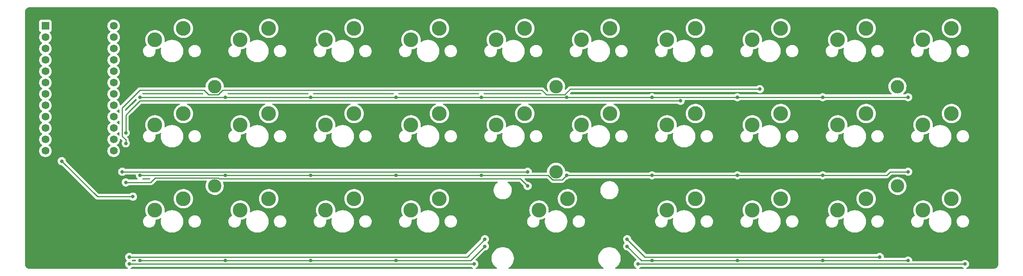
<source format=gbr>
%TF.GenerationSoftware,KiCad,Pcbnew,(6.0.6)*%
%TF.CreationDate,2022-07-16T00:36:14+07:00*%
%TF.ProjectId,pocket,706f636b-6574-42e6-9b69-6361645f7063,rev?*%
%TF.SameCoordinates,Original*%
%TF.FileFunction,Copper,L1,Top*%
%TF.FilePolarity,Positive*%
%FSLAX46Y46*%
G04 Gerber Fmt 4.6, Leading zero omitted, Abs format (unit mm)*
G04 Created by KiCad (PCBNEW (6.0.6)) date 2022-07-16 00:36:14*
%MOMM*%
%LPD*%
G01*
G04 APERTURE LIST*
%TA.AperFunction,ComponentPad*%
%ADD10C,3.300000*%
%TD*%
%TA.AperFunction,ComponentPad*%
%ADD11C,1.752600*%
%TD*%
%TA.AperFunction,ComponentPad*%
%ADD12R,1.752600X1.752600*%
%TD*%
%TA.AperFunction,ViaPad*%
%ADD13C,0.800000*%
%TD*%
%TA.AperFunction,ViaPad*%
%ADD14C,3.000000*%
%TD*%
%TA.AperFunction,Conductor*%
%ADD15C,0.250000*%
%TD*%
G04 APERTURE END LIST*
D10*
%TO.P,SW13,2,2*%
%TO.N,B6*%
X227965000Y-60801250D03*
%TO.P,SW13,1,1*%
%TO.N,Net-(D13-Pad2)*%
X221615000Y-63341250D03*
%TD*%
D11*
%TO.P,U1,24,RAW*%
%TO.N,unconnected-(U1-Pad24)*%
X79057500Y-41198000D03*
%TO.P,U1,12,9/PB5*%
%TO.N,unconnected-(U1-Pad12)*%
X63817500Y-69138000D03*
%TO.P,U1,23,GND*%
%TO.N,unconnected-(U1-Pad23)*%
X79057500Y-43738000D03*
%TO.P,U1,22,RST*%
%TO.N,unconnected-(U1-Pad22)*%
X79057500Y-46278000D03*
%TO.P,U1,21,VCC*%
%TO.N,unconnected-(U1-Pad21)*%
X79057500Y-48818000D03*
%TO.P,U1,20,A3/PF4*%
%TO.N,A3*%
X79057500Y-51358000D03*
%TO.P,U1,19,A2/PF5*%
%TO.N,A2*%
X79057500Y-53898000D03*
%TO.P,U1,18,A1/PF6*%
%TO.N,A1*%
X79057500Y-56438000D03*
%TO.P,U1,17,A0/PF7*%
%TO.N,A0*%
X79057500Y-58978000D03*
%TO.P,U1,16,15/PB1*%
%TO.N,B1*%
X79057500Y-61518000D03*
%TO.P,U1,15,14/PB3*%
%TO.N,B3*%
X79057500Y-64058000D03*
%TO.P,U1,14,16/PB2*%
%TO.N,B2*%
X79057500Y-66598000D03*
%TO.P,U1,13,10/PB6*%
%TO.N,B6*%
X79057500Y-69138000D03*
%TO.P,U1,11,8/PB4*%
%TO.N,unconnected-(U1-Pad11)*%
X63817500Y-66598000D03*
%TO.P,U1,10,7/PE6*%
%TO.N,unconnected-(U1-Pad10)*%
X63817500Y-64058000D03*
%TO.P,U1,9,6/PD7*%
%TO.N,D7*%
X63817500Y-61518000D03*
%TO.P,U1,8,5/PC6*%
%TO.N,C6*%
X63817500Y-58978000D03*
%TO.P,U1,7,4/PD4*%
%TO.N,D4*%
X63817500Y-56438000D03*
%TO.P,U1,6,3/PD0*%
%TO.N,D0*%
X63817500Y-53898000D03*
%TO.P,U1,5,2/PD1*%
%TO.N,D1*%
X63817500Y-51358000D03*
%TO.P,U1,4,GND*%
%TO.N,unconnected-(U1-Pad4)*%
X63817500Y-48818000D03*
%TO.P,U1,3,GND*%
%TO.N,unconnected-(U1-Pad3)*%
X63817500Y-46278000D03*
%TO.P,U1,2,RX1/PD2*%
%TO.N,unconnected-(U1-Pad2)*%
X63817500Y-43738000D03*
D12*
%TO.P,U1,1,TX0/PD3*%
%TO.N,unconnected-(U1-Pad1)*%
X63817500Y-41198000D03*
%TD*%
D10*
%TO.P,SW15,2,2*%
%TO.N,D1*%
X189865000Y-60801250D03*
%TO.P,SW15,1,1*%
%TO.N,Net-(D15-Pad2)*%
X183515000Y-63341250D03*
%TD*%
%TO.P,SW14,2,2*%
%TO.N,B2*%
X208915000Y-60801250D03*
%TO.P,SW14,1,1*%
%TO.N,Net-(D14-Pad2)*%
X202565000Y-63341250D03*
%TD*%
%TO.P,SW29,1,1*%
%TO.N,Net-(D29-Pad2)*%
X88265000Y-82391250D03*
%TO.P,SW29,2,2*%
%TO.N,D7*%
X94615000Y-79851250D03*
%TD*%
%TO.P,SW28,1,1*%
%TO.N,Net-(D28-Pad2)*%
X107315000Y-82391250D03*
%TO.P,SW28,2,2*%
%TO.N,A1*%
X113665000Y-79851250D03*
%TD*%
%TO.P,SW27,1,1*%
%TO.N,Net-(D27-Pad2)*%
X126365000Y-82391250D03*
%TO.P,SW27,2,2*%
%TO.N,A2*%
X132715000Y-79851250D03*
%TD*%
%TO.P,SW26,1,1*%
%TO.N,Net-(D26-Pad2)*%
X145415000Y-82391250D03*
%TO.P,SW26,2,2*%
%TO.N,A3*%
X151765000Y-79851250D03*
%TD*%
%TO.P,SW25,1,1*%
%TO.N,Net-(D25-Pad2)*%
X173990000Y-82391250D03*
%TO.P,SW25,2,2*%
%TO.N,D1*%
X180340000Y-79851250D03*
%TD*%
%TO.P,SW24,1,1*%
%TO.N,Net-(D24-Pad2)*%
X202565000Y-82391250D03*
%TO.P,SW24,2,2*%
%TO.N,B2*%
X208915000Y-79851250D03*
%TD*%
%TO.P,SW23,1,1*%
%TO.N,Net-(D23-Pad2)*%
X221615000Y-82391250D03*
%TO.P,SW23,2,2*%
%TO.N,B6*%
X227965000Y-79851250D03*
%TD*%
%TO.P,SW22,1,1*%
%TO.N,Net-(D22-Pad2)*%
X240665000Y-82391250D03*
%TO.P,SW22,2,2*%
%TO.N,D0*%
X247015000Y-79851250D03*
%TD*%
%TO.P,SW21,1,1*%
%TO.N,Net-(D21-Pad2)*%
X259715000Y-82391250D03*
%TO.P,SW21,2,2*%
%TO.N,C6*%
X266065000Y-79851250D03*
%TD*%
%TO.P,SW6,2,2*%
%TO.N,B3*%
X170815000Y-41751250D03*
%TO.P,SW6,1,1*%
%TO.N,Net-(SW6-Pad1)*%
X164465000Y-44291250D03*
%TD*%
%TO.P,SW20,1,1*%
%TO.N,Net-(D20-Pad2)*%
X88265000Y-63341250D03*
%TO.P,SW20,2,2*%
%TO.N,D7*%
X94615000Y-60801250D03*
%TD*%
%TO.P,SW19,1,1*%
%TO.N,Net-(D19-Pad2)*%
X107315000Y-63341250D03*
%TO.P,SW19,2,2*%
%TO.N,A1*%
X113665000Y-60801250D03*
%TD*%
%TO.P,SW18,2,2*%
%TO.N,A2*%
X132715000Y-60801250D03*
%TO.P,SW18,1,1*%
%TO.N,Net-(D18-Pad2)*%
X126365000Y-63341250D03*
%TD*%
%TO.P,SW17,2,2*%
%TO.N,A3*%
X151765000Y-60801250D03*
%TO.P,SW17,1,1*%
%TO.N,Net-(D17-Pad2)*%
X145415000Y-63341250D03*
%TD*%
%TO.P,SW16,2,2*%
%TO.N,B3*%
X170815000Y-60801250D03*
%TO.P,SW16,1,1*%
%TO.N,Net-(D16-Pad2)*%
X164465000Y-63341250D03*
%TD*%
%TO.P,SW12,2,2*%
%TO.N,D0*%
X247015000Y-60801250D03*
%TO.P,SW12,1,1*%
%TO.N,Net-(D12-Pad2)*%
X240665000Y-63341250D03*
%TD*%
%TO.P,SW11,2,2*%
%TO.N,C6*%
X266065000Y-60801250D03*
%TO.P,SW11,1,1*%
%TO.N,Net-(D11-Pad2)*%
X259715000Y-63341250D03*
%TD*%
%TO.P,SW10,2,2*%
%TO.N,D7*%
X94615000Y-41751250D03*
%TO.P,SW10,1,1*%
%TO.N,Net-(D10-Pad2)*%
X88265000Y-44291250D03*
%TD*%
%TO.P,SW9,2,2*%
%TO.N,A1*%
X113665000Y-41751250D03*
%TO.P,SW9,1,1*%
%TO.N,Net-(D9-Pad2)*%
X107315000Y-44291250D03*
%TD*%
%TO.P,SW8,2,2*%
%TO.N,A2*%
X132715000Y-41751250D03*
%TO.P,SW8,1,1*%
%TO.N,Net-(SW8-Pad1)*%
X126365000Y-44291250D03*
%TD*%
%TO.P,SW7,2,2*%
%TO.N,A3*%
X151765000Y-41751250D03*
%TO.P,SW7,1,1*%
%TO.N,Net-(SW7-Pad1)*%
X145415000Y-44291250D03*
%TD*%
%TO.P,SW5,2,2*%
%TO.N,D1*%
X189865000Y-41751250D03*
%TO.P,SW5,1,1*%
%TO.N,Net-(SW5-Pad1)*%
X183515000Y-44291250D03*
%TD*%
%TO.P,SW4,2,2*%
%TO.N,B2*%
X208915000Y-41751250D03*
%TO.P,SW4,1,1*%
%TO.N,Net-(SW4-Pad1)*%
X202565000Y-44291250D03*
%TD*%
%TO.P,SW3,2,2*%
%TO.N,B6*%
X227965000Y-41751250D03*
%TO.P,SW3,1,1*%
%TO.N,Net-(SW3-Pad1)*%
X221615000Y-44291250D03*
%TD*%
%TO.P,SW2,2,2*%
%TO.N,D0*%
X247015000Y-41751250D03*
%TO.P,SW2,1,1*%
%TO.N,Net-(SW2-Pad1)*%
X240665000Y-44291250D03*
%TD*%
%TO.P,SW1,2,2*%
%TO.N,C6*%
X266065000Y-41751250D03*
%TO.P,SW1,1,1*%
%TO.N,Net-(SW1-Pad1)*%
X259715000Y-44291250D03*
%TD*%
D13*
%TO.N,D7*%
X67468750Y-71437500D03*
X83343750Y-79375000D03*
%TO.N,C6*%
X82550000Y-94456250D03*
X159543750Y-94456250D03*
X196056250Y-94456250D03*
X269081250Y-94456250D03*
%TO.N,D0*%
X82550000Y-92868750D03*
X161925000Y-88900000D03*
X193675000Y-88900000D03*
X250031250Y-92868750D03*
%TO.N,D1*%
X81756250Y-76200000D03*
%TO.N,B3*%
X80962500Y-73818750D03*
X171450000Y-73818750D03*
%TO.N,D1*%
X171450000Y-76993750D03*
%TO.N,B6*%
X81756250Y-67468750D03*
X223279072Y-55327178D03*
%TO.N,B2*%
X81756250Y-65087500D03*
X205581250Y-57943750D03*
%TO.N,B1*%
X180181250Y-74612500D03*
X199231250Y-74612500D03*
X218281250Y-74612500D03*
X237331250Y-74612500D03*
X256381250Y-73818750D03*
%TO.N,D4*%
X103981250Y-93662500D03*
X123031250Y-93662500D03*
X142081250Y-93662500D03*
X199231250Y-93662500D03*
X218281250Y-93662500D03*
X237331250Y-93662500D03*
X256381250Y-93662500D03*
X193675000Y-90487500D03*
X161925000Y-90487500D03*
X84931250Y-93662500D03*
%TO.N,B1*%
X103981250Y-74612500D03*
X123031250Y-74612500D03*
X142081250Y-74612500D03*
X161131250Y-74612500D03*
X84931250Y-74612500D03*
%TO.N,A0*%
X103981250Y-57150000D03*
X123031250Y-57150000D03*
X142081250Y-57150000D03*
X161131250Y-57150000D03*
X180181250Y-57150000D03*
X199231250Y-57150000D03*
X218281250Y-57150000D03*
X237331250Y-57150000D03*
X256381250Y-57150000D03*
X84931250Y-57150000D03*
D14*
%TO.N,*%
X177800000Y-73818750D03*
X177800000Y-54768750D03*
X254000000Y-76993750D03*
X101600000Y-76993750D03*
X101600000Y-54768750D03*
X254000000Y-54768750D03*
%TD*%
D15*
%TO.N,D7*%
X75406250Y-79375000D02*
X67468750Y-71437500D01*
X83343750Y-79375000D02*
X75406250Y-79375000D01*
%TO.N,C6*%
X159543750Y-94456250D02*
X82550000Y-94456250D01*
X269081250Y-94456250D02*
X196056250Y-94456250D01*
%TO.N,D0*%
X157162500Y-92868750D02*
X82550000Y-92868750D01*
X157956250Y-92868750D02*
X157162500Y-92868750D01*
X161925000Y-88900000D02*
X157956250Y-92868750D01*
X197643750Y-92868750D02*
X193675000Y-88900000D01*
X250031250Y-92868750D02*
X197643750Y-92868750D01*
%TO.N,D1*%
X88343750Y-75168750D02*
X87312500Y-76200000D01*
X102355940Y-75168750D02*
X88343750Y-75168750D01*
X87312500Y-76200000D02*
X81756250Y-76200000D01*
X169862500Y-75406250D02*
X168275000Y-75406250D01*
X168275000Y-75406250D02*
X102593440Y-75406250D01*
X171450000Y-76993750D02*
X169862500Y-75406250D01*
X102593440Y-75406250D02*
X102355940Y-75168750D01*
%TO.N,B3*%
X171450000Y-73818750D02*
X80962500Y-73818750D01*
%TO.N,B6*%
X81756250Y-66675000D02*
X81756250Y-67468750D01*
X80962500Y-65881250D02*
X81756250Y-66675000D01*
X80962500Y-63500000D02*
X80962500Y-65881250D01*
X80962500Y-59531250D02*
X80962500Y-63500000D01*
X84931250Y-55562500D02*
X80962500Y-59531250D01*
X99218750Y-55562500D02*
X84931250Y-55562500D01*
X103387190Y-55562500D02*
X102355940Y-56593750D01*
X100250000Y-56593750D02*
X99218750Y-55562500D01*
X179712195Y-56593750D02*
X175656250Y-56593750D01*
X175656250Y-56593750D02*
X174625000Y-55562500D01*
X174625000Y-55562500D02*
X103387190Y-55562500D01*
X180978767Y-55327178D02*
X179712195Y-56593750D01*
X102355940Y-56593750D02*
X100250000Y-56593750D01*
X223279072Y-55327178D02*
X180978767Y-55327178D01*
%TO.N,B2*%
X81756250Y-61118750D02*
X81756250Y-65087500D01*
X82550000Y-60325000D02*
X81756250Y-61118750D01*
X84931250Y-57943750D02*
X82550000Y-60325000D01*
X205581250Y-57943750D02*
X84931250Y-57943750D01*
%TO.N,B1*%
X199231250Y-74612500D02*
X218281250Y-74612500D01*
X218281250Y-74612500D02*
X237331250Y-74612500D01*
X237331250Y-74612500D02*
X251618750Y-74612500D01*
X252412500Y-73818750D02*
X256381250Y-73818750D01*
X251618750Y-74612500D02*
X252412500Y-73818750D01*
X180181250Y-74612500D02*
X199231250Y-74612500D01*
X179150000Y-75643750D02*
X180181250Y-74612500D01*
X177044060Y-75643750D02*
X179150000Y-75643750D01*
%TO.N,D4*%
X103981250Y-93662500D02*
X123031250Y-93662500D01*
X123031250Y-93662500D02*
X142081250Y-93662500D01*
X142081250Y-93662500D02*
X158750000Y-93662500D01*
X199231250Y-93662500D02*
X218281250Y-93662500D01*
X218281250Y-93662500D02*
X237331250Y-93662500D01*
X237331250Y-93662500D02*
X256381250Y-93662500D01*
X196850000Y-93662500D02*
X199231250Y-93662500D01*
X193675000Y-90487500D02*
X196850000Y-93662500D01*
X158750000Y-93662500D02*
X161925000Y-90487500D01*
X84931250Y-93662500D02*
X103981250Y-93662500D01*
%TO.N,B1*%
X103981250Y-74612500D02*
X123031250Y-74612500D01*
X123031250Y-74612500D02*
X142081250Y-74612500D01*
X142081250Y-74612500D02*
X161131250Y-74612500D01*
X161131250Y-74612500D02*
X176012810Y-74612500D01*
X176012810Y-74612500D02*
X177044060Y-75643750D01*
X84931250Y-74612500D02*
X103981250Y-74612500D01*
%TO.N,A0*%
X103981250Y-57150000D02*
X123031250Y-57150000D01*
X123031250Y-57150000D02*
X142081250Y-57150000D01*
X142081250Y-57150000D02*
X161131250Y-57150000D01*
X161131250Y-57150000D02*
X180181250Y-57150000D01*
X180181250Y-57150000D02*
X199231250Y-57150000D01*
X199231250Y-57150000D02*
X218281250Y-57150000D01*
X218281250Y-57150000D02*
X237331250Y-57150000D01*
X237331250Y-57150000D02*
X256381250Y-57150000D01*
X84931250Y-57150000D02*
X103981250Y-57150000D01*
%TD*%
%TA.AperFunction,NonConductor*%
G36*
X83962772Y-93522252D02*
G01*
X84009265Y-93575908D01*
X84019961Y-93641418D01*
X84018834Y-93652144D01*
X84017746Y-93662500D01*
X84018436Y-93669065D01*
X84018436Y-93669069D01*
X84019961Y-93683582D01*
X84007188Y-93753420D01*
X83958684Y-93805266D01*
X83894651Y-93822750D01*
X83258200Y-93822750D01*
X83190079Y-93802748D01*
X83170853Y-93786407D01*
X83170580Y-93786710D01*
X83165668Y-93782287D01*
X83161253Y-93777384D01*
X83155914Y-93773505D01*
X83155912Y-93773503D01*
X83143431Y-93764435D01*
X83100078Y-93708213D01*
X83094003Y-93637476D01*
X83127135Y-93574685D01*
X83143431Y-93560565D01*
X83155912Y-93551497D01*
X83155915Y-93551494D01*
X83161253Y-93547616D01*
X83165668Y-93542713D01*
X83170580Y-93538290D01*
X83171705Y-93539539D01*
X83225014Y-93506699D01*
X83258200Y-93502250D01*
X83894651Y-93502250D01*
X83962772Y-93522252D01*
G37*
%TD.AperFunction*%
%TA.AperFunction,NonConductor*%
G36*
X268441171Y-95109752D02*
G01*
X268460397Y-95126093D01*
X268460670Y-95125790D01*
X268465582Y-95130213D01*
X268469997Y-95135116D01*
X268624498Y-95247368D01*
X268630526Y-95250052D01*
X268630528Y-95250053D01*
X268729557Y-95294143D01*
X268783652Y-95340123D01*
X268804302Y-95408050D01*
X268784950Y-95476358D01*
X268731739Y-95523360D01*
X268678308Y-95535250D01*
X196459192Y-95535250D01*
X196391071Y-95515248D01*
X196344578Y-95461592D01*
X196334474Y-95391318D01*
X196363968Y-95326738D01*
X196407943Y-95294143D01*
X196506972Y-95250053D01*
X196506974Y-95250052D01*
X196513002Y-95247368D01*
X196667503Y-95135116D01*
X196671918Y-95130213D01*
X196676830Y-95125790D01*
X196677955Y-95127039D01*
X196731264Y-95094199D01*
X196764450Y-95089750D01*
X268373050Y-95089750D01*
X268441171Y-95109752D01*
G37*
%TD.AperFunction*%
%TA.AperFunction,NonConductor*%
G36*
X158903671Y-95109752D02*
G01*
X158922897Y-95126093D01*
X158923170Y-95125790D01*
X158928082Y-95130213D01*
X158932497Y-95135116D01*
X159086998Y-95247368D01*
X159093026Y-95250052D01*
X159093028Y-95250053D01*
X159192057Y-95294143D01*
X159246152Y-95340123D01*
X159266802Y-95408050D01*
X159247450Y-95476358D01*
X159194239Y-95523360D01*
X159140808Y-95535250D01*
X82952942Y-95535250D01*
X82884821Y-95515248D01*
X82838328Y-95461592D01*
X82828224Y-95391318D01*
X82857718Y-95326738D01*
X82901693Y-95294143D01*
X83000722Y-95250053D01*
X83000724Y-95250052D01*
X83006752Y-95247368D01*
X83161253Y-95135116D01*
X83165668Y-95130213D01*
X83170580Y-95125790D01*
X83171705Y-95127039D01*
X83225014Y-95094199D01*
X83258200Y-95089750D01*
X158835550Y-95089750D01*
X158903671Y-95109752D01*
G37*
%TD.AperFunction*%
%TA.AperFunction,NonConductor*%
G36*
X122479019Y-56216002D02*
G01*
X122525512Y-56269658D01*
X122535616Y-56339932D01*
X122506122Y-56404512D01*
X122484959Y-56423936D01*
X122419997Y-56471134D01*
X122415582Y-56476037D01*
X122410670Y-56480460D01*
X122409545Y-56479211D01*
X122356236Y-56512051D01*
X122323050Y-56516500D01*
X104689450Y-56516500D01*
X104621329Y-56496498D01*
X104602103Y-56480157D01*
X104601830Y-56480460D01*
X104596918Y-56476037D01*
X104592503Y-56471134D01*
X104527541Y-56423936D01*
X104484187Y-56367713D01*
X104478112Y-56296977D01*
X104511244Y-56234186D01*
X104573064Y-56199274D01*
X104601602Y-56196000D01*
X122410898Y-56196000D01*
X122479019Y-56216002D01*
G37*
%TD.AperFunction*%
%TA.AperFunction,NonConductor*%
G36*
X141529019Y-56216002D02*
G01*
X141575512Y-56269658D01*
X141585616Y-56339932D01*
X141556122Y-56404512D01*
X141534959Y-56423936D01*
X141469997Y-56471134D01*
X141465582Y-56476037D01*
X141460670Y-56480460D01*
X141459545Y-56479211D01*
X141406236Y-56512051D01*
X141373050Y-56516500D01*
X123739450Y-56516500D01*
X123671329Y-56496498D01*
X123652103Y-56480157D01*
X123651830Y-56480460D01*
X123646918Y-56476037D01*
X123642503Y-56471134D01*
X123577541Y-56423936D01*
X123534187Y-56367713D01*
X123528112Y-56296977D01*
X123561244Y-56234186D01*
X123623064Y-56199274D01*
X123651602Y-56196000D01*
X141460898Y-56196000D01*
X141529019Y-56216002D01*
G37*
%TD.AperFunction*%
%TA.AperFunction,NonConductor*%
G36*
X174378526Y-56216002D02*
G01*
X174399500Y-56232905D01*
X174468000Y-56301405D01*
X174502026Y-56363717D01*
X174496961Y-56434532D01*
X174454414Y-56491368D01*
X174387894Y-56516179D01*
X174378905Y-56516500D01*
X161839450Y-56516500D01*
X161771329Y-56496498D01*
X161752103Y-56480157D01*
X161751830Y-56480460D01*
X161746918Y-56476037D01*
X161742503Y-56471134D01*
X161677541Y-56423936D01*
X161634187Y-56367713D01*
X161628112Y-56296977D01*
X161661244Y-56234186D01*
X161723064Y-56199274D01*
X161751602Y-56196000D01*
X174310405Y-56196000D01*
X174378526Y-56216002D01*
G37*
%TD.AperFunction*%
%TA.AperFunction,NonConductor*%
G36*
X98972276Y-56216002D02*
G01*
X98993250Y-56232905D01*
X99061750Y-56301405D01*
X99095776Y-56363717D01*
X99090711Y-56434532D01*
X99048164Y-56491368D01*
X98981644Y-56516179D01*
X98972655Y-56516500D01*
X85639450Y-56516500D01*
X85571329Y-56496498D01*
X85552103Y-56480157D01*
X85551830Y-56480460D01*
X85546918Y-56476037D01*
X85542503Y-56471134D01*
X85477541Y-56423936D01*
X85434187Y-56367713D01*
X85428112Y-56296977D01*
X85461244Y-56234186D01*
X85523064Y-56199274D01*
X85551602Y-56196000D01*
X98904155Y-56196000D01*
X98972276Y-56216002D01*
G37*
%TD.AperFunction*%
%TA.AperFunction,NonConductor*%
G36*
X160579019Y-56216002D02*
G01*
X160625512Y-56269658D01*
X160635616Y-56339932D01*
X160606122Y-56404512D01*
X160584959Y-56423936D01*
X160519997Y-56471134D01*
X160515582Y-56476037D01*
X160510670Y-56480460D01*
X160509545Y-56479211D01*
X160456236Y-56512051D01*
X160423050Y-56516500D01*
X142789450Y-56516500D01*
X142721329Y-56496498D01*
X142702103Y-56480157D01*
X142701830Y-56480460D01*
X142696918Y-56476037D01*
X142692503Y-56471134D01*
X142627541Y-56423936D01*
X142584187Y-56367713D01*
X142578112Y-56296977D01*
X142611244Y-56234186D01*
X142673064Y-56199274D01*
X142701602Y-56196000D01*
X160510898Y-56196000D01*
X160579019Y-56216002D01*
G37*
%TD.AperFunction*%
%TA.AperFunction,NonConductor*%
G36*
X84030306Y-57463514D02*
G01*
X84087142Y-57506061D01*
X84096361Y-57521765D01*
X84096723Y-57521556D01*
X84180450Y-57666575D01*
X84197188Y-57735570D01*
X84173968Y-57802662D01*
X84160426Y-57818670D01*
X83112572Y-58866523D01*
X82073862Y-59905233D01*
X81811095Y-60167999D01*
X81748783Y-60202025D01*
X81677967Y-60196960D01*
X81621132Y-60154413D01*
X81596321Y-60087893D01*
X81596000Y-60078904D01*
X81596000Y-59845844D01*
X81616002Y-59777723D01*
X81632905Y-59756749D01*
X83897179Y-57492475D01*
X83959491Y-57458449D01*
X84030306Y-57463514D01*
G37*
%TD.AperFunction*%
%TA.AperFunction,NonConductor*%
G36*
X80247238Y-59851491D02*
G01*
X80304000Y-59894137D01*
X80328694Y-59960700D01*
X80329000Y-59969470D01*
X80329000Y-60531946D01*
X80308998Y-60600067D01*
X80255342Y-60646560D01*
X80185068Y-60656664D01*
X80120488Y-60627170D01*
X80109806Y-60616745D01*
X80008649Y-60505575D01*
X80008643Y-60505569D01*
X80005168Y-60501750D01*
X79826463Y-60360618D01*
X79819835Y-60356959D01*
X79819151Y-60356269D01*
X79817631Y-60355259D01*
X79817839Y-60354945D01*
X79769863Y-60306533D01*
X79755085Y-60237091D01*
X79780196Y-60170684D01*
X79807554Y-60144069D01*
X79950189Y-60042329D01*
X79950191Y-60042327D01*
X79954393Y-60039330D01*
X80114061Y-59880219D01*
X80176432Y-59846303D01*
X80247238Y-59851491D01*
G37*
%TD.AperFunction*%
%TA.AperFunction,NonConductor*%
G36*
X80247238Y-62391491D02*
G01*
X80304000Y-62434137D01*
X80328694Y-62500700D01*
X80329000Y-62509470D01*
X80329000Y-63071946D01*
X80308998Y-63140067D01*
X80255342Y-63186560D01*
X80185068Y-63196664D01*
X80120488Y-63167170D01*
X80109806Y-63156745D01*
X80008649Y-63045575D01*
X80008643Y-63045569D01*
X80005168Y-63041750D01*
X79826463Y-62900618D01*
X79819835Y-62896959D01*
X79819151Y-62896269D01*
X79817631Y-62895259D01*
X79817839Y-62894945D01*
X79769863Y-62846533D01*
X79755085Y-62777091D01*
X79780196Y-62710684D01*
X79807554Y-62684069D01*
X79950189Y-62582329D01*
X79950191Y-62582327D01*
X79954393Y-62579330D01*
X80114061Y-62420219D01*
X80176432Y-62386303D01*
X80247238Y-62391491D01*
G37*
%TD.AperFunction*%
%TA.AperFunction,NonConductor*%
G36*
X80247238Y-64931491D02*
G01*
X80304000Y-64974137D01*
X80328694Y-65040700D01*
X80329000Y-65049470D01*
X80329000Y-65611946D01*
X80308998Y-65680067D01*
X80255342Y-65726560D01*
X80185068Y-65736664D01*
X80120488Y-65707170D01*
X80109806Y-65696745D01*
X80008649Y-65585575D01*
X80008643Y-65585569D01*
X80005168Y-65581750D01*
X79826463Y-65440618D01*
X79819835Y-65436959D01*
X79819151Y-65436269D01*
X79817631Y-65435259D01*
X79817839Y-65434945D01*
X79769863Y-65386533D01*
X79755085Y-65317091D01*
X79780196Y-65250684D01*
X79807554Y-65224069D01*
X79950189Y-65122329D01*
X79950191Y-65122327D01*
X79954393Y-65119330D01*
X80114061Y-64960219D01*
X80176432Y-64926303D01*
X80247238Y-64931491D01*
G37*
%TD.AperFunction*%
%TA.AperFunction,NonConductor*%
G36*
X87134526Y-75266002D02*
G01*
X87181019Y-75319658D01*
X87191123Y-75389932D01*
X87161629Y-75454512D01*
X87155500Y-75461095D01*
X87087000Y-75529595D01*
X87024688Y-75563621D01*
X86997905Y-75566500D01*
X85551602Y-75566500D01*
X85483481Y-75546498D01*
X85436988Y-75492842D01*
X85426884Y-75422568D01*
X85456378Y-75357988D01*
X85477541Y-75338564D01*
X85528487Y-75301549D01*
X85542503Y-75291366D01*
X85546918Y-75286463D01*
X85551830Y-75282040D01*
X85552955Y-75283289D01*
X85606264Y-75250449D01*
X85639450Y-75246000D01*
X87066405Y-75246000D01*
X87134526Y-75266002D01*
G37*
%TD.AperFunction*%
%TA.AperFunction,NonConductor*%
G36*
X275401265Y-37022501D02*
G01*
X275414441Y-37024553D01*
X275424958Y-37026191D01*
X275437635Y-37024534D01*
X275464948Y-37023951D01*
X275554835Y-37031818D01*
X275607614Y-37036437D01*
X275629243Y-37040251D01*
X275789623Y-37083229D01*
X275810245Y-37090735D01*
X275960737Y-37160914D01*
X275979745Y-37171890D01*
X276115754Y-37267128D01*
X276132578Y-37281246D01*
X276249979Y-37398651D01*
X276264096Y-37415476D01*
X276359324Y-37551480D01*
X276370305Y-37570500D01*
X276440469Y-37720968D01*
X276440472Y-37720975D01*
X276447984Y-37741614D01*
X276490954Y-37901987D01*
X276494768Y-37923615D01*
X276506665Y-38059598D01*
X276506118Y-38075872D01*
X276506550Y-38075877D01*
X276506440Y-38084853D01*
X276505059Y-38093724D01*
X276506223Y-38102626D01*
X276506223Y-38102628D01*
X276509186Y-38125283D01*
X276510250Y-38141621D01*
X276510250Y-94406875D01*
X276508749Y-94426265D01*
X276505059Y-94449958D01*
X276506223Y-94458860D01*
X276506716Y-94462631D01*
X276507299Y-94489949D01*
X276494813Y-94632620D01*
X276490999Y-94654248D01*
X276448023Y-94814625D01*
X276440511Y-94835264D01*
X276370337Y-94985746D01*
X276359356Y-95004765D01*
X276264119Y-95140776D01*
X276250001Y-95157600D01*
X276132600Y-95275001D01*
X276115777Y-95289118D01*
X276019898Y-95356254D01*
X275979765Y-95384356D01*
X275960746Y-95395337D01*
X275810264Y-95465511D01*
X275789626Y-95473023D01*
X275629248Y-95515999D01*
X275607620Y-95519813D01*
X275471841Y-95531696D01*
X275455360Y-95531142D01*
X275455355Y-95531549D01*
X275446380Y-95531440D01*
X275437510Y-95530059D01*
X275428610Y-95531223D01*
X275428608Y-95531223D01*
X275405956Y-95534186D01*
X275389615Y-95535250D01*
X269484192Y-95535250D01*
X269416071Y-95515248D01*
X269369578Y-95461592D01*
X269359474Y-95391318D01*
X269388968Y-95326738D01*
X269432943Y-95294143D01*
X269531972Y-95250053D01*
X269531974Y-95250052D01*
X269538002Y-95247368D01*
X269692503Y-95135116D01*
X269733351Y-95089750D01*
X269815871Y-94998102D01*
X269815872Y-94998101D01*
X269820290Y-94993194D01*
X269915777Y-94827806D01*
X269974792Y-94646178D01*
X269987394Y-94526282D01*
X269994064Y-94462815D01*
X269994754Y-94456250D01*
X269992096Y-94430956D01*
X269975482Y-94272885D01*
X269975482Y-94272883D01*
X269974792Y-94266322D01*
X269915777Y-94084694D01*
X269820290Y-93919306D01*
X269692503Y-93777384D01*
X269538002Y-93665132D01*
X269531974Y-93662448D01*
X269531972Y-93662447D01*
X269369569Y-93590141D01*
X269369568Y-93590141D01*
X269363538Y-93587456D01*
X269270137Y-93567603D01*
X269183194Y-93549122D01*
X269183189Y-93549122D01*
X269176737Y-93547750D01*
X268985763Y-93547750D01*
X268979311Y-93549122D01*
X268979306Y-93549122D01*
X268892362Y-93567603D01*
X268798962Y-93587456D01*
X268792932Y-93590141D01*
X268792931Y-93590141D01*
X268630528Y-93662447D01*
X268630526Y-93662448D01*
X268624498Y-93665132D01*
X268469997Y-93777384D01*
X268465582Y-93782287D01*
X268460670Y-93786710D01*
X268459545Y-93785461D01*
X268406236Y-93818301D01*
X268373050Y-93822750D01*
X257417849Y-93822750D01*
X257349728Y-93802748D01*
X257303235Y-93749092D01*
X257292539Y-93683582D01*
X257294064Y-93669069D01*
X257294064Y-93669065D01*
X257294754Y-93662500D01*
X257286867Y-93587456D01*
X257275482Y-93479135D01*
X257275482Y-93479133D01*
X257274792Y-93472572D01*
X257215777Y-93290944D01*
X257120290Y-93125556D01*
X257033182Y-93028812D01*
X256996925Y-92988545D01*
X256996924Y-92988544D01*
X256992503Y-92983634D01*
X256843421Y-92875319D01*
X256843344Y-92875263D01*
X256843343Y-92875262D01*
X256838002Y-92871382D01*
X256831974Y-92868698D01*
X256831972Y-92868697D01*
X256669569Y-92796391D01*
X256669568Y-92796391D01*
X256663538Y-92793706D01*
X256570138Y-92773853D01*
X256483194Y-92755372D01*
X256483189Y-92755372D01*
X256476737Y-92754000D01*
X256285763Y-92754000D01*
X256279311Y-92755372D01*
X256279306Y-92755372D01*
X256192362Y-92773853D01*
X256098962Y-92793706D01*
X256092932Y-92796391D01*
X256092931Y-92796391D01*
X255930528Y-92868697D01*
X255930526Y-92868698D01*
X255924498Y-92871382D01*
X255919157Y-92875262D01*
X255919156Y-92875263D01*
X255919079Y-92875319D01*
X255769997Y-92983634D01*
X255765582Y-92988537D01*
X255760670Y-92992960D01*
X255759545Y-92991711D01*
X255706236Y-93024551D01*
X255673050Y-93029000D01*
X251067849Y-93029000D01*
X250999728Y-93008998D01*
X250953235Y-92955342D01*
X250942539Y-92889832D01*
X250944064Y-92875319D01*
X250944064Y-92875315D01*
X250944754Y-92868750D01*
X250936867Y-92793706D01*
X250925482Y-92685385D01*
X250925482Y-92685383D01*
X250924792Y-92678822D01*
X250865777Y-92497194D01*
X250770290Y-92331806D01*
X250680759Y-92232371D01*
X250646925Y-92194795D01*
X250646924Y-92194794D01*
X250642503Y-92189884D01*
X250488002Y-92077632D01*
X250481974Y-92074948D01*
X250481972Y-92074947D01*
X250319569Y-92002641D01*
X250319568Y-92002641D01*
X250313538Y-91999956D01*
X250220137Y-91980103D01*
X250133194Y-91961622D01*
X250133189Y-91961622D01*
X250126737Y-91960250D01*
X249935763Y-91960250D01*
X249929311Y-91961622D01*
X249929306Y-91961622D01*
X249842363Y-91980103D01*
X249748962Y-91999956D01*
X249742932Y-92002641D01*
X249742931Y-92002641D01*
X249580528Y-92074947D01*
X249580526Y-92074948D01*
X249574498Y-92077632D01*
X249419997Y-92189884D01*
X249415582Y-92194787D01*
X249410670Y-92199210D01*
X249409545Y-92197961D01*
X249356236Y-92230801D01*
X249323050Y-92235250D01*
X197958344Y-92235250D01*
X197890223Y-92215248D01*
X197869249Y-92198345D01*
X194622122Y-88951217D01*
X194588096Y-88888905D01*
X194585907Y-88875292D01*
X194569232Y-88716635D01*
X194569232Y-88716633D01*
X194568542Y-88710072D01*
X194509527Y-88528444D01*
X194414040Y-88363056D01*
X194286253Y-88221134D01*
X194131752Y-88108882D01*
X194125724Y-88106198D01*
X194125722Y-88106197D01*
X193963319Y-88033891D01*
X193963318Y-88033891D01*
X193957288Y-88031206D01*
X193863887Y-88011353D01*
X193776944Y-87992872D01*
X193776939Y-87992872D01*
X193770487Y-87991500D01*
X193579513Y-87991500D01*
X193573061Y-87992872D01*
X193573056Y-87992872D01*
X193486112Y-88011353D01*
X193392712Y-88031206D01*
X193386682Y-88033891D01*
X193386681Y-88033891D01*
X193224278Y-88106197D01*
X193224276Y-88106198D01*
X193218248Y-88108882D01*
X193063747Y-88221134D01*
X192935960Y-88363056D01*
X192840473Y-88528444D01*
X192781458Y-88710072D01*
X192761496Y-88900000D01*
X192781458Y-89089928D01*
X192840473Y-89271556D01*
X192935960Y-89436944D01*
X193063747Y-89578866D01*
X193069088Y-89582746D01*
X193069093Y-89582751D01*
X193081569Y-89591815D01*
X193124922Y-89648037D01*
X193130997Y-89718774D01*
X193097865Y-89781565D01*
X193081569Y-89795685D01*
X193069093Y-89804749D01*
X193069088Y-89804754D01*
X193063747Y-89808634D01*
X192935960Y-89950556D01*
X192840473Y-90115944D01*
X192781458Y-90297572D01*
X192761496Y-90487500D01*
X192781458Y-90677428D01*
X192840473Y-90859056D01*
X192935960Y-91024444D01*
X192940378Y-91029351D01*
X192940379Y-91029352D01*
X193059325Y-91161455D01*
X193063747Y-91166366D01*
X193218248Y-91278618D01*
X193224276Y-91281302D01*
X193224278Y-91281303D01*
X193386681Y-91353609D01*
X193392712Y-91356294D01*
X193486112Y-91376147D01*
X193573056Y-91394628D01*
X193573061Y-91394628D01*
X193579513Y-91396000D01*
X193635406Y-91396000D01*
X193703527Y-91416002D01*
X193724501Y-91432905D01*
X195717042Y-93425447D01*
X195751068Y-93487759D01*
X195746003Y-93558575D01*
X195703456Y-93615410D01*
X195679197Y-93629648D01*
X195599498Y-93665132D01*
X195444997Y-93777384D01*
X195317210Y-93919306D01*
X195221723Y-94084694D01*
X195162708Y-94266322D01*
X195162018Y-94272883D01*
X195162018Y-94272885D01*
X195145404Y-94430956D01*
X195142746Y-94456250D01*
X195143436Y-94462815D01*
X195150107Y-94526282D01*
X195162708Y-94646178D01*
X195221723Y-94827806D01*
X195317210Y-94993194D01*
X195321628Y-94998101D01*
X195321629Y-94998102D01*
X195404149Y-95089750D01*
X195444997Y-95135116D01*
X195599498Y-95247368D01*
X195605526Y-95250052D01*
X195605528Y-95250053D01*
X195704557Y-95294143D01*
X195758652Y-95340123D01*
X195779302Y-95408050D01*
X195759950Y-95476358D01*
X195706739Y-95523360D01*
X195653308Y-95535250D01*
X191108679Y-95535250D01*
X191040558Y-95515248D01*
X190994065Y-95461592D01*
X190983961Y-95391318D01*
X191013455Y-95326738D01*
X191041165Y-95302865D01*
X191176688Y-95216859D01*
X191180032Y-95214737D01*
X191422648Y-95014028D01*
X191638195Y-94784494D01*
X191823274Y-94529754D01*
X191849636Y-94481803D01*
X191973063Y-94257289D01*
X191973064Y-94257286D01*
X191974966Y-94253827D01*
X192090880Y-93961063D01*
X192169186Y-93656080D01*
X192208650Y-93343688D01*
X192208650Y-93028812D01*
X192169186Y-92716420D01*
X192090880Y-92411437D01*
X191974966Y-92118673D01*
X191952404Y-92077632D01*
X191825183Y-91846218D01*
X191825181Y-91846215D01*
X191823274Y-91842746D01*
X191638195Y-91588006D01*
X191422648Y-91358472D01*
X191180032Y-91157763D01*
X190914174Y-90989044D01*
X190910595Y-90987360D01*
X190910588Y-90987356D01*
X190632856Y-90856666D01*
X190632852Y-90856664D01*
X190629266Y-90854977D01*
X190329802Y-90757675D01*
X190020504Y-90698673D01*
X189926950Y-90692787D01*
X189786892Y-90683975D01*
X189786876Y-90683974D01*
X189784897Y-90683850D01*
X189627603Y-90683850D01*
X189625624Y-90683974D01*
X189625608Y-90683975D01*
X189485550Y-90692787D01*
X189391996Y-90698673D01*
X189082698Y-90757675D01*
X188783234Y-90854977D01*
X188779648Y-90856664D01*
X188779644Y-90856666D01*
X188501912Y-90987356D01*
X188501905Y-90987360D01*
X188498326Y-90989044D01*
X188232468Y-91157763D01*
X187989852Y-91358472D01*
X187774305Y-91588006D01*
X187589226Y-91842746D01*
X187587319Y-91846215D01*
X187587317Y-91846218D01*
X187460096Y-92077632D01*
X187437534Y-92118673D01*
X187321620Y-92411437D01*
X187243314Y-92716420D01*
X187203850Y-93028812D01*
X187203850Y-93343688D01*
X187243314Y-93656080D01*
X187321620Y-93961063D01*
X187437534Y-94253827D01*
X187439436Y-94257286D01*
X187439437Y-94257289D01*
X187562865Y-94481803D01*
X187589226Y-94529754D01*
X187774305Y-94784494D01*
X187989852Y-95014028D01*
X188232468Y-95214737D01*
X188235812Y-95216859D01*
X188371335Y-95302865D01*
X188418134Y-95356254D01*
X188428639Y-95426469D01*
X188399515Y-95491217D01*
X188340009Y-95529941D01*
X188303821Y-95535250D01*
X167296179Y-95535250D01*
X167228058Y-95515248D01*
X167181565Y-95461592D01*
X167171461Y-95391318D01*
X167200955Y-95326738D01*
X167228665Y-95302865D01*
X167364188Y-95216859D01*
X167367532Y-95214737D01*
X167610148Y-95014028D01*
X167825695Y-94784494D01*
X168010774Y-94529754D01*
X168037136Y-94481803D01*
X168160563Y-94257289D01*
X168160564Y-94257286D01*
X168162466Y-94253827D01*
X168278380Y-93961063D01*
X168356686Y-93656080D01*
X168396150Y-93343688D01*
X168396150Y-93028812D01*
X168356686Y-92716420D01*
X168278380Y-92411437D01*
X168162466Y-92118673D01*
X168139904Y-92077632D01*
X168012683Y-91846218D01*
X168012681Y-91846215D01*
X168010774Y-91842746D01*
X167825695Y-91588006D01*
X167610148Y-91358472D01*
X167367532Y-91157763D01*
X167101674Y-90989044D01*
X167098095Y-90987360D01*
X167098088Y-90987356D01*
X166820356Y-90856666D01*
X166820352Y-90856664D01*
X166816766Y-90854977D01*
X166517302Y-90757675D01*
X166208004Y-90698673D01*
X166114450Y-90692787D01*
X165974392Y-90683975D01*
X165974376Y-90683974D01*
X165972397Y-90683850D01*
X165815103Y-90683850D01*
X165813124Y-90683974D01*
X165813108Y-90683975D01*
X165673050Y-90692787D01*
X165579496Y-90698673D01*
X165270198Y-90757675D01*
X164970734Y-90854977D01*
X164967148Y-90856664D01*
X164967144Y-90856666D01*
X164689412Y-90987356D01*
X164689405Y-90987360D01*
X164685826Y-90989044D01*
X164419968Y-91157763D01*
X164177352Y-91358472D01*
X163961805Y-91588006D01*
X163776726Y-91842746D01*
X163774819Y-91846215D01*
X163774817Y-91846218D01*
X163647596Y-92077632D01*
X163625034Y-92118673D01*
X163509120Y-92411437D01*
X163430814Y-92716420D01*
X163391350Y-93028812D01*
X163391350Y-93343688D01*
X163430814Y-93656080D01*
X163509120Y-93961063D01*
X163625034Y-94253827D01*
X163626936Y-94257286D01*
X163626937Y-94257289D01*
X163750365Y-94481803D01*
X163776726Y-94529754D01*
X163961805Y-94784494D01*
X164177352Y-95014028D01*
X164419968Y-95214737D01*
X164423312Y-95216859D01*
X164558835Y-95302865D01*
X164605634Y-95356254D01*
X164616139Y-95426469D01*
X164587015Y-95491217D01*
X164527509Y-95529941D01*
X164491321Y-95535250D01*
X159946692Y-95535250D01*
X159878571Y-95515248D01*
X159832078Y-95461592D01*
X159821974Y-95391318D01*
X159851468Y-95326738D01*
X159895443Y-95294143D01*
X159994472Y-95250053D01*
X159994474Y-95250052D01*
X160000502Y-95247368D01*
X160155003Y-95135116D01*
X160195851Y-95089750D01*
X160278371Y-94998102D01*
X160278372Y-94998101D01*
X160282790Y-94993194D01*
X160378277Y-94827806D01*
X160437292Y-94646178D01*
X160449894Y-94526282D01*
X160456564Y-94462815D01*
X160457254Y-94456250D01*
X160454596Y-94430956D01*
X160437982Y-94272885D01*
X160437982Y-94272883D01*
X160437292Y-94266322D01*
X160378277Y-94084694D01*
X160282790Y-93919306D01*
X160155003Y-93777384D01*
X160000502Y-93665132D01*
X159994474Y-93662448D01*
X159994472Y-93662447D01*
X159920804Y-93629648D01*
X159866708Y-93583668D01*
X159846059Y-93515740D01*
X159865411Y-93447432D01*
X159882958Y-93425446D01*
X161875500Y-91432905D01*
X161937812Y-91398879D01*
X161964595Y-91396000D01*
X162020487Y-91396000D01*
X162026939Y-91394628D01*
X162026944Y-91394628D01*
X162113887Y-91376147D01*
X162207288Y-91356294D01*
X162213319Y-91353609D01*
X162375722Y-91281303D01*
X162375724Y-91281302D01*
X162381752Y-91278618D01*
X162536253Y-91166366D01*
X162540675Y-91161455D01*
X162659621Y-91029352D01*
X162659622Y-91029351D01*
X162664040Y-91024444D01*
X162759527Y-90859056D01*
X162818542Y-90677428D01*
X162838504Y-90487500D01*
X162818542Y-90297572D01*
X162759527Y-90115944D01*
X162664040Y-89950556D01*
X162536253Y-89808634D01*
X162530912Y-89804754D01*
X162530907Y-89804749D01*
X162518431Y-89795685D01*
X162475078Y-89739463D01*
X162469003Y-89668726D01*
X162502135Y-89605935D01*
X162518431Y-89591815D01*
X162530907Y-89582751D01*
X162530912Y-89582746D01*
X162536253Y-89578866D01*
X162664040Y-89436944D01*
X162759527Y-89271556D01*
X162818542Y-89089928D01*
X162838504Y-88900000D01*
X162818542Y-88710072D01*
X162759527Y-88528444D01*
X162664040Y-88363056D01*
X162536253Y-88221134D01*
X162381752Y-88108882D01*
X162375724Y-88106198D01*
X162375722Y-88106197D01*
X162213319Y-88033891D01*
X162213318Y-88033891D01*
X162207288Y-88031206D01*
X162113887Y-88011353D01*
X162026944Y-87992872D01*
X162026939Y-87992872D01*
X162020487Y-87991500D01*
X161829513Y-87991500D01*
X161823061Y-87992872D01*
X161823056Y-87992872D01*
X161736112Y-88011353D01*
X161642712Y-88031206D01*
X161636682Y-88033891D01*
X161636681Y-88033891D01*
X161474278Y-88106197D01*
X161474276Y-88106198D01*
X161468248Y-88108882D01*
X161313747Y-88221134D01*
X161185960Y-88363056D01*
X161090473Y-88528444D01*
X161031458Y-88710072D01*
X161030768Y-88716633D01*
X161030768Y-88716635D01*
X161014093Y-88875293D01*
X160987080Y-88940950D01*
X160977878Y-88951218D01*
X157730750Y-92198345D01*
X157668438Y-92232371D01*
X157641655Y-92235250D01*
X83258200Y-92235250D01*
X83190079Y-92215248D01*
X83170853Y-92198907D01*
X83170580Y-92199210D01*
X83165668Y-92194787D01*
X83161253Y-92189884D01*
X83006752Y-92077632D01*
X83000724Y-92074948D01*
X83000722Y-92074947D01*
X82838319Y-92002641D01*
X82838318Y-92002641D01*
X82832288Y-91999956D01*
X82738887Y-91980103D01*
X82651944Y-91961622D01*
X82651939Y-91961622D01*
X82645487Y-91960250D01*
X82454513Y-91960250D01*
X82448061Y-91961622D01*
X82448056Y-91961622D01*
X82361113Y-91980103D01*
X82267712Y-91999956D01*
X82261682Y-92002641D01*
X82261681Y-92002641D01*
X82099278Y-92074947D01*
X82099276Y-92074948D01*
X82093248Y-92077632D01*
X81938747Y-92189884D01*
X81934326Y-92194794D01*
X81934325Y-92194795D01*
X81900492Y-92232371D01*
X81810960Y-92331806D01*
X81715473Y-92497194D01*
X81656458Y-92678822D01*
X81655768Y-92685383D01*
X81655768Y-92685385D01*
X81644383Y-92793706D01*
X81636496Y-92868750D01*
X81637186Y-92875315D01*
X81649420Y-92991711D01*
X81656458Y-93058678D01*
X81715473Y-93240306D01*
X81810960Y-93405694D01*
X81815378Y-93410601D01*
X81815379Y-93410602D01*
X81897899Y-93502250D01*
X81938747Y-93547616D01*
X81944088Y-93551496D01*
X81944093Y-93551501D01*
X81956569Y-93560565D01*
X81999922Y-93616787D01*
X82005997Y-93687524D01*
X81972865Y-93750315D01*
X81956569Y-93764435D01*
X81944093Y-93773499D01*
X81944091Y-93773501D01*
X81938747Y-93777384D01*
X81810960Y-93919306D01*
X81715473Y-94084694D01*
X81656458Y-94266322D01*
X81655768Y-94272883D01*
X81655768Y-94272885D01*
X81639154Y-94430956D01*
X81636496Y-94456250D01*
X81637186Y-94462815D01*
X81643857Y-94526282D01*
X81656458Y-94646178D01*
X81715473Y-94827806D01*
X81810960Y-94993194D01*
X81815378Y-94998101D01*
X81815379Y-94998102D01*
X81897899Y-95089750D01*
X81938747Y-95135116D01*
X82093248Y-95247368D01*
X82099276Y-95250052D01*
X82099278Y-95250053D01*
X82198307Y-95294143D01*
X82252402Y-95340123D01*
X82273052Y-95408050D01*
X82253700Y-95476358D01*
X82200489Y-95523360D01*
X82147058Y-95535250D01*
X60374367Y-95535250D01*
X60354982Y-95533750D01*
X60340149Y-95531440D01*
X60340145Y-95531440D01*
X60331276Y-95530059D01*
X60318602Y-95531716D01*
X60291289Y-95532300D01*
X60148607Y-95519816D01*
X60126979Y-95516003D01*
X60023994Y-95488410D01*
X59966594Y-95473030D01*
X59945964Y-95465522D01*
X59795473Y-95395347D01*
X59776455Y-95384367D01*
X59640444Y-95289134D01*
X59623619Y-95275017D01*
X59506208Y-95157610D01*
X59492090Y-95140786D01*
X59481802Y-95126093D01*
X59405097Y-95016552D01*
X59396851Y-95004776D01*
X59385870Y-94985756D01*
X59315693Y-94835271D01*
X59308180Y-94814632D01*
X59265201Y-94654249D01*
X59261387Y-94632620D01*
X59252384Y-94529754D01*
X59249522Y-94497047D01*
X59250083Y-94480360D01*
X59249701Y-94480355D01*
X59249810Y-94471380D01*
X59251191Y-94462510D01*
X59249550Y-94449958D01*
X59247064Y-94430956D01*
X59246000Y-94414615D01*
X59246000Y-84865843D01*
X85608039Y-84865843D01*
X85616848Y-85100466D01*
X85617943Y-85105684D01*
X85642794Y-85224121D01*
X85665062Y-85330251D01*
X85751302Y-85548627D01*
X85873104Y-85749350D01*
X86026985Y-85926682D01*
X86031117Y-85930070D01*
X86204416Y-86072167D01*
X86204422Y-86072171D01*
X86208544Y-86075551D01*
X86213180Y-86078190D01*
X86213183Y-86078192D01*
X86324408Y-86141505D01*
X86412590Y-86191701D01*
X86633289Y-86271811D01*
X86638538Y-86272760D01*
X86638541Y-86272761D01*
X86719615Y-86287421D01*
X86864330Y-86313590D01*
X86868469Y-86313785D01*
X86868476Y-86313786D01*
X86887440Y-86314680D01*
X86887449Y-86314680D01*
X86888929Y-86314750D01*
X87053950Y-86314750D01*
X87135299Y-86307847D01*
X87223637Y-86300352D01*
X87223641Y-86300351D01*
X87228948Y-86299901D01*
X87234103Y-86298563D01*
X87234109Y-86298562D01*
X87451035Y-86242259D01*
X87451034Y-86242259D01*
X87456206Y-86240917D01*
X87461072Y-86238725D01*
X87461075Y-86238724D01*
X87665417Y-86146674D01*
X87665420Y-86146673D01*
X87670278Y-86144484D01*
X87865041Y-86013362D01*
X88034927Y-85851299D01*
X88175078Y-85662929D01*
X88235719Y-85543658D01*
X88279069Y-85458394D01*
X88279069Y-85458393D01*
X88281487Y-85453638D01*
X88351111Y-85229410D01*
X88368202Y-85100466D01*
X88381261Y-85001940D01*
X88381261Y-85001937D01*
X88381961Y-84996657D01*
X88373152Y-84762034D01*
X88358476Y-84692089D01*
X88364063Y-84621314D01*
X88407028Y-84564794D01*
X88466654Y-84541129D01*
X88581103Y-84527279D01*
X88670408Y-84516472D01*
X88880253Y-84461420D01*
X88950939Y-84442876D01*
X88950940Y-84442876D01*
X88955082Y-84441789D01*
X89226988Y-84329162D01*
X89459285Y-84193418D01*
X89528192Y-84176319D01*
X89595405Y-84199188D01*
X89639583Y-84254764D01*
X89646702Y-84325403D01*
X89644897Y-84333541D01*
X89613052Y-84457570D01*
X89613051Y-84457578D01*
X89612064Y-84461420D01*
X89572600Y-84773812D01*
X89572600Y-85088688D01*
X89612064Y-85401080D01*
X89690370Y-85706063D01*
X89806284Y-85998827D01*
X89808186Y-86002286D01*
X89808187Y-86002289D01*
X89940112Y-86242259D01*
X89957976Y-86274754D01*
X90143055Y-86529494D01*
X90358602Y-86759028D01*
X90601218Y-86959737D01*
X90867076Y-87128456D01*
X90870655Y-87130140D01*
X90870662Y-87130144D01*
X91148394Y-87260834D01*
X91148398Y-87260836D01*
X91151984Y-87262523D01*
X91451448Y-87359825D01*
X91760746Y-87418827D01*
X91854300Y-87424713D01*
X91994358Y-87433525D01*
X91994374Y-87433526D01*
X91996353Y-87433650D01*
X92153647Y-87433650D01*
X92155626Y-87433526D01*
X92155642Y-87433525D01*
X92295700Y-87424713D01*
X92389254Y-87418827D01*
X92698552Y-87359825D01*
X92998016Y-87262523D01*
X93001602Y-87260836D01*
X93001606Y-87260834D01*
X93279338Y-87130144D01*
X93279345Y-87130140D01*
X93282924Y-87128456D01*
X93548782Y-86959737D01*
X93791398Y-86759028D01*
X94006945Y-86529494D01*
X94192024Y-86274754D01*
X94209889Y-86242259D01*
X94341813Y-86002289D01*
X94341814Y-86002286D01*
X94343716Y-85998827D01*
X94459630Y-85706063D01*
X94537936Y-85401080D01*
X94577400Y-85088688D01*
X94577400Y-84865843D01*
X95768039Y-84865843D01*
X95776848Y-85100466D01*
X95777943Y-85105684D01*
X95802794Y-85224121D01*
X95825062Y-85330251D01*
X95911302Y-85548627D01*
X96033104Y-85749350D01*
X96186985Y-85926682D01*
X96191117Y-85930070D01*
X96364416Y-86072167D01*
X96364422Y-86072171D01*
X96368544Y-86075551D01*
X96373180Y-86078190D01*
X96373183Y-86078192D01*
X96484408Y-86141505D01*
X96572590Y-86191701D01*
X96793289Y-86271811D01*
X96798538Y-86272760D01*
X96798541Y-86272761D01*
X96879615Y-86287421D01*
X97024330Y-86313590D01*
X97028469Y-86313785D01*
X97028476Y-86313786D01*
X97047440Y-86314680D01*
X97047449Y-86314680D01*
X97048929Y-86314750D01*
X97213950Y-86314750D01*
X97295299Y-86307847D01*
X97383637Y-86300352D01*
X97383641Y-86300351D01*
X97388948Y-86299901D01*
X97394103Y-86298563D01*
X97394109Y-86298562D01*
X97611035Y-86242259D01*
X97611034Y-86242259D01*
X97616206Y-86240917D01*
X97621072Y-86238725D01*
X97621075Y-86238724D01*
X97825417Y-86146674D01*
X97825420Y-86146673D01*
X97830278Y-86144484D01*
X98025041Y-86013362D01*
X98194927Y-85851299D01*
X98335078Y-85662929D01*
X98395719Y-85543658D01*
X98439069Y-85458394D01*
X98439069Y-85458393D01*
X98441487Y-85453638D01*
X98511111Y-85229410D01*
X98528202Y-85100466D01*
X98541261Y-85001940D01*
X98541261Y-85001937D01*
X98541961Y-84996657D01*
X98537050Y-84865843D01*
X104658039Y-84865843D01*
X104666848Y-85100466D01*
X104667943Y-85105684D01*
X104692794Y-85224121D01*
X104715062Y-85330251D01*
X104801302Y-85548627D01*
X104923104Y-85749350D01*
X105076985Y-85926682D01*
X105081117Y-85930070D01*
X105254416Y-86072167D01*
X105254422Y-86072171D01*
X105258544Y-86075551D01*
X105263180Y-86078190D01*
X105263183Y-86078192D01*
X105374408Y-86141505D01*
X105462590Y-86191701D01*
X105683289Y-86271811D01*
X105688538Y-86272760D01*
X105688541Y-86272761D01*
X105769615Y-86287421D01*
X105914330Y-86313590D01*
X105918469Y-86313785D01*
X105918476Y-86313786D01*
X105937440Y-86314680D01*
X105937449Y-86314680D01*
X105938929Y-86314750D01*
X106103950Y-86314750D01*
X106185299Y-86307847D01*
X106273637Y-86300352D01*
X106273641Y-86300351D01*
X106278948Y-86299901D01*
X106284103Y-86298563D01*
X106284109Y-86298562D01*
X106501035Y-86242259D01*
X106501034Y-86242259D01*
X106506206Y-86240917D01*
X106511072Y-86238725D01*
X106511075Y-86238724D01*
X106715417Y-86146674D01*
X106715420Y-86146673D01*
X106720278Y-86144484D01*
X106915041Y-86013362D01*
X107084927Y-85851299D01*
X107225078Y-85662929D01*
X107285719Y-85543658D01*
X107329069Y-85458394D01*
X107329069Y-85458393D01*
X107331487Y-85453638D01*
X107401111Y-85229410D01*
X107418202Y-85100466D01*
X107431261Y-85001940D01*
X107431261Y-85001937D01*
X107431961Y-84996657D01*
X107423152Y-84762034D01*
X107408476Y-84692089D01*
X107414063Y-84621314D01*
X107457028Y-84564794D01*
X107516654Y-84541129D01*
X107631103Y-84527279D01*
X107720408Y-84516472D01*
X107930253Y-84461420D01*
X108000939Y-84442876D01*
X108000940Y-84442876D01*
X108005082Y-84441789D01*
X108276988Y-84329162D01*
X108509285Y-84193418D01*
X108578192Y-84176319D01*
X108645405Y-84199188D01*
X108689583Y-84254764D01*
X108696702Y-84325403D01*
X108694897Y-84333541D01*
X108663052Y-84457570D01*
X108663051Y-84457578D01*
X108662064Y-84461420D01*
X108622600Y-84773812D01*
X108622600Y-85088688D01*
X108662064Y-85401080D01*
X108740370Y-85706063D01*
X108856284Y-85998827D01*
X108858186Y-86002286D01*
X108858187Y-86002289D01*
X108990112Y-86242259D01*
X109007976Y-86274754D01*
X109193055Y-86529494D01*
X109408602Y-86759028D01*
X109651218Y-86959737D01*
X109917076Y-87128456D01*
X109920655Y-87130140D01*
X109920662Y-87130144D01*
X110198394Y-87260834D01*
X110198398Y-87260836D01*
X110201984Y-87262523D01*
X110501448Y-87359825D01*
X110810746Y-87418827D01*
X110904300Y-87424713D01*
X111044358Y-87433525D01*
X111044374Y-87433526D01*
X111046353Y-87433650D01*
X111203647Y-87433650D01*
X111205626Y-87433526D01*
X111205642Y-87433525D01*
X111345700Y-87424713D01*
X111439254Y-87418827D01*
X111748552Y-87359825D01*
X112048016Y-87262523D01*
X112051602Y-87260836D01*
X112051606Y-87260834D01*
X112329338Y-87130144D01*
X112329345Y-87130140D01*
X112332924Y-87128456D01*
X112598782Y-86959737D01*
X112841398Y-86759028D01*
X113056945Y-86529494D01*
X113242024Y-86274754D01*
X113259889Y-86242259D01*
X113391813Y-86002289D01*
X113391814Y-86002286D01*
X113393716Y-85998827D01*
X113509630Y-85706063D01*
X113587936Y-85401080D01*
X113627400Y-85088688D01*
X113627400Y-84865843D01*
X114818039Y-84865843D01*
X114826848Y-85100466D01*
X114827943Y-85105684D01*
X114852794Y-85224121D01*
X114875062Y-85330251D01*
X114961302Y-85548627D01*
X115083104Y-85749350D01*
X115236985Y-85926682D01*
X115241117Y-85930070D01*
X115414416Y-86072167D01*
X115414422Y-86072171D01*
X115418544Y-86075551D01*
X115423180Y-86078190D01*
X115423183Y-86078192D01*
X115534408Y-86141505D01*
X115622590Y-86191701D01*
X115843289Y-86271811D01*
X115848538Y-86272760D01*
X115848541Y-86272761D01*
X115929615Y-86287421D01*
X116074330Y-86313590D01*
X116078469Y-86313785D01*
X116078476Y-86313786D01*
X116097440Y-86314680D01*
X116097449Y-86314680D01*
X116098929Y-86314750D01*
X116263950Y-86314750D01*
X116345299Y-86307847D01*
X116433637Y-86300352D01*
X116433641Y-86300351D01*
X116438948Y-86299901D01*
X116444103Y-86298563D01*
X116444109Y-86298562D01*
X116661035Y-86242259D01*
X116661034Y-86242259D01*
X116666206Y-86240917D01*
X116671072Y-86238725D01*
X116671075Y-86238724D01*
X116875417Y-86146674D01*
X116875420Y-86146673D01*
X116880278Y-86144484D01*
X117075041Y-86013362D01*
X117244927Y-85851299D01*
X117385078Y-85662929D01*
X117445719Y-85543658D01*
X117489069Y-85458394D01*
X117489069Y-85458393D01*
X117491487Y-85453638D01*
X117561111Y-85229410D01*
X117578202Y-85100466D01*
X117591261Y-85001940D01*
X117591261Y-85001937D01*
X117591961Y-84996657D01*
X117587050Y-84865843D01*
X123708039Y-84865843D01*
X123716848Y-85100466D01*
X123717943Y-85105684D01*
X123742794Y-85224121D01*
X123765062Y-85330251D01*
X123851302Y-85548627D01*
X123973104Y-85749350D01*
X124126985Y-85926682D01*
X124131117Y-85930070D01*
X124304416Y-86072167D01*
X124304422Y-86072171D01*
X124308544Y-86075551D01*
X124313180Y-86078190D01*
X124313183Y-86078192D01*
X124424408Y-86141505D01*
X124512590Y-86191701D01*
X124733289Y-86271811D01*
X124738538Y-86272760D01*
X124738541Y-86272761D01*
X124819615Y-86287421D01*
X124964330Y-86313590D01*
X124968469Y-86313785D01*
X124968476Y-86313786D01*
X124987440Y-86314680D01*
X124987449Y-86314680D01*
X124988929Y-86314750D01*
X125153950Y-86314750D01*
X125235299Y-86307847D01*
X125323637Y-86300352D01*
X125323641Y-86300351D01*
X125328948Y-86299901D01*
X125334103Y-86298563D01*
X125334109Y-86298562D01*
X125551035Y-86242259D01*
X125551034Y-86242259D01*
X125556206Y-86240917D01*
X125561072Y-86238725D01*
X125561075Y-86238724D01*
X125765417Y-86146674D01*
X125765420Y-86146673D01*
X125770278Y-86144484D01*
X125965041Y-86013362D01*
X126134927Y-85851299D01*
X126275078Y-85662929D01*
X126335719Y-85543658D01*
X126379069Y-85458394D01*
X126379069Y-85458393D01*
X126381487Y-85453638D01*
X126451111Y-85229410D01*
X126468202Y-85100466D01*
X126481261Y-85001940D01*
X126481261Y-85001937D01*
X126481961Y-84996657D01*
X126473152Y-84762034D01*
X126458476Y-84692089D01*
X126464063Y-84621314D01*
X126507028Y-84564794D01*
X126566654Y-84541129D01*
X126681103Y-84527279D01*
X126770408Y-84516472D01*
X126980253Y-84461420D01*
X127050939Y-84442876D01*
X127050940Y-84442876D01*
X127055082Y-84441789D01*
X127326988Y-84329162D01*
X127559285Y-84193418D01*
X127628192Y-84176319D01*
X127695405Y-84199188D01*
X127739583Y-84254764D01*
X127746702Y-84325403D01*
X127744897Y-84333541D01*
X127713052Y-84457570D01*
X127713051Y-84457578D01*
X127712064Y-84461420D01*
X127672600Y-84773812D01*
X127672600Y-85088688D01*
X127712064Y-85401080D01*
X127790370Y-85706063D01*
X127906284Y-85998827D01*
X127908186Y-86002286D01*
X127908187Y-86002289D01*
X128040112Y-86242259D01*
X128057976Y-86274754D01*
X128243055Y-86529494D01*
X128458602Y-86759028D01*
X128701218Y-86959737D01*
X128967076Y-87128456D01*
X128970655Y-87130140D01*
X128970662Y-87130144D01*
X129248394Y-87260834D01*
X129248398Y-87260836D01*
X129251984Y-87262523D01*
X129551448Y-87359825D01*
X129860746Y-87418827D01*
X129954300Y-87424713D01*
X130094358Y-87433525D01*
X130094374Y-87433526D01*
X130096353Y-87433650D01*
X130253647Y-87433650D01*
X130255626Y-87433526D01*
X130255642Y-87433525D01*
X130395700Y-87424713D01*
X130489254Y-87418827D01*
X130798552Y-87359825D01*
X131098016Y-87262523D01*
X131101602Y-87260836D01*
X131101606Y-87260834D01*
X131379338Y-87130144D01*
X131379345Y-87130140D01*
X131382924Y-87128456D01*
X131648782Y-86959737D01*
X131891398Y-86759028D01*
X132106945Y-86529494D01*
X132292024Y-86274754D01*
X132309889Y-86242259D01*
X132441813Y-86002289D01*
X132441814Y-86002286D01*
X132443716Y-85998827D01*
X132559630Y-85706063D01*
X132637936Y-85401080D01*
X132677400Y-85088688D01*
X132677400Y-84865843D01*
X133868039Y-84865843D01*
X133876848Y-85100466D01*
X133877943Y-85105684D01*
X133902794Y-85224121D01*
X133925062Y-85330251D01*
X134011302Y-85548627D01*
X134133104Y-85749350D01*
X134286985Y-85926682D01*
X134291117Y-85930070D01*
X134464416Y-86072167D01*
X134464422Y-86072171D01*
X134468544Y-86075551D01*
X134473180Y-86078190D01*
X134473183Y-86078192D01*
X134584408Y-86141505D01*
X134672590Y-86191701D01*
X134893289Y-86271811D01*
X134898538Y-86272760D01*
X134898541Y-86272761D01*
X134979615Y-86287421D01*
X135124330Y-86313590D01*
X135128469Y-86313785D01*
X135128476Y-86313786D01*
X135147440Y-86314680D01*
X135147449Y-86314680D01*
X135148929Y-86314750D01*
X135313950Y-86314750D01*
X135395299Y-86307847D01*
X135483637Y-86300352D01*
X135483641Y-86300351D01*
X135488948Y-86299901D01*
X135494103Y-86298563D01*
X135494109Y-86298562D01*
X135711035Y-86242259D01*
X135711034Y-86242259D01*
X135716206Y-86240917D01*
X135721072Y-86238725D01*
X135721075Y-86238724D01*
X135925417Y-86146674D01*
X135925420Y-86146673D01*
X135930278Y-86144484D01*
X136125041Y-86013362D01*
X136294927Y-85851299D01*
X136435078Y-85662929D01*
X136495719Y-85543658D01*
X136539069Y-85458394D01*
X136539069Y-85458393D01*
X136541487Y-85453638D01*
X136611111Y-85229410D01*
X136628202Y-85100466D01*
X136641261Y-85001940D01*
X136641261Y-85001937D01*
X136641961Y-84996657D01*
X136637050Y-84865843D01*
X142758039Y-84865843D01*
X142766848Y-85100466D01*
X142767943Y-85105684D01*
X142792794Y-85224121D01*
X142815062Y-85330251D01*
X142901302Y-85548627D01*
X143023104Y-85749350D01*
X143176985Y-85926682D01*
X143181117Y-85930070D01*
X143354416Y-86072167D01*
X143354422Y-86072171D01*
X143358544Y-86075551D01*
X143363180Y-86078190D01*
X143363183Y-86078192D01*
X143474408Y-86141505D01*
X143562590Y-86191701D01*
X143783289Y-86271811D01*
X143788538Y-86272760D01*
X143788541Y-86272761D01*
X143869615Y-86287421D01*
X144014330Y-86313590D01*
X144018469Y-86313785D01*
X144018476Y-86313786D01*
X144037440Y-86314680D01*
X144037449Y-86314680D01*
X144038929Y-86314750D01*
X144203950Y-86314750D01*
X144285299Y-86307847D01*
X144373637Y-86300352D01*
X144373641Y-86300351D01*
X144378948Y-86299901D01*
X144384103Y-86298563D01*
X144384109Y-86298562D01*
X144601035Y-86242259D01*
X144601034Y-86242259D01*
X144606206Y-86240917D01*
X144611072Y-86238725D01*
X144611075Y-86238724D01*
X144815417Y-86146674D01*
X144815420Y-86146673D01*
X144820278Y-86144484D01*
X145015041Y-86013362D01*
X145184927Y-85851299D01*
X145325078Y-85662929D01*
X145385719Y-85543658D01*
X145429069Y-85458394D01*
X145429069Y-85458393D01*
X145431487Y-85453638D01*
X145501111Y-85229410D01*
X145518202Y-85100466D01*
X145531261Y-85001940D01*
X145531261Y-85001937D01*
X145531961Y-84996657D01*
X145523152Y-84762034D01*
X145508476Y-84692089D01*
X145514063Y-84621314D01*
X145557028Y-84564794D01*
X145616654Y-84541129D01*
X145731103Y-84527279D01*
X145820408Y-84516472D01*
X146030253Y-84461420D01*
X146100939Y-84442876D01*
X146100940Y-84442876D01*
X146105082Y-84441789D01*
X146376988Y-84329162D01*
X146609285Y-84193418D01*
X146678192Y-84176319D01*
X146745405Y-84199188D01*
X146789583Y-84254764D01*
X146796702Y-84325403D01*
X146794897Y-84333541D01*
X146763052Y-84457570D01*
X146763051Y-84457578D01*
X146762064Y-84461420D01*
X146722600Y-84773812D01*
X146722600Y-85088688D01*
X146762064Y-85401080D01*
X146840370Y-85706063D01*
X146956284Y-85998827D01*
X146958186Y-86002286D01*
X146958187Y-86002289D01*
X147090112Y-86242259D01*
X147107976Y-86274754D01*
X147293055Y-86529494D01*
X147508602Y-86759028D01*
X147751218Y-86959737D01*
X148017076Y-87128456D01*
X148020655Y-87130140D01*
X148020662Y-87130144D01*
X148298394Y-87260834D01*
X148298398Y-87260836D01*
X148301984Y-87262523D01*
X148601448Y-87359825D01*
X148910746Y-87418827D01*
X149004300Y-87424713D01*
X149144358Y-87433525D01*
X149144374Y-87433526D01*
X149146353Y-87433650D01*
X149303647Y-87433650D01*
X149305626Y-87433526D01*
X149305642Y-87433525D01*
X149445700Y-87424713D01*
X149539254Y-87418827D01*
X149848552Y-87359825D01*
X150148016Y-87262523D01*
X150151602Y-87260836D01*
X150151606Y-87260834D01*
X150429338Y-87130144D01*
X150429345Y-87130140D01*
X150432924Y-87128456D01*
X150698782Y-86959737D01*
X150941398Y-86759028D01*
X151156945Y-86529494D01*
X151342024Y-86274754D01*
X151359889Y-86242259D01*
X151491813Y-86002289D01*
X151491814Y-86002286D01*
X151493716Y-85998827D01*
X151609630Y-85706063D01*
X151687936Y-85401080D01*
X151727400Y-85088688D01*
X151727400Y-84865843D01*
X152918039Y-84865843D01*
X152926848Y-85100466D01*
X152927943Y-85105684D01*
X152952794Y-85224121D01*
X152975062Y-85330251D01*
X153061302Y-85548627D01*
X153183104Y-85749350D01*
X153336985Y-85926682D01*
X153341117Y-85930070D01*
X153514416Y-86072167D01*
X153514422Y-86072171D01*
X153518544Y-86075551D01*
X153523180Y-86078190D01*
X153523183Y-86078192D01*
X153634408Y-86141505D01*
X153722590Y-86191701D01*
X153943289Y-86271811D01*
X153948538Y-86272760D01*
X153948541Y-86272761D01*
X154029615Y-86287421D01*
X154174330Y-86313590D01*
X154178469Y-86313785D01*
X154178476Y-86313786D01*
X154197440Y-86314680D01*
X154197449Y-86314680D01*
X154198929Y-86314750D01*
X154363950Y-86314750D01*
X154445299Y-86307847D01*
X154533637Y-86300352D01*
X154533641Y-86300351D01*
X154538948Y-86299901D01*
X154544103Y-86298563D01*
X154544109Y-86298562D01*
X154761035Y-86242259D01*
X154761034Y-86242259D01*
X154766206Y-86240917D01*
X154771072Y-86238725D01*
X154771075Y-86238724D01*
X154975417Y-86146674D01*
X154975420Y-86146673D01*
X154980278Y-86144484D01*
X155175041Y-86013362D01*
X155344927Y-85851299D01*
X155485078Y-85662929D01*
X155545719Y-85543658D01*
X155589069Y-85458394D01*
X155589069Y-85458393D01*
X155591487Y-85453638D01*
X155661111Y-85229410D01*
X155678202Y-85100466D01*
X155691261Y-85001940D01*
X155691261Y-85001937D01*
X155691961Y-84996657D01*
X155687050Y-84865843D01*
X171333039Y-84865843D01*
X171341848Y-85100466D01*
X171342943Y-85105684D01*
X171367794Y-85224121D01*
X171390062Y-85330251D01*
X171476302Y-85548627D01*
X171598104Y-85749350D01*
X171751985Y-85926682D01*
X171756117Y-85930070D01*
X171929416Y-86072167D01*
X171929422Y-86072171D01*
X171933544Y-86075551D01*
X171938180Y-86078190D01*
X171938183Y-86078192D01*
X172049408Y-86141505D01*
X172137590Y-86191701D01*
X172358289Y-86271811D01*
X172363538Y-86272760D01*
X172363541Y-86272761D01*
X172444615Y-86287421D01*
X172589330Y-86313590D01*
X172593469Y-86313785D01*
X172593476Y-86313786D01*
X172612440Y-86314680D01*
X172612449Y-86314680D01*
X172613929Y-86314750D01*
X172778950Y-86314750D01*
X172860299Y-86307847D01*
X172948637Y-86300352D01*
X172948641Y-86300351D01*
X172953948Y-86299901D01*
X172959103Y-86298563D01*
X172959109Y-86298562D01*
X173176035Y-86242259D01*
X173176034Y-86242259D01*
X173181206Y-86240917D01*
X173186072Y-86238725D01*
X173186075Y-86238724D01*
X173390417Y-86146674D01*
X173390420Y-86146673D01*
X173395278Y-86144484D01*
X173590041Y-86013362D01*
X173759927Y-85851299D01*
X173900078Y-85662929D01*
X173960719Y-85543658D01*
X174004069Y-85458394D01*
X174004069Y-85458393D01*
X174006487Y-85453638D01*
X174076111Y-85229410D01*
X174093202Y-85100466D01*
X174106261Y-85001940D01*
X174106261Y-85001937D01*
X174106961Y-84996657D01*
X174098152Y-84762034D01*
X174083476Y-84692089D01*
X174089063Y-84621314D01*
X174132028Y-84564794D01*
X174191654Y-84541129D01*
X174306103Y-84527279D01*
X174395408Y-84516472D01*
X174605253Y-84461420D01*
X174675939Y-84442876D01*
X174675940Y-84442876D01*
X174680082Y-84441789D01*
X174951988Y-84329162D01*
X175184285Y-84193418D01*
X175253192Y-84176319D01*
X175320405Y-84199188D01*
X175364583Y-84254764D01*
X175371702Y-84325403D01*
X175369897Y-84333541D01*
X175338052Y-84457570D01*
X175338051Y-84457578D01*
X175337064Y-84461420D01*
X175297600Y-84773812D01*
X175297600Y-85088688D01*
X175337064Y-85401080D01*
X175415370Y-85706063D01*
X175531284Y-85998827D01*
X175533186Y-86002286D01*
X175533187Y-86002289D01*
X175665112Y-86242259D01*
X175682976Y-86274754D01*
X175868055Y-86529494D01*
X176083602Y-86759028D01*
X176326218Y-86959737D01*
X176592076Y-87128456D01*
X176595655Y-87130140D01*
X176595662Y-87130144D01*
X176873394Y-87260834D01*
X176873398Y-87260836D01*
X176876984Y-87262523D01*
X177176448Y-87359825D01*
X177485746Y-87418827D01*
X177579300Y-87424713D01*
X177719358Y-87433525D01*
X177719374Y-87433526D01*
X177721353Y-87433650D01*
X177878647Y-87433650D01*
X177880626Y-87433526D01*
X177880642Y-87433525D01*
X178020700Y-87424713D01*
X178114254Y-87418827D01*
X178423552Y-87359825D01*
X178723016Y-87262523D01*
X178726602Y-87260836D01*
X178726606Y-87260834D01*
X179004338Y-87130144D01*
X179004345Y-87130140D01*
X179007924Y-87128456D01*
X179273782Y-86959737D01*
X179516398Y-86759028D01*
X179731945Y-86529494D01*
X179917024Y-86274754D01*
X179934889Y-86242259D01*
X180066813Y-86002289D01*
X180066814Y-86002286D01*
X180068716Y-85998827D01*
X180184630Y-85706063D01*
X180262936Y-85401080D01*
X180302400Y-85088688D01*
X180302400Y-84865843D01*
X181493039Y-84865843D01*
X181501848Y-85100466D01*
X181502943Y-85105684D01*
X181527794Y-85224121D01*
X181550062Y-85330251D01*
X181636302Y-85548627D01*
X181758104Y-85749350D01*
X181911985Y-85926682D01*
X181916117Y-85930070D01*
X182089416Y-86072167D01*
X182089422Y-86072171D01*
X182093544Y-86075551D01*
X182098180Y-86078190D01*
X182098183Y-86078192D01*
X182209408Y-86141505D01*
X182297590Y-86191701D01*
X182518289Y-86271811D01*
X182523538Y-86272760D01*
X182523541Y-86272761D01*
X182604615Y-86287421D01*
X182749330Y-86313590D01*
X182753469Y-86313785D01*
X182753476Y-86313786D01*
X182772440Y-86314680D01*
X182772449Y-86314680D01*
X182773929Y-86314750D01*
X182938950Y-86314750D01*
X183020299Y-86307847D01*
X183108637Y-86300352D01*
X183108641Y-86300351D01*
X183113948Y-86299901D01*
X183119103Y-86298563D01*
X183119109Y-86298562D01*
X183336035Y-86242259D01*
X183336034Y-86242259D01*
X183341206Y-86240917D01*
X183346072Y-86238725D01*
X183346075Y-86238724D01*
X183550417Y-86146674D01*
X183550420Y-86146673D01*
X183555278Y-86144484D01*
X183750041Y-86013362D01*
X183919927Y-85851299D01*
X184060078Y-85662929D01*
X184120719Y-85543658D01*
X184164069Y-85458394D01*
X184164069Y-85458393D01*
X184166487Y-85453638D01*
X184236111Y-85229410D01*
X184253202Y-85100466D01*
X184266261Y-85001940D01*
X184266261Y-85001937D01*
X184266961Y-84996657D01*
X184262050Y-84865843D01*
X199908039Y-84865843D01*
X199916848Y-85100466D01*
X199917943Y-85105684D01*
X199942794Y-85224121D01*
X199965062Y-85330251D01*
X200051302Y-85548627D01*
X200173104Y-85749350D01*
X200326985Y-85926682D01*
X200331117Y-85930070D01*
X200504416Y-86072167D01*
X200504422Y-86072171D01*
X200508544Y-86075551D01*
X200513180Y-86078190D01*
X200513183Y-86078192D01*
X200624408Y-86141505D01*
X200712590Y-86191701D01*
X200933289Y-86271811D01*
X200938538Y-86272760D01*
X200938541Y-86272761D01*
X201019615Y-86287421D01*
X201164330Y-86313590D01*
X201168469Y-86313785D01*
X201168476Y-86313786D01*
X201187440Y-86314680D01*
X201187449Y-86314680D01*
X201188929Y-86314750D01*
X201353950Y-86314750D01*
X201435299Y-86307847D01*
X201523637Y-86300352D01*
X201523641Y-86300351D01*
X201528948Y-86299901D01*
X201534103Y-86298563D01*
X201534109Y-86298562D01*
X201751035Y-86242259D01*
X201751034Y-86242259D01*
X201756206Y-86240917D01*
X201761072Y-86238725D01*
X201761075Y-86238724D01*
X201965417Y-86146674D01*
X201965420Y-86146673D01*
X201970278Y-86144484D01*
X202165041Y-86013362D01*
X202334927Y-85851299D01*
X202475078Y-85662929D01*
X202535719Y-85543658D01*
X202579069Y-85458394D01*
X202579069Y-85458393D01*
X202581487Y-85453638D01*
X202651111Y-85229410D01*
X202668202Y-85100466D01*
X202681261Y-85001940D01*
X202681261Y-85001937D01*
X202681961Y-84996657D01*
X202673152Y-84762034D01*
X202658476Y-84692089D01*
X202664063Y-84621314D01*
X202707028Y-84564794D01*
X202766654Y-84541129D01*
X202881103Y-84527279D01*
X202970408Y-84516472D01*
X203180253Y-84461420D01*
X203250939Y-84442876D01*
X203250940Y-84442876D01*
X203255082Y-84441789D01*
X203526988Y-84329162D01*
X203759285Y-84193418D01*
X203828192Y-84176319D01*
X203895405Y-84199188D01*
X203939583Y-84254764D01*
X203946702Y-84325403D01*
X203944897Y-84333541D01*
X203913052Y-84457570D01*
X203913051Y-84457578D01*
X203912064Y-84461420D01*
X203872600Y-84773812D01*
X203872600Y-85088688D01*
X203912064Y-85401080D01*
X203990370Y-85706063D01*
X204106284Y-85998827D01*
X204108186Y-86002286D01*
X204108187Y-86002289D01*
X204240112Y-86242259D01*
X204257976Y-86274754D01*
X204443055Y-86529494D01*
X204658602Y-86759028D01*
X204901218Y-86959737D01*
X205167076Y-87128456D01*
X205170655Y-87130140D01*
X205170662Y-87130144D01*
X205448394Y-87260834D01*
X205448398Y-87260836D01*
X205451984Y-87262523D01*
X205751448Y-87359825D01*
X206060746Y-87418827D01*
X206154300Y-87424713D01*
X206294358Y-87433525D01*
X206294374Y-87433526D01*
X206296353Y-87433650D01*
X206453647Y-87433650D01*
X206455626Y-87433526D01*
X206455642Y-87433525D01*
X206595700Y-87424713D01*
X206689254Y-87418827D01*
X206998552Y-87359825D01*
X207298016Y-87262523D01*
X207301602Y-87260836D01*
X207301606Y-87260834D01*
X207579338Y-87130144D01*
X207579345Y-87130140D01*
X207582924Y-87128456D01*
X207848782Y-86959737D01*
X208091398Y-86759028D01*
X208306945Y-86529494D01*
X208492024Y-86274754D01*
X208509889Y-86242259D01*
X208641813Y-86002289D01*
X208641814Y-86002286D01*
X208643716Y-85998827D01*
X208759630Y-85706063D01*
X208837936Y-85401080D01*
X208877400Y-85088688D01*
X208877400Y-84865843D01*
X210068039Y-84865843D01*
X210076848Y-85100466D01*
X210077943Y-85105684D01*
X210102794Y-85224121D01*
X210125062Y-85330251D01*
X210211302Y-85548627D01*
X210333104Y-85749350D01*
X210486985Y-85926682D01*
X210491117Y-85930070D01*
X210664416Y-86072167D01*
X210664422Y-86072171D01*
X210668544Y-86075551D01*
X210673180Y-86078190D01*
X210673183Y-86078192D01*
X210784408Y-86141505D01*
X210872590Y-86191701D01*
X211093289Y-86271811D01*
X211098538Y-86272760D01*
X211098541Y-86272761D01*
X211179615Y-86287421D01*
X211324330Y-86313590D01*
X211328469Y-86313785D01*
X211328476Y-86313786D01*
X211347440Y-86314680D01*
X211347449Y-86314680D01*
X211348929Y-86314750D01*
X211513950Y-86314750D01*
X211595299Y-86307847D01*
X211683637Y-86300352D01*
X211683641Y-86300351D01*
X211688948Y-86299901D01*
X211694103Y-86298563D01*
X211694109Y-86298562D01*
X211911035Y-86242259D01*
X211911034Y-86242259D01*
X211916206Y-86240917D01*
X211921072Y-86238725D01*
X211921075Y-86238724D01*
X212125417Y-86146674D01*
X212125420Y-86146673D01*
X212130278Y-86144484D01*
X212325041Y-86013362D01*
X212494927Y-85851299D01*
X212635078Y-85662929D01*
X212695719Y-85543658D01*
X212739069Y-85458394D01*
X212739069Y-85458393D01*
X212741487Y-85453638D01*
X212811111Y-85229410D01*
X212828202Y-85100466D01*
X212841261Y-85001940D01*
X212841261Y-85001937D01*
X212841961Y-84996657D01*
X212837050Y-84865843D01*
X218958039Y-84865843D01*
X218966848Y-85100466D01*
X218967943Y-85105684D01*
X218992794Y-85224121D01*
X219015062Y-85330251D01*
X219101302Y-85548627D01*
X219223104Y-85749350D01*
X219376985Y-85926682D01*
X219381117Y-85930070D01*
X219554416Y-86072167D01*
X219554422Y-86072171D01*
X219558544Y-86075551D01*
X219563180Y-86078190D01*
X219563183Y-86078192D01*
X219674408Y-86141505D01*
X219762590Y-86191701D01*
X219983289Y-86271811D01*
X219988538Y-86272760D01*
X219988541Y-86272761D01*
X220069615Y-86287421D01*
X220214330Y-86313590D01*
X220218469Y-86313785D01*
X220218476Y-86313786D01*
X220237440Y-86314680D01*
X220237449Y-86314680D01*
X220238929Y-86314750D01*
X220403950Y-86314750D01*
X220485299Y-86307847D01*
X220573637Y-86300352D01*
X220573641Y-86300351D01*
X220578948Y-86299901D01*
X220584103Y-86298563D01*
X220584109Y-86298562D01*
X220801035Y-86242259D01*
X220801034Y-86242259D01*
X220806206Y-86240917D01*
X220811072Y-86238725D01*
X220811075Y-86238724D01*
X221015417Y-86146674D01*
X221015420Y-86146673D01*
X221020278Y-86144484D01*
X221215041Y-86013362D01*
X221384927Y-85851299D01*
X221525078Y-85662929D01*
X221585719Y-85543658D01*
X221629069Y-85458394D01*
X221629069Y-85458393D01*
X221631487Y-85453638D01*
X221701111Y-85229410D01*
X221718202Y-85100466D01*
X221731261Y-85001940D01*
X221731261Y-85001937D01*
X221731961Y-84996657D01*
X221723152Y-84762034D01*
X221708476Y-84692089D01*
X221714063Y-84621314D01*
X221757028Y-84564794D01*
X221816654Y-84541129D01*
X221931103Y-84527279D01*
X222020408Y-84516472D01*
X222230253Y-84461420D01*
X222300939Y-84442876D01*
X222300940Y-84442876D01*
X222305082Y-84441789D01*
X222576988Y-84329162D01*
X222809285Y-84193418D01*
X222878192Y-84176319D01*
X222945405Y-84199188D01*
X222989583Y-84254764D01*
X222996702Y-84325403D01*
X222994897Y-84333541D01*
X222963052Y-84457570D01*
X222963051Y-84457578D01*
X222962064Y-84461420D01*
X222922600Y-84773812D01*
X222922600Y-85088688D01*
X222962064Y-85401080D01*
X223040370Y-85706063D01*
X223156284Y-85998827D01*
X223158186Y-86002286D01*
X223158187Y-86002289D01*
X223290112Y-86242259D01*
X223307976Y-86274754D01*
X223493055Y-86529494D01*
X223708602Y-86759028D01*
X223951218Y-86959737D01*
X224217076Y-87128456D01*
X224220655Y-87130140D01*
X224220662Y-87130144D01*
X224498394Y-87260834D01*
X224498398Y-87260836D01*
X224501984Y-87262523D01*
X224801448Y-87359825D01*
X225110746Y-87418827D01*
X225204300Y-87424713D01*
X225344358Y-87433525D01*
X225344374Y-87433526D01*
X225346353Y-87433650D01*
X225503647Y-87433650D01*
X225505626Y-87433526D01*
X225505642Y-87433525D01*
X225645700Y-87424713D01*
X225739254Y-87418827D01*
X226048552Y-87359825D01*
X226348016Y-87262523D01*
X226351602Y-87260836D01*
X226351606Y-87260834D01*
X226629338Y-87130144D01*
X226629345Y-87130140D01*
X226632924Y-87128456D01*
X226898782Y-86959737D01*
X227141398Y-86759028D01*
X227356945Y-86529494D01*
X227542024Y-86274754D01*
X227559889Y-86242259D01*
X227691813Y-86002289D01*
X227691814Y-86002286D01*
X227693716Y-85998827D01*
X227809630Y-85706063D01*
X227887936Y-85401080D01*
X227927400Y-85088688D01*
X227927400Y-84865843D01*
X229118039Y-84865843D01*
X229126848Y-85100466D01*
X229127943Y-85105684D01*
X229152794Y-85224121D01*
X229175062Y-85330251D01*
X229261302Y-85548627D01*
X229383104Y-85749350D01*
X229536985Y-85926682D01*
X229541117Y-85930070D01*
X229714416Y-86072167D01*
X229714422Y-86072171D01*
X229718544Y-86075551D01*
X229723180Y-86078190D01*
X229723183Y-86078192D01*
X229834408Y-86141505D01*
X229922590Y-86191701D01*
X230143289Y-86271811D01*
X230148538Y-86272760D01*
X230148541Y-86272761D01*
X230229615Y-86287421D01*
X230374330Y-86313590D01*
X230378469Y-86313785D01*
X230378476Y-86313786D01*
X230397440Y-86314680D01*
X230397449Y-86314680D01*
X230398929Y-86314750D01*
X230563950Y-86314750D01*
X230645299Y-86307847D01*
X230733637Y-86300352D01*
X230733641Y-86300351D01*
X230738948Y-86299901D01*
X230744103Y-86298563D01*
X230744109Y-86298562D01*
X230961035Y-86242259D01*
X230961034Y-86242259D01*
X230966206Y-86240917D01*
X230971072Y-86238725D01*
X230971075Y-86238724D01*
X231175417Y-86146674D01*
X231175420Y-86146673D01*
X231180278Y-86144484D01*
X231375041Y-86013362D01*
X231544927Y-85851299D01*
X231685078Y-85662929D01*
X231745719Y-85543658D01*
X231789069Y-85458394D01*
X231789069Y-85458393D01*
X231791487Y-85453638D01*
X231861111Y-85229410D01*
X231878202Y-85100466D01*
X231891261Y-85001940D01*
X231891261Y-85001937D01*
X231891961Y-84996657D01*
X231887050Y-84865843D01*
X238008039Y-84865843D01*
X238016848Y-85100466D01*
X238017943Y-85105684D01*
X238042794Y-85224121D01*
X238065062Y-85330251D01*
X238151302Y-85548627D01*
X238273104Y-85749350D01*
X238426985Y-85926682D01*
X238431117Y-85930070D01*
X238604416Y-86072167D01*
X238604422Y-86072171D01*
X238608544Y-86075551D01*
X238613180Y-86078190D01*
X238613183Y-86078192D01*
X238724408Y-86141505D01*
X238812590Y-86191701D01*
X239033289Y-86271811D01*
X239038538Y-86272760D01*
X239038541Y-86272761D01*
X239119615Y-86287421D01*
X239264330Y-86313590D01*
X239268469Y-86313785D01*
X239268476Y-86313786D01*
X239287440Y-86314680D01*
X239287449Y-86314680D01*
X239288929Y-86314750D01*
X239453950Y-86314750D01*
X239535299Y-86307847D01*
X239623637Y-86300352D01*
X239623641Y-86300351D01*
X239628948Y-86299901D01*
X239634103Y-86298563D01*
X239634109Y-86298562D01*
X239851035Y-86242259D01*
X239851034Y-86242259D01*
X239856206Y-86240917D01*
X239861072Y-86238725D01*
X239861075Y-86238724D01*
X240065417Y-86146674D01*
X240065420Y-86146673D01*
X240070278Y-86144484D01*
X240265041Y-86013362D01*
X240434927Y-85851299D01*
X240575078Y-85662929D01*
X240635719Y-85543658D01*
X240679069Y-85458394D01*
X240679069Y-85458393D01*
X240681487Y-85453638D01*
X240751111Y-85229410D01*
X240768202Y-85100466D01*
X240781261Y-85001940D01*
X240781261Y-85001937D01*
X240781961Y-84996657D01*
X240773152Y-84762034D01*
X240758476Y-84692089D01*
X240764063Y-84621314D01*
X240807028Y-84564794D01*
X240866654Y-84541129D01*
X240981103Y-84527279D01*
X241070408Y-84516472D01*
X241280253Y-84461420D01*
X241350939Y-84442876D01*
X241350940Y-84442876D01*
X241355082Y-84441789D01*
X241626988Y-84329162D01*
X241859285Y-84193418D01*
X241928192Y-84176319D01*
X241995405Y-84199188D01*
X242039583Y-84254764D01*
X242046702Y-84325403D01*
X242044897Y-84333541D01*
X242013052Y-84457570D01*
X242013051Y-84457578D01*
X242012064Y-84461420D01*
X241972600Y-84773812D01*
X241972600Y-85088688D01*
X242012064Y-85401080D01*
X242090370Y-85706063D01*
X242206284Y-85998827D01*
X242208186Y-86002286D01*
X242208187Y-86002289D01*
X242340112Y-86242259D01*
X242357976Y-86274754D01*
X242543055Y-86529494D01*
X242758602Y-86759028D01*
X243001218Y-86959737D01*
X243267076Y-87128456D01*
X243270655Y-87130140D01*
X243270662Y-87130144D01*
X243548394Y-87260834D01*
X243548398Y-87260836D01*
X243551984Y-87262523D01*
X243851448Y-87359825D01*
X244160746Y-87418827D01*
X244254300Y-87424713D01*
X244394358Y-87433525D01*
X244394374Y-87433526D01*
X244396353Y-87433650D01*
X244553647Y-87433650D01*
X244555626Y-87433526D01*
X244555642Y-87433525D01*
X244695700Y-87424713D01*
X244789254Y-87418827D01*
X245098552Y-87359825D01*
X245398016Y-87262523D01*
X245401602Y-87260836D01*
X245401606Y-87260834D01*
X245679338Y-87130144D01*
X245679345Y-87130140D01*
X245682924Y-87128456D01*
X245948782Y-86959737D01*
X246191398Y-86759028D01*
X246406945Y-86529494D01*
X246592024Y-86274754D01*
X246609889Y-86242259D01*
X246741813Y-86002289D01*
X246741814Y-86002286D01*
X246743716Y-85998827D01*
X246859630Y-85706063D01*
X246937936Y-85401080D01*
X246977400Y-85088688D01*
X246977400Y-84865843D01*
X248168039Y-84865843D01*
X248176848Y-85100466D01*
X248177943Y-85105684D01*
X248202794Y-85224121D01*
X248225062Y-85330251D01*
X248311302Y-85548627D01*
X248433104Y-85749350D01*
X248586985Y-85926682D01*
X248591117Y-85930070D01*
X248764416Y-86072167D01*
X248764422Y-86072171D01*
X248768544Y-86075551D01*
X248773180Y-86078190D01*
X248773183Y-86078192D01*
X248884408Y-86141505D01*
X248972590Y-86191701D01*
X249193289Y-86271811D01*
X249198538Y-86272760D01*
X249198541Y-86272761D01*
X249279615Y-86287421D01*
X249424330Y-86313590D01*
X249428469Y-86313785D01*
X249428476Y-86313786D01*
X249447440Y-86314680D01*
X249447449Y-86314680D01*
X249448929Y-86314750D01*
X249613950Y-86314750D01*
X249695299Y-86307847D01*
X249783637Y-86300352D01*
X249783641Y-86300351D01*
X249788948Y-86299901D01*
X249794103Y-86298563D01*
X249794109Y-86298562D01*
X250011035Y-86242259D01*
X250011034Y-86242259D01*
X250016206Y-86240917D01*
X250021072Y-86238725D01*
X250021075Y-86238724D01*
X250225417Y-86146674D01*
X250225420Y-86146673D01*
X250230278Y-86144484D01*
X250425041Y-86013362D01*
X250594927Y-85851299D01*
X250735078Y-85662929D01*
X250795719Y-85543658D01*
X250839069Y-85458394D01*
X250839069Y-85458393D01*
X250841487Y-85453638D01*
X250911111Y-85229410D01*
X250928202Y-85100466D01*
X250941261Y-85001940D01*
X250941261Y-85001937D01*
X250941961Y-84996657D01*
X250937050Y-84865843D01*
X257058039Y-84865843D01*
X257066848Y-85100466D01*
X257067943Y-85105684D01*
X257092794Y-85224121D01*
X257115062Y-85330251D01*
X257201302Y-85548627D01*
X257323104Y-85749350D01*
X257476985Y-85926682D01*
X257481117Y-85930070D01*
X257654416Y-86072167D01*
X257654422Y-86072171D01*
X257658544Y-86075551D01*
X257663180Y-86078190D01*
X257663183Y-86078192D01*
X257774408Y-86141505D01*
X257862590Y-86191701D01*
X258083289Y-86271811D01*
X258088538Y-86272760D01*
X258088541Y-86272761D01*
X258169615Y-86287421D01*
X258314330Y-86313590D01*
X258318469Y-86313785D01*
X258318476Y-86313786D01*
X258337440Y-86314680D01*
X258337449Y-86314680D01*
X258338929Y-86314750D01*
X258503950Y-86314750D01*
X258585299Y-86307847D01*
X258673637Y-86300352D01*
X258673641Y-86300351D01*
X258678948Y-86299901D01*
X258684103Y-86298563D01*
X258684109Y-86298562D01*
X258901035Y-86242259D01*
X258901034Y-86242259D01*
X258906206Y-86240917D01*
X258911072Y-86238725D01*
X258911075Y-86238724D01*
X259115417Y-86146674D01*
X259115420Y-86146673D01*
X259120278Y-86144484D01*
X259315041Y-86013362D01*
X259484927Y-85851299D01*
X259625078Y-85662929D01*
X259685719Y-85543658D01*
X259729069Y-85458394D01*
X259729069Y-85458393D01*
X259731487Y-85453638D01*
X259801111Y-85229410D01*
X259818202Y-85100466D01*
X259831261Y-85001940D01*
X259831261Y-85001937D01*
X259831961Y-84996657D01*
X259823152Y-84762034D01*
X259808476Y-84692089D01*
X259814063Y-84621314D01*
X259857028Y-84564794D01*
X259916654Y-84541129D01*
X260031103Y-84527279D01*
X260120408Y-84516472D01*
X260330253Y-84461420D01*
X260400939Y-84442876D01*
X260400940Y-84442876D01*
X260405082Y-84441789D01*
X260676988Y-84329162D01*
X260909285Y-84193418D01*
X260978192Y-84176319D01*
X261045405Y-84199188D01*
X261089583Y-84254764D01*
X261096702Y-84325403D01*
X261094897Y-84333541D01*
X261063052Y-84457570D01*
X261063051Y-84457578D01*
X261062064Y-84461420D01*
X261022600Y-84773812D01*
X261022600Y-85088688D01*
X261062064Y-85401080D01*
X261140370Y-85706063D01*
X261256284Y-85998827D01*
X261258186Y-86002286D01*
X261258187Y-86002289D01*
X261390112Y-86242259D01*
X261407976Y-86274754D01*
X261593055Y-86529494D01*
X261808602Y-86759028D01*
X262051218Y-86959737D01*
X262317076Y-87128456D01*
X262320655Y-87130140D01*
X262320662Y-87130144D01*
X262598394Y-87260834D01*
X262598398Y-87260836D01*
X262601984Y-87262523D01*
X262901448Y-87359825D01*
X263210746Y-87418827D01*
X263304300Y-87424713D01*
X263444358Y-87433525D01*
X263444374Y-87433526D01*
X263446353Y-87433650D01*
X263603647Y-87433650D01*
X263605626Y-87433526D01*
X263605642Y-87433525D01*
X263745700Y-87424713D01*
X263839254Y-87418827D01*
X264148552Y-87359825D01*
X264448016Y-87262523D01*
X264451602Y-87260836D01*
X264451606Y-87260834D01*
X264729338Y-87130144D01*
X264729345Y-87130140D01*
X264732924Y-87128456D01*
X264998782Y-86959737D01*
X265241398Y-86759028D01*
X265456945Y-86529494D01*
X265642024Y-86274754D01*
X265659889Y-86242259D01*
X265791813Y-86002289D01*
X265791814Y-86002286D01*
X265793716Y-85998827D01*
X265909630Y-85706063D01*
X265987936Y-85401080D01*
X266027400Y-85088688D01*
X266027400Y-84865843D01*
X267218039Y-84865843D01*
X267226848Y-85100466D01*
X267227943Y-85105684D01*
X267252794Y-85224121D01*
X267275062Y-85330251D01*
X267361302Y-85548627D01*
X267483104Y-85749350D01*
X267636985Y-85926682D01*
X267641117Y-85930070D01*
X267814416Y-86072167D01*
X267814422Y-86072171D01*
X267818544Y-86075551D01*
X267823180Y-86078190D01*
X267823183Y-86078192D01*
X267934408Y-86141505D01*
X268022590Y-86191701D01*
X268243289Y-86271811D01*
X268248538Y-86272760D01*
X268248541Y-86272761D01*
X268329615Y-86287421D01*
X268474330Y-86313590D01*
X268478469Y-86313785D01*
X268478476Y-86313786D01*
X268497440Y-86314680D01*
X268497449Y-86314680D01*
X268498929Y-86314750D01*
X268663950Y-86314750D01*
X268745299Y-86307847D01*
X268833637Y-86300352D01*
X268833641Y-86300351D01*
X268838948Y-86299901D01*
X268844103Y-86298563D01*
X268844109Y-86298562D01*
X269061035Y-86242259D01*
X269061034Y-86242259D01*
X269066206Y-86240917D01*
X269071072Y-86238725D01*
X269071075Y-86238724D01*
X269275417Y-86146674D01*
X269275420Y-86146673D01*
X269280278Y-86144484D01*
X269475041Y-86013362D01*
X269644927Y-85851299D01*
X269785078Y-85662929D01*
X269845719Y-85543658D01*
X269889069Y-85458394D01*
X269889069Y-85458393D01*
X269891487Y-85453638D01*
X269961111Y-85229410D01*
X269978202Y-85100466D01*
X269991261Y-85001940D01*
X269991261Y-85001937D01*
X269991961Y-84996657D01*
X269983152Y-84762034D01*
X269965358Y-84677228D01*
X269936035Y-84537476D01*
X269936034Y-84537473D01*
X269934938Y-84532249D01*
X269848698Y-84313873D01*
X269726896Y-84113150D01*
X269573015Y-83935818D01*
X269562938Y-83927556D01*
X269395584Y-83790333D01*
X269395578Y-83790329D01*
X269391456Y-83786949D01*
X269386820Y-83784310D01*
X269386817Y-83784308D01*
X269192053Y-83673442D01*
X269187410Y-83670799D01*
X268966711Y-83590689D01*
X268961462Y-83589740D01*
X268961459Y-83589739D01*
X268880385Y-83575079D01*
X268735670Y-83548910D01*
X268731531Y-83548715D01*
X268731524Y-83548714D01*
X268712560Y-83547820D01*
X268712551Y-83547820D01*
X268711071Y-83547750D01*
X268546050Y-83547750D01*
X268464701Y-83554653D01*
X268376363Y-83562148D01*
X268376359Y-83562149D01*
X268371052Y-83562599D01*
X268365897Y-83563937D01*
X268365891Y-83563938D01*
X268188177Y-83610064D01*
X268143794Y-83621583D01*
X268138928Y-83623775D01*
X268138925Y-83623776D01*
X267934583Y-83715826D01*
X267934580Y-83715827D01*
X267929722Y-83718016D01*
X267734959Y-83849138D01*
X267565073Y-84011201D01*
X267424922Y-84199571D01*
X267422506Y-84204322D01*
X267422504Y-84204326D01*
X267358200Y-84330804D01*
X267318513Y-84408862D01*
X267316931Y-84413957D01*
X267252546Y-84621314D01*
X267248889Y-84633090D01*
X267248188Y-84638379D01*
X267231092Y-84767366D01*
X267218039Y-84865843D01*
X266027400Y-84865843D01*
X266027400Y-84773812D01*
X265987936Y-84461420D01*
X265909630Y-84156437D01*
X265793716Y-83863673D01*
X265787749Y-83852819D01*
X265643933Y-83591218D01*
X265643931Y-83591215D01*
X265642024Y-83587746D01*
X265456945Y-83333006D01*
X265241398Y-83103472D01*
X264998782Y-82902763D01*
X264732924Y-82734044D01*
X264729345Y-82732360D01*
X264729338Y-82732356D01*
X264451606Y-82601666D01*
X264451602Y-82601664D01*
X264448016Y-82599977D01*
X264148552Y-82502675D01*
X263839254Y-82443673D01*
X263745700Y-82437787D01*
X263605642Y-82428975D01*
X263605626Y-82428974D01*
X263603647Y-82428850D01*
X263446353Y-82428850D01*
X263444374Y-82428974D01*
X263444358Y-82428975D01*
X263304300Y-82437787D01*
X263210746Y-82443673D01*
X262901448Y-82502675D01*
X262601984Y-82599977D01*
X262598398Y-82601664D01*
X262598394Y-82601666D01*
X262320662Y-82732356D01*
X262320655Y-82732360D01*
X262317076Y-82734044D01*
X262051218Y-82902763D01*
X262048169Y-82905286D01*
X262048164Y-82905289D01*
X262042412Y-82910047D01*
X261977173Y-82938054D01*
X261907149Y-82926345D01*
X261854572Y-82878636D01*
X261836134Y-82810075D01*
X261839280Y-82784834D01*
X261851907Y-82729703D01*
X261857537Y-82666626D01*
X261877849Y-82439026D01*
X261877849Y-82439024D01*
X261878069Y-82436560D01*
X261878544Y-82391250D01*
X261877000Y-82368594D01*
X261858819Y-82101900D01*
X261858818Y-82101894D01*
X261858527Y-82097623D01*
X261798845Y-81809430D01*
X261700603Y-81532003D01*
X261565618Y-81270476D01*
X261551793Y-81250804D01*
X261398856Y-81033198D01*
X261398855Y-81033197D01*
X261396389Y-81029688D01*
X261196048Y-80814094D01*
X261173936Y-80795995D01*
X260971618Y-80630401D01*
X260968300Y-80627685D01*
X260717361Y-80473910D01*
X260698706Y-80465721D01*
X260451802Y-80357337D01*
X260451798Y-80357336D01*
X260447874Y-80355613D01*
X260164826Y-80274985D01*
X260160584Y-80274381D01*
X260160578Y-80274380D01*
X259877705Y-80234121D01*
X259873454Y-80233516D01*
X259718306Y-80232704D01*
X259583436Y-80231997D01*
X259583430Y-80231997D01*
X259579150Y-80231975D01*
X259574906Y-80232534D01*
X259574902Y-80232534D01*
X259446341Y-80249460D01*
X259287360Y-80270390D01*
X259283220Y-80271523D01*
X259283218Y-80271523D01*
X259266261Y-80276162D01*
X259003483Y-80348050D01*
X258999533Y-80349735D01*
X258736714Y-80461836D01*
X258736707Y-80461840D01*
X258732772Y-80463518D01*
X258580386Y-80554719D01*
X258483918Y-80612454D01*
X258483914Y-80612457D01*
X258480236Y-80614658D01*
X258250549Y-80798672D01*
X258247605Y-80801774D01*
X258247601Y-80801778D01*
X258101137Y-80956119D01*
X258047961Y-81012155D01*
X257876220Y-81251158D01*
X257738504Y-81511257D01*
X257637362Y-81787640D01*
X257574666Y-82075193D01*
X257551575Y-82368594D01*
X257568516Y-82662414D01*
X257569341Y-82666621D01*
X257569342Y-82666626D01*
X257582238Y-82732356D01*
X257625177Y-82951216D01*
X257626564Y-82955266D01*
X257626565Y-82955271D01*
X257711002Y-83201890D01*
X257720509Y-83229657D01*
X257852747Y-83492584D01*
X257855177Y-83496119D01*
X257865997Y-83511863D01*
X257888097Y-83579333D01*
X257870211Y-83648039D01*
X257813907Y-83698112D01*
X257774587Y-83715824D01*
X257774582Y-83715827D01*
X257769722Y-83718016D01*
X257574959Y-83849138D01*
X257405073Y-84011201D01*
X257264922Y-84199571D01*
X257262506Y-84204322D01*
X257262504Y-84204326D01*
X257198200Y-84330804D01*
X257158513Y-84408862D01*
X257156931Y-84413957D01*
X257092546Y-84621314D01*
X257088889Y-84633090D01*
X257088188Y-84638379D01*
X257071092Y-84767366D01*
X257058039Y-84865843D01*
X250937050Y-84865843D01*
X250933152Y-84762034D01*
X250915358Y-84677228D01*
X250886035Y-84537476D01*
X250886034Y-84537473D01*
X250884938Y-84532249D01*
X250798698Y-84313873D01*
X250676896Y-84113150D01*
X250523015Y-83935818D01*
X250512938Y-83927556D01*
X250345584Y-83790333D01*
X250345578Y-83790329D01*
X250341456Y-83786949D01*
X250336820Y-83784310D01*
X250336817Y-83784308D01*
X250142053Y-83673442D01*
X250137410Y-83670799D01*
X249916711Y-83590689D01*
X249911462Y-83589740D01*
X249911459Y-83589739D01*
X249830385Y-83575079D01*
X249685670Y-83548910D01*
X249681531Y-83548715D01*
X249681524Y-83548714D01*
X249662560Y-83547820D01*
X249662551Y-83547820D01*
X249661071Y-83547750D01*
X249496050Y-83547750D01*
X249414701Y-83554653D01*
X249326363Y-83562148D01*
X249326359Y-83562149D01*
X249321052Y-83562599D01*
X249315897Y-83563937D01*
X249315891Y-83563938D01*
X249138177Y-83610064D01*
X249093794Y-83621583D01*
X249088928Y-83623775D01*
X249088925Y-83623776D01*
X248884583Y-83715826D01*
X248884580Y-83715827D01*
X248879722Y-83718016D01*
X248684959Y-83849138D01*
X248515073Y-84011201D01*
X248374922Y-84199571D01*
X248372506Y-84204322D01*
X248372504Y-84204326D01*
X248308200Y-84330804D01*
X248268513Y-84408862D01*
X248266931Y-84413957D01*
X248202546Y-84621314D01*
X248198889Y-84633090D01*
X248198188Y-84638379D01*
X248181092Y-84767366D01*
X248168039Y-84865843D01*
X246977400Y-84865843D01*
X246977400Y-84773812D01*
X246937936Y-84461420D01*
X246859630Y-84156437D01*
X246743716Y-83863673D01*
X246737749Y-83852819D01*
X246593933Y-83591218D01*
X246593931Y-83591215D01*
X246592024Y-83587746D01*
X246406945Y-83333006D01*
X246191398Y-83103472D01*
X245948782Y-82902763D01*
X245682924Y-82734044D01*
X245679345Y-82732360D01*
X245679338Y-82732356D01*
X245401606Y-82601666D01*
X245401602Y-82601664D01*
X245398016Y-82599977D01*
X245098552Y-82502675D01*
X244789254Y-82443673D01*
X244695700Y-82437787D01*
X244555642Y-82428975D01*
X244555626Y-82428974D01*
X244553647Y-82428850D01*
X244396353Y-82428850D01*
X244394374Y-82428974D01*
X244394358Y-82428975D01*
X244254300Y-82437787D01*
X244160746Y-82443673D01*
X243851448Y-82502675D01*
X243551984Y-82599977D01*
X243548398Y-82601664D01*
X243548394Y-82601666D01*
X243270662Y-82732356D01*
X243270655Y-82732360D01*
X243267076Y-82734044D01*
X243001218Y-82902763D01*
X242998169Y-82905286D01*
X242998164Y-82905289D01*
X242992412Y-82910047D01*
X242927173Y-82938054D01*
X242857149Y-82926345D01*
X242804572Y-82878636D01*
X242786134Y-82810075D01*
X242789280Y-82784834D01*
X242801907Y-82729703D01*
X242807537Y-82666626D01*
X242827849Y-82439026D01*
X242827849Y-82439024D01*
X242828069Y-82436560D01*
X242828544Y-82391250D01*
X242827000Y-82368594D01*
X242808819Y-82101900D01*
X242808818Y-82101894D01*
X242808527Y-82097623D01*
X242748845Y-81809430D01*
X242650603Y-81532003D01*
X242515618Y-81270476D01*
X242501793Y-81250804D01*
X242348856Y-81033198D01*
X242348855Y-81033197D01*
X242346389Y-81029688D01*
X242146048Y-80814094D01*
X242123936Y-80795995D01*
X241921618Y-80630401D01*
X241918300Y-80627685D01*
X241667361Y-80473910D01*
X241648706Y-80465721D01*
X241401802Y-80357337D01*
X241401798Y-80357336D01*
X241397874Y-80355613D01*
X241114826Y-80274985D01*
X241110584Y-80274381D01*
X241110578Y-80274380D01*
X240827705Y-80234121D01*
X240823454Y-80233516D01*
X240668306Y-80232704D01*
X240533436Y-80231997D01*
X240533430Y-80231997D01*
X240529150Y-80231975D01*
X240524906Y-80232534D01*
X240524902Y-80232534D01*
X240396341Y-80249460D01*
X240237360Y-80270390D01*
X240233220Y-80271523D01*
X240233218Y-80271523D01*
X240216261Y-80276162D01*
X239953483Y-80348050D01*
X239949533Y-80349735D01*
X239686714Y-80461836D01*
X239686707Y-80461840D01*
X239682772Y-80463518D01*
X239530386Y-80554719D01*
X239433918Y-80612454D01*
X239433914Y-80612457D01*
X239430236Y-80614658D01*
X239200549Y-80798672D01*
X239197605Y-80801774D01*
X239197601Y-80801778D01*
X239051137Y-80956119D01*
X238997961Y-81012155D01*
X238826220Y-81251158D01*
X238688504Y-81511257D01*
X238587362Y-81787640D01*
X238524666Y-82075193D01*
X238501575Y-82368594D01*
X238518516Y-82662414D01*
X238519341Y-82666621D01*
X238519342Y-82666626D01*
X238532238Y-82732356D01*
X238575177Y-82951216D01*
X238576564Y-82955266D01*
X238576565Y-82955271D01*
X238661002Y-83201890D01*
X238670509Y-83229657D01*
X238802747Y-83492584D01*
X238805177Y-83496119D01*
X238815997Y-83511863D01*
X238838097Y-83579333D01*
X238820211Y-83648039D01*
X238763907Y-83698112D01*
X238724587Y-83715824D01*
X238724582Y-83715827D01*
X238719722Y-83718016D01*
X238524959Y-83849138D01*
X238355073Y-84011201D01*
X238214922Y-84199571D01*
X238212506Y-84204322D01*
X238212504Y-84204326D01*
X238148200Y-84330804D01*
X238108513Y-84408862D01*
X238106931Y-84413957D01*
X238042546Y-84621314D01*
X238038889Y-84633090D01*
X238038188Y-84638379D01*
X238021092Y-84767366D01*
X238008039Y-84865843D01*
X231887050Y-84865843D01*
X231883152Y-84762034D01*
X231865358Y-84677228D01*
X231836035Y-84537476D01*
X231836034Y-84537473D01*
X231834938Y-84532249D01*
X231748698Y-84313873D01*
X231626896Y-84113150D01*
X231473015Y-83935818D01*
X231462938Y-83927556D01*
X231295584Y-83790333D01*
X231295578Y-83790329D01*
X231291456Y-83786949D01*
X231286820Y-83784310D01*
X231286817Y-83784308D01*
X231092053Y-83673442D01*
X231087410Y-83670799D01*
X230866711Y-83590689D01*
X230861462Y-83589740D01*
X230861459Y-83589739D01*
X230780385Y-83575079D01*
X230635670Y-83548910D01*
X230631531Y-83548715D01*
X230631524Y-83548714D01*
X230612560Y-83547820D01*
X230612551Y-83547820D01*
X230611071Y-83547750D01*
X230446050Y-83547750D01*
X230364701Y-83554653D01*
X230276363Y-83562148D01*
X230276359Y-83562149D01*
X230271052Y-83562599D01*
X230265897Y-83563937D01*
X230265891Y-83563938D01*
X230088177Y-83610064D01*
X230043794Y-83621583D01*
X230038928Y-83623775D01*
X230038925Y-83623776D01*
X229834583Y-83715826D01*
X229834580Y-83715827D01*
X229829722Y-83718016D01*
X229634959Y-83849138D01*
X229465073Y-84011201D01*
X229324922Y-84199571D01*
X229322506Y-84204322D01*
X229322504Y-84204326D01*
X229258200Y-84330804D01*
X229218513Y-84408862D01*
X229216931Y-84413957D01*
X229152546Y-84621314D01*
X229148889Y-84633090D01*
X229148188Y-84638379D01*
X229131092Y-84767366D01*
X229118039Y-84865843D01*
X227927400Y-84865843D01*
X227927400Y-84773812D01*
X227887936Y-84461420D01*
X227809630Y-84156437D01*
X227693716Y-83863673D01*
X227687749Y-83852819D01*
X227543933Y-83591218D01*
X227543931Y-83591215D01*
X227542024Y-83587746D01*
X227356945Y-83333006D01*
X227141398Y-83103472D01*
X226898782Y-82902763D01*
X226632924Y-82734044D01*
X226629345Y-82732360D01*
X226629338Y-82732356D01*
X226351606Y-82601666D01*
X226351602Y-82601664D01*
X226348016Y-82599977D01*
X226048552Y-82502675D01*
X225739254Y-82443673D01*
X225645700Y-82437787D01*
X225505642Y-82428975D01*
X225505626Y-82428974D01*
X225503647Y-82428850D01*
X225346353Y-82428850D01*
X225344374Y-82428974D01*
X225344358Y-82428975D01*
X225204300Y-82437787D01*
X225110746Y-82443673D01*
X224801448Y-82502675D01*
X224501984Y-82599977D01*
X224498398Y-82601664D01*
X224498394Y-82601666D01*
X224220662Y-82732356D01*
X224220655Y-82732360D01*
X224217076Y-82734044D01*
X223951218Y-82902763D01*
X223948169Y-82905286D01*
X223948164Y-82905289D01*
X223942412Y-82910047D01*
X223877173Y-82938054D01*
X223807149Y-82926345D01*
X223754572Y-82878636D01*
X223736134Y-82810075D01*
X223739280Y-82784834D01*
X223751907Y-82729703D01*
X223757537Y-82666626D01*
X223777849Y-82439026D01*
X223777849Y-82439024D01*
X223778069Y-82436560D01*
X223778544Y-82391250D01*
X223777000Y-82368594D01*
X223758819Y-82101900D01*
X223758818Y-82101894D01*
X223758527Y-82097623D01*
X223698845Y-81809430D01*
X223600603Y-81532003D01*
X223465618Y-81270476D01*
X223451793Y-81250804D01*
X223298856Y-81033198D01*
X223298855Y-81033197D01*
X223296389Y-81029688D01*
X223096048Y-80814094D01*
X223073936Y-80795995D01*
X222871618Y-80630401D01*
X222868300Y-80627685D01*
X222617361Y-80473910D01*
X222598706Y-80465721D01*
X222351802Y-80357337D01*
X222351798Y-80357336D01*
X222347874Y-80355613D01*
X222064826Y-80274985D01*
X222060584Y-80274381D01*
X222060578Y-80274380D01*
X221777705Y-80234121D01*
X221773454Y-80233516D01*
X221618306Y-80232704D01*
X221483436Y-80231997D01*
X221483430Y-80231997D01*
X221479150Y-80231975D01*
X221474906Y-80232534D01*
X221474902Y-80232534D01*
X221346341Y-80249460D01*
X221187360Y-80270390D01*
X221183220Y-80271523D01*
X221183218Y-80271523D01*
X221166261Y-80276162D01*
X220903483Y-80348050D01*
X220899533Y-80349735D01*
X220636714Y-80461836D01*
X220636707Y-80461840D01*
X220632772Y-80463518D01*
X220480386Y-80554719D01*
X220383918Y-80612454D01*
X220383914Y-80612457D01*
X220380236Y-80614658D01*
X220150549Y-80798672D01*
X220147605Y-80801774D01*
X220147601Y-80801778D01*
X220001137Y-80956119D01*
X219947961Y-81012155D01*
X219776220Y-81251158D01*
X219638504Y-81511257D01*
X219537362Y-81787640D01*
X219474666Y-82075193D01*
X219451575Y-82368594D01*
X219468516Y-82662414D01*
X219469341Y-82666621D01*
X219469342Y-82666626D01*
X219482238Y-82732356D01*
X219525177Y-82951216D01*
X219526564Y-82955266D01*
X219526565Y-82955271D01*
X219611002Y-83201890D01*
X219620509Y-83229657D01*
X219752747Y-83492584D01*
X219755177Y-83496119D01*
X219765997Y-83511863D01*
X219788097Y-83579333D01*
X219770211Y-83648039D01*
X219713907Y-83698112D01*
X219674587Y-83715824D01*
X219674582Y-83715827D01*
X219669722Y-83718016D01*
X219474959Y-83849138D01*
X219305073Y-84011201D01*
X219164922Y-84199571D01*
X219162506Y-84204322D01*
X219162504Y-84204326D01*
X219098200Y-84330804D01*
X219058513Y-84408862D01*
X219056931Y-84413957D01*
X218992546Y-84621314D01*
X218988889Y-84633090D01*
X218988188Y-84638379D01*
X218971092Y-84767366D01*
X218958039Y-84865843D01*
X212837050Y-84865843D01*
X212833152Y-84762034D01*
X212815358Y-84677228D01*
X212786035Y-84537476D01*
X212786034Y-84537473D01*
X212784938Y-84532249D01*
X212698698Y-84313873D01*
X212576896Y-84113150D01*
X212423015Y-83935818D01*
X212412938Y-83927556D01*
X212245584Y-83790333D01*
X212245578Y-83790329D01*
X212241456Y-83786949D01*
X212236820Y-83784310D01*
X212236817Y-83784308D01*
X212042053Y-83673442D01*
X212037410Y-83670799D01*
X211816711Y-83590689D01*
X211811462Y-83589740D01*
X211811459Y-83589739D01*
X211730385Y-83575079D01*
X211585670Y-83548910D01*
X211581531Y-83548715D01*
X211581524Y-83548714D01*
X211562560Y-83547820D01*
X211562551Y-83547820D01*
X211561071Y-83547750D01*
X211396050Y-83547750D01*
X211314701Y-83554653D01*
X211226363Y-83562148D01*
X211226359Y-83562149D01*
X211221052Y-83562599D01*
X211215897Y-83563937D01*
X211215891Y-83563938D01*
X211038177Y-83610064D01*
X210993794Y-83621583D01*
X210988928Y-83623775D01*
X210988925Y-83623776D01*
X210784583Y-83715826D01*
X210784580Y-83715827D01*
X210779722Y-83718016D01*
X210584959Y-83849138D01*
X210415073Y-84011201D01*
X210274922Y-84199571D01*
X210272506Y-84204322D01*
X210272504Y-84204326D01*
X210208200Y-84330804D01*
X210168513Y-84408862D01*
X210166931Y-84413957D01*
X210102546Y-84621314D01*
X210098889Y-84633090D01*
X210098188Y-84638379D01*
X210081092Y-84767366D01*
X210068039Y-84865843D01*
X208877400Y-84865843D01*
X208877400Y-84773812D01*
X208837936Y-84461420D01*
X208759630Y-84156437D01*
X208643716Y-83863673D01*
X208637749Y-83852819D01*
X208493933Y-83591218D01*
X208493931Y-83591215D01*
X208492024Y-83587746D01*
X208306945Y-83333006D01*
X208091398Y-83103472D01*
X207848782Y-82902763D01*
X207582924Y-82734044D01*
X207579345Y-82732360D01*
X207579338Y-82732356D01*
X207301606Y-82601666D01*
X207301602Y-82601664D01*
X207298016Y-82599977D01*
X206998552Y-82502675D01*
X206689254Y-82443673D01*
X206595700Y-82437787D01*
X206455642Y-82428975D01*
X206455626Y-82428974D01*
X206453647Y-82428850D01*
X206296353Y-82428850D01*
X206294374Y-82428974D01*
X206294358Y-82428975D01*
X206154300Y-82437787D01*
X206060746Y-82443673D01*
X205751448Y-82502675D01*
X205451984Y-82599977D01*
X205448398Y-82601664D01*
X205448394Y-82601666D01*
X205170662Y-82732356D01*
X205170655Y-82732360D01*
X205167076Y-82734044D01*
X204901218Y-82902763D01*
X204898169Y-82905286D01*
X204898164Y-82905289D01*
X204892412Y-82910047D01*
X204827173Y-82938054D01*
X204757149Y-82926345D01*
X204704572Y-82878636D01*
X204686134Y-82810075D01*
X204689280Y-82784834D01*
X204701907Y-82729703D01*
X204707537Y-82666626D01*
X204727849Y-82439026D01*
X204727849Y-82439024D01*
X204728069Y-82436560D01*
X204728544Y-82391250D01*
X204727000Y-82368594D01*
X204708819Y-82101900D01*
X204708818Y-82101894D01*
X204708527Y-82097623D01*
X204648845Y-81809430D01*
X204550603Y-81532003D01*
X204415618Y-81270476D01*
X204401793Y-81250804D01*
X204248856Y-81033198D01*
X204248855Y-81033197D01*
X204246389Y-81029688D01*
X204046048Y-80814094D01*
X204023936Y-80795995D01*
X203821618Y-80630401D01*
X203818300Y-80627685D01*
X203567361Y-80473910D01*
X203548706Y-80465721D01*
X203301802Y-80357337D01*
X203301798Y-80357336D01*
X203297874Y-80355613D01*
X203014826Y-80274985D01*
X203010584Y-80274381D01*
X203010578Y-80274380D01*
X202727705Y-80234121D01*
X202723454Y-80233516D01*
X202568306Y-80232704D01*
X202433436Y-80231997D01*
X202433430Y-80231997D01*
X202429150Y-80231975D01*
X202424906Y-80232534D01*
X202424902Y-80232534D01*
X202296341Y-80249460D01*
X202137360Y-80270390D01*
X202133220Y-80271523D01*
X202133218Y-80271523D01*
X202116261Y-80276162D01*
X201853483Y-80348050D01*
X201849533Y-80349735D01*
X201586714Y-80461836D01*
X201586707Y-80461840D01*
X201582772Y-80463518D01*
X201430386Y-80554719D01*
X201333918Y-80612454D01*
X201333914Y-80612457D01*
X201330236Y-80614658D01*
X201100549Y-80798672D01*
X201097605Y-80801774D01*
X201097601Y-80801778D01*
X200951137Y-80956119D01*
X200897961Y-81012155D01*
X200726220Y-81251158D01*
X200588504Y-81511257D01*
X200487362Y-81787640D01*
X200424666Y-82075193D01*
X200401575Y-82368594D01*
X200418516Y-82662414D01*
X200419341Y-82666621D01*
X200419342Y-82666626D01*
X200432238Y-82732356D01*
X200475177Y-82951216D01*
X200476564Y-82955266D01*
X200476565Y-82955271D01*
X200561002Y-83201890D01*
X200570509Y-83229657D01*
X200702747Y-83492584D01*
X200705177Y-83496119D01*
X200715997Y-83511863D01*
X200738097Y-83579333D01*
X200720211Y-83648039D01*
X200663907Y-83698112D01*
X200624587Y-83715824D01*
X200624582Y-83715827D01*
X200619722Y-83718016D01*
X200424959Y-83849138D01*
X200255073Y-84011201D01*
X200114922Y-84199571D01*
X200112506Y-84204322D01*
X200112504Y-84204326D01*
X200048200Y-84330804D01*
X200008513Y-84408862D01*
X200006931Y-84413957D01*
X199942546Y-84621314D01*
X199938889Y-84633090D01*
X199938188Y-84638379D01*
X199921092Y-84767366D01*
X199908039Y-84865843D01*
X184262050Y-84865843D01*
X184258152Y-84762034D01*
X184240358Y-84677228D01*
X184211035Y-84537476D01*
X184211034Y-84537473D01*
X184209938Y-84532249D01*
X184123698Y-84313873D01*
X184001896Y-84113150D01*
X183848015Y-83935818D01*
X183837938Y-83927556D01*
X183670584Y-83790333D01*
X183670578Y-83790329D01*
X183666456Y-83786949D01*
X183661820Y-83784310D01*
X183661817Y-83784308D01*
X183467053Y-83673442D01*
X183462410Y-83670799D01*
X183241711Y-83590689D01*
X183236462Y-83589740D01*
X183236459Y-83589739D01*
X183155385Y-83575079D01*
X183010670Y-83548910D01*
X183006531Y-83548715D01*
X183006524Y-83548714D01*
X182987560Y-83547820D01*
X182987551Y-83547820D01*
X182986071Y-83547750D01*
X182821050Y-83547750D01*
X182739701Y-83554653D01*
X182651363Y-83562148D01*
X182651359Y-83562149D01*
X182646052Y-83562599D01*
X182640897Y-83563937D01*
X182640891Y-83563938D01*
X182463177Y-83610064D01*
X182418794Y-83621583D01*
X182413928Y-83623775D01*
X182413925Y-83623776D01*
X182209583Y-83715826D01*
X182209580Y-83715827D01*
X182204722Y-83718016D01*
X182009959Y-83849138D01*
X181840073Y-84011201D01*
X181699922Y-84199571D01*
X181697506Y-84204322D01*
X181697504Y-84204326D01*
X181633200Y-84330804D01*
X181593513Y-84408862D01*
X181591931Y-84413957D01*
X181527546Y-84621314D01*
X181523889Y-84633090D01*
X181523188Y-84638379D01*
X181506092Y-84767366D01*
X181493039Y-84865843D01*
X180302400Y-84865843D01*
X180302400Y-84773812D01*
X180262936Y-84461420D01*
X180184630Y-84156437D01*
X180068716Y-83863673D01*
X180062749Y-83852819D01*
X179918933Y-83591218D01*
X179918931Y-83591215D01*
X179917024Y-83587746D01*
X179731945Y-83333006D01*
X179516398Y-83103472D01*
X179273782Y-82902763D01*
X179007924Y-82734044D01*
X179004345Y-82732360D01*
X179004338Y-82732356D01*
X178726606Y-82601666D01*
X178726602Y-82601664D01*
X178723016Y-82599977D01*
X178423552Y-82502675D01*
X178114254Y-82443673D01*
X178020700Y-82437787D01*
X177880642Y-82428975D01*
X177880626Y-82428974D01*
X177878647Y-82428850D01*
X177721353Y-82428850D01*
X177719374Y-82428974D01*
X177719358Y-82428975D01*
X177579300Y-82437787D01*
X177485746Y-82443673D01*
X177176448Y-82502675D01*
X176876984Y-82599977D01*
X176873398Y-82601664D01*
X176873394Y-82601666D01*
X176595662Y-82732356D01*
X176595655Y-82732360D01*
X176592076Y-82734044D01*
X176326218Y-82902763D01*
X176323169Y-82905286D01*
X176323164Y-82905289D01*
X176317412Y-82910047D01*
X176252173Y-82938054D01*
X176182149Y-82926345D01*
X176129572Y-82878636D01*
X176111134Y-82810075D01*
X176114280Y-82784834D01*
X176126907Y-82729703D01*
X176132537Y-82666626D01*
X176152849Y-82439026D01*
X176152849Y-82439024D01*
X176153069Y-82436560D01*
X176153544Y-82391250D01*
X176152000Y-82368594D01*
X176133819Y-82101900D01*
X176133818Y-82101894D01*
X176133527Y-82097623D01*
X176073845Y-81809430D01*
X175975603Y-81532003D01*
X175840618Y-81270476D01*
X175826793Y-81250804D01*
X175673856Y-81033198D01*
X175673855Y-81033197D01*
X175671389Y-81029688D01*
X175471048Y-80814094D01*
X175448936Y-80795995D01*
X175246618Y-80630401D01*
X175243300Y-80627685D01*
X174992361Y-80473910D01*
X174973706Y-80465721D01*
X174726802Y-80357337D01*
X174726798Y-80357336D01*
X174722874Y-80355613D01*
X174439826Y-80274985D01*
X174435584Y-80274381D01*
X174435578Y-80274380D01*
X174152705Y-80234121D01*
X174148454Y-80233516D01*
X173993306Y-80232704D01*
X173858436Y-80231997D01*
X173858430Y-80231997D01*
X173854150Y-80231975D01*
X173849906Y-80232534D01*
X173849902Y-80232534D01*
X173721341Y-80249460D01*
X173562360Y-80270390D01*
X173558220Y-80271523D01*
X173558218Y-80271523D01*
X173541261Y-80276162D01*
X173278483Y-80348050D01*
X173274533Y-80349735D01*
X173011714Y-80461836D01*
X173011707Y-80461840D01*
X173007772Y-80463518D01*
X172855386Y-80554719D01*
X172758918Y-80612454D01*
X172758914Y-80612457D01*
X172755236Y-80614658D01*
X172525549Y-80798672D01*
X172522605Y-80801774D01*
X172522601Y-80801778D01*
X172376137Y-80956119D01*
X172322961Y-81012155D01*
X172151220Y-81251158D01*
X172013504Y-81511257D01*
X171912362Y-81787640D01*
X171849666Y-82075193D01*
X171826575Y-82368594D01*
X171843516Y-82662414D01*
X171844341Y-82666621D01*
X171844342Y-82666626D01*
X171857238Y-82732356D01*
X171900177Y-82951216D01*
X171901564Y-82955266D01*
X171901565Y-82955271D01*
X171986002Y-83201890D01*
X171995509Y-83229657D01*
X172127747Y-83492584D01*
X172130177Y-83496119D01*
X172140997Y-83511863D01*
X172163097Y-83579333D01*
X172145211Y-83648039D01*
X172088907Y-83698112D01*
X172049587Y-83715824D01*
X172049582Y-83715827D01*
X172044722Y-83718016D01*
X171849959Y-83849138D01*
X171680073Y-84011201D01*
X171539922Y-84199571D01*
X171537506Y-84204322D01*
X171537504Y-84204326D01*
X171473200Y-84330804D01*
X171433513Y-84408862D01*
X171431931Y-84413957D01*
X171367546Y-84621314D01*
X171363889Y-84633090D01*
X171363188Y-84638379D01*
X171346092Y-84767366D01*
X171333039Y-84865843D01*
X155687050Y-84865843D01*
X155683152Y-84762034D01*
X155665358Y-84677228D01*
X155636035Y-84537476D01*
X155636034Y-84537473D01*
X155634938Y-84532249D01*
X155548698Y-84313873D01*
X155426896Y-84113150D01*
X155273015Y-83935818D01*
X155262938Y-83927556D01*
X155095584Y-83790333D01*
X155095578Y-83790329D01*
X155091456Y-83786949D01*
X155086820Y-83784310D01*
X155086817Y-83784308D01*
X154892053Y-83673442D01*
X154887410Y-83670799D01*
X154666711Y-83590689D01*
X154661462Y-83589740D01*
X154661459Y-83589739D01*
X154580385Y-83575079D01*
X154435670Y-83548910D01*
X154431531Y-83548715D01*
X154431524Y-83548714D01*
X154412560Y-83547820D01*
X154412551Y-83547820D01*
X154411071Y-83547750D01*
X154246050Y-83547750D01*
X154164701Y-83554653D01*
X154076363Y-83562148D01*
X154076359Y-83562149D01*
X154071052Y-83562599D01*
X154065897Y-83563937D01*
X154065891Y-83563938D01*
X153888177Y-83610064D01*
X153843794Y-83621583D01*
X153838928Y-83623775D01*
X153838925Y-83623776D01*
X153634583Y-83715826D01*
X153634580Y-83715827D01*
X153629722Y-83718016D01*
X153434959Y-83849138D01*
X153265073Y-84011201D01*
X153124922Y-84199571D01*
X153122506Y-84204322D01*
X153122504Y-84204326D01*
X153058200Y-84330804D01*
X153018513Y-84408862D01*
X153016931Y-84413957D01*
X152952546Y-84621314D01*
X152948889Y-84633090D01*
X152948188Y-84638379D01*
X152931092Y-84767366D01*
X152918039Y-84865843D01*
X151727400Y-84865843D01*
X151727400Y-84773812D01*
X151687936Y-84461420D01*
X151609630Y-84156437D01*
X151493716Y-83863673D01*
X151487749Y-83852819D01*
X151343933Y-83591218D01*
X151343931Y-83591215D01*
X151342024Y-83587746D01*
X151156945Y-83333006D01*
X150941398Y-83103472D01*
X150698782Y-82902763D01*
X150432924Y-82734044D01*
X150429345Y-82732360D01*
X150429338Y-82732356D01*
X150151606Y-82601666D01*
X150151602Y-82601664D01*
X150148016Y-82599977D01*
X149848552Y-82502675D01*
X149539254Y-82443673D01*
X149445700Y-82437787D01*
X149305642Y-82428975D01*
X149305626Y-82428974D01*
X149303647Y-82428850D01*
X149146353Y-82428850D01*
X149144374Y-82428974D01*
X149144358Y-82428975D01*
X149004300Y-82437787D01*
X148910746Y-82443673D01*
X148601448Y-82502675D01*
X148301984Y-82599977D01*
X148298398Y-82601664D01*
X148298394Y-82601666D01*
X148020662Y-82732356D01*
X148020655Y-82732360D01*
X148017076Y-82734044D01*
X147751218Y-82902763D01*
X147748169Y-82905286D01*
X147748164Y-82905289D01*
X147742412Y-82910047D01*
X147677173Y-82938054D01*
X147607149Y-82926345D01*
X147554572Y-82878636D01*
X147536134Y-82810075D01*
X147539280Y-82784834D01*
X147551907Y-82729703D01*
X147557537Y-82666626D01*
X147577849Y-82439026D01*
X147577849Y-82439024D01*
X147578069Y-82436560D01*
X147578544Y-82391250D01*
X147577000Y-82368594D01*
X147558819Y-82101900D01*
X147558818Y-82101894D01*
X147558527Y-82097623D01*
X147498845Y-81809430D01*
X147400603Y-81532003D01*
X147265618Y-81270476D01*
X147251793Y-81250804D01*
X147098856Y-81033198D01*
X147098855Y-81033197D01*
X147096389Y-81029688D01*
X146896048Y-80814094D01*
X146873936Y-80795995D01*
X146671618Y-80630401D01*
X146668300Y-80627685D01*
X146417361Y-80473910D01*
X146398706Y-80465721D01*
X146151802Y-80357337D01*
X146151798Y-80357336D01*
X146147874Y-80355613D01*
X145864826Y-80274985D01*
X145860584Y-80274381D01*
X145860578Y-80274380D01*
X145577705Y-80234121D01*
X145573454Y-80233516D01*
X145418306Y-80232704D01*
X145283436Y-80231997D01*
X145283430Y-80231997D01*
X145279150Y-80231975D01*
X145274906Y-80232534D01*
X145274902Y-80232534D01*
X145146341Y-80249460D01*
X144987360Y-80270390D01*
X144983220Y-80271523D01*
X144983218Y-80271523D01*
X144966261Y-80276162D01*
X144703483Y-80348050D01*
X144699533Y-80349735D01*
X144436714Y-80461836D01*
X144436707Y-80461840D01*
X144432772Y-80463518D01*
X144280386Y-80554719D01*
X144183918Y-80612454D01*
X144183914Y-80612457D01*
X144180236Y-80614658D01*
X143950549Y-80798672D01*
X143947605Y-80801774D01*
X143947601Y-80801778D01*
X143801137Y-80956119D01*
X143747961Y-81012155D01*
X143576220Y-81251158D01*
X143438504Y-81511257D01*
X143337362Y-81787640D01*
X143274666Y-82075193D01*
X143251575Y-82368594D01*
X143268516Y-82662414D01*
X143269341Y-82666621D01*
X143269342Y-82666626D01*
X143282238Y-82732356D01*
X143325177Y-82951216D01*
X143326564Y-82955266D01*
X143326565Y-82955271D01*
X143411002Y-83201890D01*
X143420509Y-83229657D01*
X143552747Y-83492584D01*
X143555177Y-83496119D01*
X143565997Y-83511863D01*
X143588097Y-83579333D01*
X143570211Y-83648039D01*
X143513907Y-83698112D01*
X143474587Y-83715824D01*
X143474582Y-83715827D01*
X143469722Y-83718016D01*
X143274959Y-83849138D01*
X143105073Y-84011201D01*
X142964922Y-84199571D01*
X142962506Y-84204322D01*
X142962504Y-84204326D01*
X142898200Y-84330804D01*
X142858513Y-84408862D01*
X142856931Y-84413957D01*
X142792546Y-84621314D01*
X142788889Y-84633090D01*
X142788188Y-84638379D01*
X142771092Y-84767366D01*
X142758039Y-84865843D01*
X136637050Y-84865843D01*
X136633152Y-84762034D01*
X136615358Y-84677228D01*
X136586035Y-84537476D01*
X136586034Y-84537473D01*
X136584938Y-84532249D01*
X136498698Y-84313873D01*
X136376896Y-84113150D01*
X136223015Y-83935818D01*
X136212938Y-83927556D01*
X136045584Y-83790333D01*
X136045578Y-83790329D01*
X136041456Y-83786949D01*
X136036820Y-83784310D01*
X136036817Y-83784308D01*
X135842053Y-83673442D01*
X135837410Y-83670799D01*
X135616711Y-83590689D01*
X135611462Y-83589740D01*
X135611459Y-83589739D01*
X135530385Y-83575079D01*
X135385670Y-83548910D01*
X135381531Y-83548715D01*
X135381524Y-83548714D01*
X135362560Y-83547820D01*
X135362551Y-83547820D01*
X135361071Y-83547750D01*
X135196050Y-83547750D01*
X135114701Y-83554653D01*
X135026363Y-83562148D01*
X135026359Y-83562149D01*
X135021052Y-83562599D01*
X135015897Y-83563937D01*
X135015891Y-83563938D01*
X134838177Y-83610064D01*
X134793794Y-83621583D01*
X134788928Y-83623775D01*
X134788925Y-83623776D01*
X134584583Y-83715826D01*
X134584580Y-83715827D01*
X134579722Y-83718016D01*
X134384959Y-83849138D01*
X134215073Y-84011201D01*
X134074922Y-84199571D01*
X134072506Y-84204322D01*
X134072504Y-84204326D01*
X134008200Y-84330804D01*
X133968513Y-84408862D01*
X133966931Y-84413957D01*
X133902546Y-84621314D01*
X133898889Y-84633090D01*
X133898188Y-84638379D01*
X133881092Y-84767366D01*
X133868039Y-84865843D01*
X132677400Y-84865843D01*
X132677400Y-84773812D01*
X132637936Y-84461420D01*
X132559630Y-84156437D01*
X132443716Y-83863673D01*
X132437749Y-83852819D01*
X132293933Y-83591218D01*
X132293931Y-83591215D01*
X132292024Y-83587746D01*
X132106945Y-83333006D01*
X131891398Y-83103472D01*
X131648782Y-82902763D01*
X131382924Y-82734044D01*
X131379345Y-82732360D01*
X131379338Y-82732356D01*
X131101606Y-82601666D01*
X131101602Y-82601664D01*
X131098016Y-82599977D01*
X130798552Y-82502675D01*
X130489254Y-82443673D01*
X130395700Y-82437787D01*
X130255642Y-82428975D01*
X130255626Y-82428974D01*
X130253647Y-82428850D01*
X130096353Y-82428850D01*
X130094374Y-82428974D01*
X130094358Y-82428975D01*
X129954300Y-82437787D01*
X129860746Y-82443673D01*
X129551448Y-82502675D01*
X129251984Y-82599977D01*
X129248398Y-82601664D01*
X129248394Y-82601666D01*
X128970662Y-82732356D01*
X128970655Y-82732360D01*
X128967076Y-82734044D01*
X128701218Y-82902763D01*
X128698169Y-82905286D01*
X128698164Y-82905289D01*
X128692412Y-82910047D01*
X128627173Y-82938054D01*
X128557149Y-82926345D01*
X128504572Y-82878636D01*
X128486134Y-82810075D01*
X128489280Y-82784834D01*
X128501907Y-82729703D01*
X128507537Y-82666626D01*
X128527849Y-82439026D01*
X128527849Y-82439024D01*
X128528069Y-82436560D01*
X128528544Y-82391250D01*
X128527000Y-82368594D01*
X128508819Y-82101900D01*
X128508818Y-82101894D01*
X128508527Y-82097623D01*
X128448845Y-81809430D01*
X128350603Y-81532003D01*
X128215618Y-81270476D01*
X128201793Y-81250804D01*
X128048856Y-81033198D01*
X128048855Y-81033197D01*
X128046389Y-81029688D01*
X127846048Y-80814094D01*
X127823936Y-80795995D01*
X127621618Y-80630401D01*
X127618300Y-80627685D01*
X127367361Y-80473910D01*
X127348706Y-80465721D01*
X127101802Y-80357337D01*
X127101798Y-80357336D01*
X127097874Y-80355613D01*
X126814826Y-80274985D01*
X126810584Y-80274381D01*
X126810578Y-80274380D01*
X126527705Y-80234121D01*
X126523454Y-80233516D01*
X126368306Y-80232704D01*
X126233436Y-80231997D01*
X126233430Y-80231997D01*
X126229150Y-80231975D01*
X126224906Y-80232534D01*
X126224902Y-80232534D01*
X126096341Y-80249460D01*
X125937360Y-80270390D01*
X125933220Y-80271523D01*
X125933218Y-80271523D01*
X125916261Y-80276162D01*
X125653483Y-80348050D01*
X125649533Y-80349735D01*
X125386714Y-80461836D01*
X125386707Y-80461840D01*
X125382772Y-80463518D01*
X125230386Y-80554719D01*
X125133918Y-80612454D01*
X125133914Y-80612457D01*
X125130236Y-80614658D01*
X124900549Y-80798672D01*
X124897605Y-80801774D01*
X124897601Y-80801778D01*
X124751137Y-80956119D01*
X124697961Y-81012155D01*
X124526220Y-81251158D01*
X124388504Y-81511257D01*
X124287362Y-81787640D01*
X124224666Y-82075193D01*
X124201575Y-82368594D01*
X124218516Y-82662414D01*
X124219341Y-82666621D01*
X124219342Y-82666626D01*
X124232238Y-82732356D01*
X124275177Y-82951216D01*
X124276564Y-82955266D01*
X124276565Y-82955271D01*
X124361002Y-83201890D01*
X124370509Y-83229657D01*
X124502747Y-83492584D01*
X124505177Y-83496119D01*
X124515997Y-83511863D01*
X124538097Y-83579333D01*
X124520211Y-83648039D01*
X124463907Y-83698112D01*
X124424587Y-83715824D01*
X124424582Y-83715827D01*
X124419722Y-83718016D01*
X124224959Y-83849138D01*
X124055073Y-84011201D01*
X123914922Y-84199571D01*
X123912506Y-84204322D01*
X123912504Y-84204326D01*
X123848200Y-84330804D01*
X123808513Y-84408862D01*
X123806931Y-84413957D01*
X123742546Y-84621314D01*
X123738889Y-84633090D01*
X123738188Y-84638379D01*
X123721092Y-84767366D01*
X123708039Y-84865843D01*
X117587050Y-84865843D01*
X117583152Y-84762034D01*
X117565358Y-84677228D01*
X117536035Y-84537476D01*
X117536034Y-84537473D01*
X117534938Y-84532249D01*
X117448698Y-84313873D01*
X117326896Y-84113150D01*
X117173015Y-83935818D01*
X117162938Y-83927556D01*
X116995584Y-83790333D01*
X116995578Y-83790329D01*
X116991456Y-83786949D01*
X116986820Y-83784310D01*
X116986817Y-83784308D01*
X116792053Y-83673442D01*
X116787410Y-83670799D01*
X116566711Y-83590689D01*
X116561462Y-83589740D01*
X116561459Y-83589739D01*
X116480385Y-83575079D01*
X116335670Y-83548910D01*
X116331531Y-83548715D01*
X116331524Y-83548714D01*
X116312560Y-83547820D01*
X116312551Y-83547820D01*
X116311071Y-83547750D01*
X116146050Y-83547750D01*
X116064701Y-83554653D01*
X115976363Y-83562148D01*
X115976359Y-83562149D01*
X115971052Y-83562599D01*
X115965897Y-83563937D01*
X115965891Y-83563938D01*
X115788177Y-83610064D01*
X115743794Y-83621583D01*
X115738928Y-83623775D01*
X115738925Y-83623776D01*
X115534583Y-83715826D01*
X115534580Y-83715827D01*
X115529722Y-83718016D01*
X115334959Y-83849138D01*
X115165073Y-84011201D01*
X115024922Y-84199571D01*
X115022506Y-84204322D01*
X115022504Y-84204326D01*
X114958200Y-84330804D01*
X114918513Y-84408862D01*
X114916931Y-84413957D01*
X114852546Y-84621314D01*
X114848889Y-84633090D01*
X114848188Y-84638379D01*
X114831092Y-84767366D01*
X114818039Y-84865843D01*
X113627400Y-84865843D01*
X113627400Y-84773812D01*
X113587936Y-84461420D01*
X113509630Y-84156437D01*
X113393716Y-83863673D01*
X113387749Y-83852819D01*
X113243933Y-83591218D01*
X113243931Y-83591215D01*
X113242024Y-83587746D01*
X113056945Y-83333006D01*
X112841398Y-83103472D01*
X112598782Y-82902763D01*
X112332924Y-82734044D01*
X112329345Y-82732360D01*
X112329338Y-82732356D01*
X112051606Y-82601666D01*
X112051602Y-82601664D01*
X112048016Y-82599977D01*
X111748552Y-82502675D01*
X111439254Y-82443673D01*
X111345700Y-82437787D01*
X111205642Y-82428975D01*
X111205626Y-82428974D01*
X111203647Y-82428850D01*
X111046353Y-82428850D01*
X111044374Y-82428974D01*
X111044358Y-82428975D01*
X110904300Y-82437787D01*
X110810746Y-82443673D01*
X110501448Y-82502675D01*
X110201984Y-82599977D01*
X110198398Y-82601664D01*
X110198394Y-82601666D01*
X109920662Y-82732356D01*
X109920655Y-82732360D01*
X109917076Y-82734044D01*
X109651218Y-82902763D01*
X109648169Y-82905286D01*
X109648164Y-82905289D01*
X109642412Y-82910047D01*
X109577173Y-82938054D01*
X109507149Y-82926345D01*
X109454572Y-82878636D01*
X109436134Y-82810075D01*
X109439280Y-82784834D01*
X109451907Y-82729703D01*
X109457537Y-82666626D01*
X109477849Y-82439026D01*
X109477849Y-82439024D01*
X109478069Y-82436560D01*
X109478544Y-82391250D01*
X109477000Y-82368594D01*
X109458819Y-82101900D01*
X109458818Y-82101894D01*
X109458527Y-82097623D01*
X109398845Y-81809430D01*
X109300603Y-81532003D01*
X109165618Y-81270476D01*
X109151793Y-81250804D01*
X108998856Y-81033198D01*
X108998855Y-81033197D01*
X108996389Y-81029688D01*
X108796048Y-80814094D01*
X108773936Y-80795995D01*
X108571618Y-80630401D01*
X108568300Y-80627685D01*
X108317361Y-80473910D01*
X108298706Y-80465721D01*
X108051802Y-80357337D01*
X108051798Y-80357336D01*
X108047874Y-80355613D01*
X107764826Y-80274985D01*
X107760584Y-80274381D01*
X107760578Y-80274380D01*
X107477705Y-80234121D01*
X107473454Y-80233516D01*
X107318306Y-80232704D01*
X107183436Y-80231997D01*
X107183430Y-80231997D01*
X107179150Y-80231975D01*
X107174906Y-80232534D01*
X107174902Y-80232534D01*
X107046341Y-80249460D01*
X106887360Y-80270390D01*
X106883220Y-80271523D01*
X106883218Y-80271523D01*
X106866261Y-80276162D01*
X106603483Y-80348050D01*
X106599533Y-80349735D01*
X106336714Y-80461836D01*
X106336707Y-80461840D01*
X106332772Y-80463518D01*
X106180386Y-80554719D01*
X106083918Y-80612454D01*
X106083914Y-80612457D01*
X106080236Y-80614658D01*
X105850549Y-80798672D01*
X105847605Y-80801774D01*
X105847601Y-80801778D01*
X105701137Y-80956119D01*
X105647961Y-81012155D01*
X105476220Y-81251158D01*
X105338504Y-81511257D01*
X105237362Y-81787640D01*
X105174666Y-82075193D01*
X105151575Y-82368594D01*
X105168516Y-82662414D01*
X105169341Y-82666621D01*
X105169342Y-82666626D01*
X105182238Y-82732356D01*
X105225177Y-82951216D01*
X105226564Y-82955266D01*
X105226565Y-82955271D01*
X105311002Y-83201890D01*
X105320509Y-83229657D01*
X105452747Y-83492584D01*
X105455177Y-83496119D01*
X105465997Y-83511863D01*
X105488097Y-83579333D01*
X105470211Y-83648039D01*
X105413907Y-83698112D01*
X105374587Y-83715824D01*
X105374582Y-83715827D01*
X105369722Y-83718016D01*
X105174959Y-83849138D01*
X105005073Y-84011201D01*
X104864922Y-84199571D01*
X104862506Y-84204322D01*
X104862504Y-84204326D01*
X104798200Y-84330804D01*
X104758513Y-84408862D01*
X104756931Y-84413957D01*
X104692546Y-84621314D01*
X104688889Y-84633090D01*
X104688188Y-84638379D01*
X104671092Y-84767366D01*
X104658039Y-84865843D01*
X98537050Y-84865843D01*
X98533152Y-84762034D01*
X98515358Y-84677228D01*
X98486035Y-84537476D01*
X98486034Y-84537473D01*
X98484938Y-84532249D01*
X98398698Y-84313873D01*
X98276896Y-84113150D01*
X98123015Y-83935818D01*
X98112938Y-83927556D01*
X97945584Y-83790333D01*
X97945578Y-83790329D01*
X97941456Y-83786949D01*
X97936820Y-83784310D01*
X97936817Y-83784308D01*
X97742053Y-83673442D01*
X97737410Y-83670799D01*
X97516711Y-83590689D01*
X97511462Y-83589740D01*
X97511459Y-83589739D01*
X97430385Y-83575079D01*
X97285670Y-83548910D01*
X97281531Y-83548715D01*
X97281524Y-83548714D01*
X97262560Y-83547820D01*
X97262551Y-83547820D01*
X97261071Y-83547750D01*
X97096050Y-83547750D01*
X97014701Y-83554653D01*
X96926363Y-83562148D01*
X96926359Y-83562149D01*
X96921052Y-83562599D01*
X96915897Y-83563937D01*
X96915891Y-83563938D01*
X96738177Y-83610064D01*
X96693794Y-83621583D01*
X96688928Y-83623775D01*
X96688925Y-83623776D01*
X96484583Y-83715826D01*
X96484580Y-83715827D01*
X96479722Y-83718016D01*
X96284959Y-83849138D01*
X96115073Y-84011201D01*
X95974922Y-84199571D01*
X95972506Y-84204322D01*
X95972504Y-84204326D01*
X95908200Y-84330804D01*
X95868513Y-84408862D01*
X95866931Y-84413957D01*
X95802546Y-84621314D01*
X95798889Y-84633090D01*
X95798188Y-84638379D01*
X95781092Y-84767366D01*
X95768039Y-84865843D01*
X94577400Y-84865843D01*
X94577400Y-84773812D01*
X94537936Y-84461420D01*
X94459630Y-84156437D01*
X94343716Y-83863673D01*
X94337749Y-83852819D01*
X94193933Y-83591218D01*
X94193931Y-83591215D01*
X94192024Y-83587746D01*
X94006945Y-83333006D01*
X93791398Y-83103472D01*
X93548782Y-82902763D01*
X93282924Y-82734044D01*
X93279345Y-82732360D01*
X93279338Y-82732356D01*
X93001606Y-82601666D01*
X93001602Y-82601664D01*
X92998016Y-82599977D01*
X92698552Y-82502675D01*
X92389254Y-82443673D01*
X92295700Y-82437787D01*
X92155642Y-82428975D01*
X92155626Y-82428974D01*
X92153647Y-82428850D01*
X91996353Y-82428850D01*
X91994374Y-82428974D01*
X91994358Y-82428975D01*
X91854300Y-82437787D01*
X91760746Y-82443673D01*
X91451448Y-82502675D01*
X91151984Y-82599977D01*
X91148398Y-82601664D01*
X91148394Y-82601666D01*
X90870662Y-82732356D01*
X90870655Y-82732360D01*
X90867076Y-82734044D01*
X90601218Y-82902763D01*
X90598169Y-82905286D01*
X90598164Y-82905289D01*
X90592412Y-82910047D01*
X90527173Y-82938054D01*
X90457149Y-82926345D01*
X90404572Y-82878636D01*
X90386134Y-82810075D01*
X90389280Y-82784834D01*
X90401907Y-82729703D01*
X90407537Y-82666626D01*
X90427849Y-82439026D01*
X90427849Y-82439024D01*
X90428069Y-82436560D01*
X90428544Y-82391250D01*
X90427000Y-82368594D01*
X90408819Y-82101900D01*
X90408818Y-82101894D01*
X90408527Y-82097623D01*
X90348845Y-81809430D01*
X90250603Y-81532003D01*
X90115618Y-81270476D01*
X90101793Y-81250804D01*
X89948856Y-81033198D01*
X89948855Y-81033197D01*
X89946389Y-81029688D01*
X89746048Y-80814094D01*
X89723936Y-80795995D01*
X89521618Y-80630401D01*
X89518300Y-80627685D01*
X89267361Y-80473910D01*
X89248706Y-80465721D01*
X89001802Y-80357337D01*
X89001798Y-80357336D01*
X88997874Y-80355613D01*
X88714826Y-80274985D01*
X88710584Y-80274381D01*
X88710578Y-80274380D01*
X88427705Y-80234121D01*
X88423454Y-80233516D01*
X88268306Y-80232704D01*
X88133436Y-80231997D01*
X88133430Y-80231997D01*
X88129150Y-80231975D01*
X88124906Y-80232534D01*
X88124902Y-80232534D01*
X87996341Y-80249460D01*
X87837360Y-80270390D01*
X87833220Y-80271523D01*
X87833218Y-80271523D01*
X87816261Y-80276162D01*
X87553483Y-80348050D01*
X87549533Y-80349735D01*
X87286714Y-80461836D01*
X87286707Y-80461840D01*
X87282772Y-80463518D01*
X87130386Y-80554719D01*
X87033918Y-80612454D01*
X87033914Y-80612457D01*
X87030236Y-80614658D01*
X86800549Y-80798672D01*
X86797605Y-80801774D01*
X86797601Y-80801778D01*
X86651137Y-80956119D01*
X86597961Y-81012155D01*
X86426220Y-81251158D01*
X86288504Y-81511257D01*
X86187362Y-81787640D01*
X86124666Y-82075193D01*
X86101575Y-82368594D01*
X86118516Y-82662414D01*
X86119341Y-82666621D01*
X86119342Y-82666626D01*
X86132238Y-82732356D01*
X86175177Y-82951216D01*
X86176564Y-82955266D01*
X86176565Y-82955271D01*
X86261002Y-83201890D01*
X86270509Y-83229657D01*
X86402747Y-83492584D01*
X86405177Y-83496119D01*
X86415997Y-83511863D01*
X86438097Y-83579333D01*
X86420211Y-83648039D01*
X86363907Y-83698112D01*
X86324587Y-83715824D01*
X86324582Y-83715827D01*
X86319722Y-83718016D01*
X86124959Y-83849138D01*
X85955073Y-84011201D01*
X85814922Y-84199571D01*
X85812506Y-84204322D01*
X85812504Y-84204326D01*
X85748200Y-84330804D01*
X85708513Y-84408862D01*
X85706931Y-84413957D01*
X85642546Y-84621314D01*
X85638889Y-84633090D01*
X85638188Y-84638379D01*
X85621092Y-84767366D01*
X85608039Y-84865843D01*
X59246000Y-84865843D01*
X59246000Y-71437500D01*
X66555246Y-71437500D01*
X66575208Y-71627428D01*
X66634223Y-71809056D01*
X66729710Y-71974444D01*
X66734128Y-71979351D01*
X66734129Y-71979352D01*
X66785941Y-72036895D01*
X66857497Y-72116366D01*
X67011998Y-72228618D01*
X67018026Y-72231302D01*
X67018028Y-72231303D01*
X67180431Y-72303609D01*
X67186462Y-72306294D01*
X67279862Y-72326147D01*
X67366806Y-72344628D01*
X67366811Y-72344628D01*
X67373263Y-72346000D01*
X67429156Y-72346000D01*
X67497277Y-72366002D01*
X67518251Y-72382905D01*
X74902593Y-79767247D01*
X74910137Y-79775537D01*
X74914250Y-79782018D01*
X74920027Y-79787443D01*
X74963917Y-79828658D01*
X74966759Y-79831413D01*
X74986480Y-79851134D01*
X74989675Y-79853612D01*
X74998697Y-79861318D01*
X75030929Y-79891586D01*
X75037878Y-79895406D01*
X75048682Y-79901346D01*
X75065206Y-79912199D01*
X75081209Y-79924613D01*
X75121793Y-79942176D01*
X75132423Y-79947383D01*
X75171190Y-79968695D01*
X75178867Y-79970666D01*
X75178872Y-79970668D01*
X75190808Y-79973732D01*
X75209516Y-79980137D01*
X75228105Y-79988181D01*
X75235933Y-79989421D01*
X75235940Y-79989423D01*
X75271774Y-79995099D01*
X75283394Y-79997505D01*
X75318539Y-80006528D01*
X75326220Y-80008500D01*
X75346474Y-80008500D01*
X75366184Y-80010051D01*
X75386193Y-80013220D01*
X75394085Y-80012474D01*
X75430211Y-80009059D01*
X75442069Y-80008500D01*
X82635550Y-80008500D01*
X82703671Y-80028502D01*
X82722897Y-80044843D01*
X82723170Y-80044540D01*
X82728082Y-80048963D01*
X82732497Y-80053866D01*
X82886998Y-80166118D01*
X82893026Y-80168802D01*
X82893028Y-80168803D01*
X83038377Y-80233516D01*
X83061462Y-80243794D01*
X83154863Y-80263647D01*
X83241806Y-80282128D01*
X83241811Y-80282128D01*
X83248263Y-80283500D01*
X83439237Y-80283500D01*
X83445689Y-80282128D01*
X83445694Y-80282128D01*
X83532637Y-80263647D01*
X83626038Y-80243794D01*
X83649123Y-80233516D01*
X83794472Y-80168803D01*
X83794474Y-80168802D01*
X83800502Y-80166118D01*
X83955003Y-80053866D01*
X83991601Y-80013220D01*
X84078371Y-79916852D01*
X84078372Y-79916851D01*
X84082790Y-79911944D01*
X84130912Y-79828594D01*
X92451575Y-79828594D01*
X92468516Y-80122414D01*
X92469341Y-80126621D01*
X92469342Y-80126626D01*
X92490011Y-80231975D01*
X92525177Y-80411216D01*
X92526564Y-80415266D01*
X92526565Y-80415271D01*
X92599291Y-80627685D01*
X92620509Y-80689657D01*
X92752747Y-80952584D01*
X92755173Y-80956113D01*
X92755176Y-80956119D01*
X92803580Y-81026547D01*
X92919445Y-81195131D01*
X93117518Y-81412810D01*
X93120807Y-81415560D01*
X93340009Y-81598842D01*
X93340014Y-81598846D01*
X93343301Y-81601594D01*
X93409051Y-81642839D01*
X93588976Y-81755706D01*
X93588980Y-81755708D01*
X93592616Y-81757989D01*
X93665293Y-81790804D01*
X93856937Y-81877335D01*
X93856941Y-81877337D01*
X93860849Y-81879101D01*
X93864968Y-81880321D01*
X94138924Y-81961471D01*
X94138929Y-81961472D01*
X94143037Y-81962689D01*
X94147271Y-81963337D01*
X94147276Y-81963338D01*
X94429717Y-82006557D01*
X94429719Y-82006557D01*
X94433959Y-82007206D01*
X94583772Y-82009560D01*
X94723940Y-82011762D01*
X94723946Y-82011762D01*
X94728231Y-82011829D01*
X95020408Y-81976472D01*
X95305082Y-81901789D01*
X95576988Y-81789162D01*
X95831092Y-81640675D01*
X96062694Y-81459077D01*
X96110605Y-81409637D01*
X96193652Y-81323938D01*
X96267506Y-81247726D01*
X96441741Y-81010535D01*
X96582172Y-80751892D01*
X96686203Y-80476583D01*
X96732375Y-80274985D01*
X96750949Y-80193887D01*
X96750950Y-80193883D01*
X96751907Y-80189703D01*
X96753773Y-80168803D01*
X96777849Y-79899026D01*
X96777849Y-79899024D01*
X96778069Y-79896560D01*
X96778444Y-79860839D01*
X96778518Y-79853734D01*
X96778518Y-79853733D01*
X96778544Y-79851250D01*
X96777000Y-79828594D01*
X111501575Y-79828594D01*
X111518516Y-80122414D01*
X111519341Y-80126621D01*
X111519342Y-80126626D01*
X111540011Y-80231975D01*
X111575177Y-80411216D01*
X111576564Y-80415266D01*
X111576565Y-80415271D01*
X111649291Y-80627685D01*
X111670509Y-80689657D01*
X111802747Y-80952584D01*
X111805173Y-80956113D01*
X111805176Y-80956119D01*
X111853580Y-81026547D01*
X111969445Y-81195131D01*
X112167518Y-81412810D01*
X112170807Y-81415560D01*
X112390009Y-81598842D01*
X112390014Y-81598846D01*
X112393301Y-81601594D01*
X112459051Y-81642839D01*
X112638976Y-81755706D01*
X112638980Y-81755708D01*
X112642616Y-81757989D01*
X112715293Y-81790804D01*
X112906937Y-81877335D01*
X112906941Y-81877337D01*
X112910849Y-81879101D01*
X112914968Y-81880321D01*
X113188924Y-81961471D01*
X113188929Y-81961472D01*
X113193037Y-81962689D01*
X113197271Y-81963337D01*
X113197276Y-81963338D01*
X113479717Y-82006557D01*
X113479719Y-82006557D01*
X113483959Y-82007206D01*
X113633772Y-82009560D01*
X113773940Y-82011762D01*
X113773946Y-82011762D01*
X113778231Y-82011829D01*
X114070408Y-81976472D01*
X114355082Y-81901789D01*
X114626988Y-81789162D01*
X114881092Y-81640675D01*
X115112694Y-81459077D01*
X115160605Y-81409637D01*
X115243652Y-81323938D01*
X115317506Y-81247726D01*
X115491741Y-81010535D01*
X115632172Y-80751892D01*
X115736203Y-80476583D01*
X115782375Y-80274985D01*
X115800949Y-80193887D01*
X115800950Y-80193883D01*
X115801907Y-80189703D01*
X115803773Y-80168803D01*
X115827849Y-79899026D01*
X115827849Y-79899024D01*
X115828069Y-79896560D01*
X115828444Y-79860839D01*
X115828518Y-79853734D01*
X115828518Y-79853733D01*
X115828544Y-79851250D01*
X115827000Y-79828594D01*
X130551575Y-79828594D01*
X130568516Y-80122414D01*
X130569341Y-80126621D01*
X130569342Y-80126626D01*
X130590011Y-80231975D01*
X130625177Y-80411216D01*
X130626564Y-80415266D01*
X130626565Y-80415271D01*
X130699291Y-80627685D01*
X130720509Y-80689657D01*
X130852747Y-80952584D01*
X130855173Y-80956113D01*
X130855176Y-80956119D01*
X130903580Y-81026547D01*
X131019445Y-81195131D01*
X131217518Y-81412810D01*
X131220807Y-81415560D01*
X131440009Y-81598842D01*
X131440014Y-81598846D01*
X131443301Y-81601594D01*
X131509051Y-81642839D01*
X131688976Y-81755706D01*
X131688980Y-81755708D01*
X131692616Y-81757989D01*
X131765293Y-81790804D01*
X131956937Y-81877335D01*
X131956941Y-81877337D01*
X131960849Y-81879101D01*
X131964968Y-81880321D01*
X132238924Y-81961471D01*
X132238929Y-81961472D01*
X132243037Y-81962689D01*
X132247271Y-81963337D01*
X132247276Y-81963338D01*
X132529717Y-82006557D01*
X132529719Y-82006557D01*
X132533959Y-82007206D01*
X132683772Y-82009560D01*
X132823940Y-82011762D01*
X132823946Y-82011762D01*
X132828231Y-82011829D01*
X133120408Y-81976472D01*
X133405082Y-81901789D01*
X133676988Y-81789162D01*
X133931092Y-81640675D01*
X134162694Y-81459077D01*
X134210605Y-81409637D01*
X134293652Y-81323938D01*
X134367506Y-81247726D01*
X134541741Y-81010535D01*
X134682172Y-80751892D01*
X134786203Y-80476583D01*
X134832375Y-80274985D01*
X134850949Y-80193887D01*
X134850950Y-80193883D01*
X134851907Y-80189703D01*
X134853773Y-80168803D01*
X134877849Y-79899026D01*
X134877849Y-79899024D01*
X134878069Y-79896560D01*
X134878444Y-79860839D01*
X134878518Y-79853734D01*
X134878518Y-79853733D01*
X134878544Y-79851250D01*
X134877000Y-79828594D01*
X149601575Y-79828594D01*
X149618516Y-80122414D01*
X149619341Y-80126621D01*
X149619342Y-80126626D01*
X149640011Y-80231975D01*
X149675177Y-80411216D01*
X149676564Y-80415266D01*
X149676565Y-80415271D01*
X149749291Y-80627685D01*
X149770509Y-80689657D01*
X149902747Y-80952584D01*
X149905173Y-80956113D01*
X149905176Y-80956119D01*
X149953580Y-81026547D01*
X150069445Y-81195131D01*
X150267518Y-81412810D01*
X150270807Y-81415560D01*
X150490009Y-81598842D01*
X150490014Y-81598846D01*
X150493301Y-81601594D01*
X150559051Y-81642839D01*
X150738976Y-81755706D01*
X150738980Y-81755708D01*
X150742616Y-81757989D01*
X150815293Y-81790804D01*
X151006937Y-81877335D01*
X151006941Y-81877337D01*
X151010849Y-81879101D01*
X151014968Y-81880321D01*
X151288924Y-81961471D01*
X151288929Y-81961472D01*
X151293037Y-81962689D01*
X151297271Y-81963337D01*
X151297276Y-81963338D01*
X151579717Y-82006557D01*
X151579719Y-82006557D01*
X151583959Y-82007206D01*
X151733772Y-82009560D01*
X151873940Y-82011762D01*
X151873946Y-82011762D01*
X151878231Y-82011829D01*
X152170408Y-81976472D01*
X152455082Y-81901789D01*
X152726988Y-81789162D01*
X152981092Y-81640675D01*
X153212694Y-81459077D01*
X153260605Y-81409637D01*
X153343652Y-81323938D01*
X153417506Y-81247726D01*
X153591741Y-81010535D01*
X153732172Y-80751892D01*
X153836203Y-80476583D01*
X153882375Y-80274985D01*
X153900949Y-80193887D01*
X153900950Y-80193883D01*
X153901907Y-80189703D01*
X153903773Y-80168803D01*
X153927849Y-79899026D01*
X153927849Y-79899024D01*
X153928069Y-79896560D01*
X153928444Y-79860839D01*
X153928518Y-79853734D01*
X153928518Y-79853733D01*
X153928544Y-79851250D01*
X153927000Y-79828594D01*
X153908819Y-79561900D01*
X153908818Y-79561894D01*
X153908527Y-79557623D01*
X153848845Y-79269430D01*
X153750603Y-78992003D01*
X153615618Y-78730476D01*
X153603656Y-78713455D01*
X153448856Y-78493198D01*
X153448855Y-78493197D01*
X153446389Y-78489688D01*
X153246048Y-78274094D01*
X153223936Y-78255995D01*
X153105703Y-78159223D01*
X153018300Y-78087685D01*
X152767361Y-77933910D01*
X152748706Y-77925721D01*
X152501802Y-77817337D01*
X152501798Y-77817336D01*
X152497874Y-77815613D01*
X152214826Y-77734985D01*
X152210584Y-77734381D01*
X152210578Y-77734380D01*
X151927705Y-77694121D01*
X151923454Y-77693516D01*
X151768306Y-77692704D01*
X151633436Y-77691997D01*
X151633430Y-77691997D01*
X151629150Y-77691975D01*
X151624906Y-77692534D01*
X151624902Y-77692534D01*
X151496341Y-77709460D01*
X151337360Y-77730390D01*
X151333220Y-77731523D01*
X151333218Y-77731523D01*
X151138222Y-77784868D01*
X151053483Y-77808050D01*
X151049533Y-77809735D01*
X150786714Y-77921836D01*
X150786707Y-77921840D01*
X150782772Y-77923518D01*
X150633322Y-78012962D01*
X150533918Y-78072454D01*
X150533914Y-78072457D01*
X150530236Y-78074658D01*
X150300549Y-78258672D01*
X150297605Y-78261774D01*
X150297601Y-78261778D01*
X150119413Y-78449549D01*
X150097961Y-78472155D01*
X149926220Y-78711158D01*
X149788504Y-78971257D01*
X149687362Y-79247640D01*
X149624666Y-79535193D01*
X149624330Y-79539463D01*
X149605241Y-79782018D01*
X149601575Y-79828594D01*
X134877000Y-79828594D01*
X134858819Y-79561900D01*
X134858818Y-79561894D01*
X134858527Y-79557623D01*
X134798845Y-79269430D01*
X134700603Y-78992003D01*
X134565618Y-78730476D01*
X134553656Y-78713455D01*
X134398856Y-78493198D01*
X134398855Y-78493197D01*
X134396389Y-78489688D01*
X134196048Y-78274094D01*
X134173936Y-78255995D01*
X134055703Y-78159223D01*
X133968300Y-78087685D01*
X133717361Y-77933910D01*
X133698706Y-77925721D01*
X133451802Y-77817337D01*
X133451798Y-77817336D01*
X133447874Y-77815613D01*
X133164826Y-77734985D01*
X133160584Y-77734381D01*
X133160578Y-77734380D01*
X132877705Y-77694121D01*
X132873454Y-77693516D01*
X132718306Y-77692704D01*
X132583436Y-77691997D01*
X132583430Y-77691997D01*
X132579150Y-77691975D01*
X132574906Y-77692534D01*
X132574902Y-77692534D01*
X132446341Y-77709460D01*
X132287360Y-77730390D01*
X132283220Y-77731523D01*
X132283218Y-77731523D01*
X132088222Y-77784868D01*
X132003483Y-77808050D01*
X131999533Y-77809735D01*
X131736714Y-77921836D01*
X131736707Y-77921840D01*
X131732772Y-77923518D01*
X131583322Y-78012962D01*
X131483918Y-78072454D01*
X131483914Y-78072457D01*
X131480236Y-78074658D01*
X131250549Y-78258672D01*
X131247605Y-78261774D01*
X131247601Y-78261778D01*
X131069413Y-78449549D01*
X131047961Y-78472155D01*
X130876220Y-78711158D01*
X130738504Y-78971257D01*
X130637362Y-79247640D01*
X130574666Y-79535193D01*
X130574330Y-79539463D01*
X130555241Y-79782018D01*
X130551575Y-79828594D01*
X115827000Y-79828594D01*
X115808819Y-79561900D01*
X115808818Y-79561894D01*
X115808527Y-79557623D01*
X115748845Y-79269430D01*
X115650603Y-78992003D01*
X115515618Y-78730476D01*
X115503656Y-78713455D01*
X115348856Y-78493198D01*
X115348855Y-78493197D01*
X115346389Y-78489688D01*
X115146048Y-78274094D01*
X115123936Y-78255995D01*
X115005703Y-78159223D01*
X114918300Y-78087685D01*
X114667361Y-77933910D01*
X114648706Y-77925721D01*
X114401802Y-77817337D01*
X114401798Y-77817336D01*
X114397874Y-77815613D01*
X114114826Y-77734985D01*
X114110584Y-77734381D01*
X114110578Y-77734380D01*
X113827705Y-77694121D01*
X113823454Y-77693516D01*
X113668306Y-77692704D01*
X113533436Y-77691997D01*
X113533430Y-77691997D01*
X113529150Y-77691975D01*
X113524906Y-77692534D01*
X113524902Y-77692534D01*
X113396341Y-77709460D01*
X113237360Y-77730390D01*
X113233220Y-77731523D01*
X113233218Y-77731523D01*
X113038222Y-77784868D01*
X112953483Y-77808050D01*
X112949533Y-77809735D01*
X112686714Y-77921836D01*
X112686707Y-77921840D01*
X112682772Y-77923518D01*
X112533322Y-78012962D01*
X112433918Y-78072454D01*
X112433914Y-78072457D01*
X112430236Y-78074658D01*
X112200549Y-78258672D01*
X112197605Y-78261774D01*
X112197601Y-78261778D01*
X112019413Y-78449549D01*
X111997961Y-78472155D01*
X111826220Y-78711158D01*
X111688504Y-78971257D01*
X111587362Y-79247640D01*
X111524666Y-79535193D01*
X111524330Y-79539463D01*
X111505241Y-79782018D01*
X111501575Y-79828594D01*
X96777000Y-79828594D01*
X96758819Y-79561900D01*
X96758818Y-79561894D01*
X96758527Y-79557623D01*
X96698845Y-79269430D01*
X96600603Y-78992003D01*
X96465618Y-78730476D01*
X96453656Y-78713455D01*
X96298856Y-78493198D01*
X96298855Y-78493197D01*
X96296389Y-78489688D01*
X96096048Y-78274094D01*
X96073936Y-78255995D01*
X95955703Y-78159223D01*
X95868300Y-78087685D01*
X95617361Y-77933910D01*
X95598706Y-77925721D01*
X95351802Y-77817337D01*
X95351798Y-77817336D01*
X95347874Y-77815613D01*
X95064826Y-77734985D01*
X95060584Y-77734381D01*
X95060578Y-77734380D01*
X94777705Y-77694121D01*
X94773454Y-77693516D01*
X94618306Y-77692704D01*
X94483436Y-77691997D01*
X94483430Y-77691997D01*
X94479150Y-77691975D01*
X94474906Y-77692534D01*
X94474902Y-77692534D01*
X94346341Y-77709460D01*
X94187360Y-77730390D01*
X94183220Y-77731523D01*
X94183218Y-77731523D01*
X93988222Y-77784868D01*
X93903483Y-77808050D01*
X93899533Y-77809735D01*
X93636714Y-77921836D01*
X93636707Y-77921840D01*
X93632772Y-77923518D01*
X93483322Y-78012962D01*
X93383918Y-78072454D01*
X93383914Y-78072457D01*
X93380236Y-78074658D01*
X93150549Y-78258672D01*
X93147605Y-78261774D01*
X93147601Y-78261778D01*
X92969413Y-78449549D01*
X92947961Y-78472155D01*
X92776220Y-78711158D01*
X92638504Y-78971257D01*
X92537362Y-79247640D01*
X92474666Y-79535193D01*
X92474330Y-79539463D01*
X92455241Y-79782018D01*
X92451575Y-79828594D01*
X84130912Y-79828594D01*
X84157803Y-79782018D01*
X84174973Y-79752279D01*
X84174974Y-79752278D01*
X84178277Y-79746556D01*
X84237292Y-79564928D01*
X84239969Y-79539463D01*
X84256564Y-79381565D01*
X84257254Y-79375000D01*
X84250014Y-79306111D01*
X84237982Y-79191635D01*
X84237982Y-79191633D01*
X84237292Y-79185072D01*
X84178277Y-79003444D01*
X84169473Y-78988194D01*
X84086091Y-78843774D01*
X84082790Y-78838056D01*
X84047294Y-78798633D01*
X83959425Y-78701045D01*
X83959424Y-78701044D01*
X83955003Y-78696134D01*
X83800502Y-78583882D01*
X83794474Y-78581198D01*
X83794472Y-78581197D01*
X83632069Y-78508891D01*
X83632068Y-78508891D01*
X83626038Y-78506206D01*
X83532638Y-78486353D01*
X83445694Y-78467872D01*
X83445689Y-78467872D01*
X83439237Y-78466500D01*
X83248263Y-78466500D01*
X83241811Y-78467872D01*
X83241806Y-78467872D01*
X83154862Y-78486353D01*
X83061462Y-78506206D01*
X83055432Y-78508891D01*
X83055431Y-78508891D01*
X82893028Y-78581197D01*
X82893026Y-78581198D01*
X82886998Y-78583882D01*
X82881657Y-78587762D01*
X82881656Y-78587763D01*
X82754079Y-78680454D01*
X82732497Y-78696134D01*
X82728082Y-78701037D01*
X82723170Y-78705460D01*
X82722045Y-78704211D01*
X82668736Y-78737051D01*
X82635550Y-78741500D01*
X75720844Y-78741500D01*
X75652723Y-78721498D01*
X75631749Y-78704595D01*
X70745905Y-73818750D01*
X80048996Y-73818750D01*
X80049686Y-73825315D01*
X80061920Y-73941711D01*
X80068958Y-74008678D01*
X80127973Y-74190306D01*
X80223460Y-74355694D01*
X80227878Y-74360601D01*
X80227879Y-74360602D01*
X80314405Y-74456699D01*
X80351247Y-74497616D01*
X80505748Y-74609868D01*
X80511776Y-74612552D01*
X80511778Y-74612553D01*
X80674181Y-74684859D01*
X80680212Y-74687544D01*
X80773613Y-74707397D01*
X80860556Y-74725878D01*
X80860561Y-74725878D01*
X80867013Y-74727250D01*
X81057987Y-74727250D01*
X81064439Y-74725878D01*
X81064444Y-74725878D01*
X81151387Y-74707397D01*
X81244788Y-74687544D01*
X81250819Y-74684859D01*
X81413222Y-74612553D01*
X81413224Y-74612552D01*
X81419252Y-74609868D01*
X81573753Y-74497616D01*
X81578168Y-74492713D01*
X81583080Y-74488290D01*
X81584205Y-74489539D01*
X81637514Y-74456699D01*
X81670700Y-74452250D01*
X83894651Y-74452250D01*
X83962772Y-74472252D01*
X84009265Y-74525908D01*
X84019961Y-74591418D01*
X84018436Y-74605931D01*
X84017746Y-74612500D01*
X84018436Y-74619065D01*
X84029807Y-74727250D01*
X84037708Y-74802428D01*
X84096723Y-74984056D01*
X84192210Y-75149444D01*
X84196628Y-75154351D01*
X84196629Y-75154352D01*
X84278702Y-75245503D01*
X84319997Y-75291366D01*
X84367951Y-75326206D01*
X84384959Y-75338564D01*
X84428313Y-75394787D01*
X84434388Y-75465523D01*
X84401256Y-75528314D01*
X84339436Y-75563226D01*
X84310898Y-75566500D01*
X82464450Y-75566500D01*
X82396329Y-75546498D01*
X82377103Y-75530157D01*
X82376830Y-75530460D01*
X82371918Y-75526037D01*
X82367503Y-75521134D01*
X82213002Y-75408882D01*
X82206974Y-75406198D01*
X82206972Y-75406197D01*
X82044569Y-75333891D01*
X82044568Y-75333891D01*
X82038538Y-75331206D01*
X81945137Y-75311353D01*
X81858194Y-75292872D01*
X81858189Y-75292872D01*
X81851737Y-75291500D01*
X81660763Y-75291500D01*
X81654311Y-75292872D01*
X81654306Y-75292872D01*
X81567363Y-75311353D01*
X81473962Y-75331206D01*
X81467932Y-75333891D01*
X81467931Y-75333891D01*
X81305528Y-75406197D01*
X81305526Y-75406198D01*
X81299498Y-75408882D01*
X81144997Y-75521134D01*
X81140576Y-75526044D01*
X81140575Y-75526045D01*
X81106742Y-75563621D01*
X81017210Y-75663056D01*
X80921723Y-75828444D01*
X80862708Y-76010072D01*
X80862018Y-76016633D01*
X80862018Y-76016635D01*
X80850633Y-76124956D01*
X80842746Y-76200000D01*
X80843436Y-76206565D01*
X80861967Y-76382874D01*
X80862708Y-76389928D01*
X80921723Y-76571556D01*
X80925026Y-76577278D01*
X80925027Y-76577279D01*
X80930287Y-76586389D01*
X81017210Y-76736944D01*
X81021628Y-76741851D01*
X81021629Y-76741852D01*
X81103702Y-76833003D01*
X81144997Y-76878866D01*
X81206945Y-76923874D01*
X81294085Y-76987185D01*
X81299498Y-76991118D01*
X81305526Y-76993802D01*
X81305528Y-76993803D01*
X81447865Y-77057175D01*
X81473962Y-77068794D01*
X81567363Y-77088647D01*
X81654306Y-77107128D01*
X81654311Y-77107128D01*
X81660763Y-77108500D01*
X81851737Y-77108500D01*
X81858189Y-77107128D01*
X81858194Y-77107128D01*
X81945137Y-77088647D01*
X82038538Y-77068794D01*
X82064635Y-77057175D01*
X82206972Y-76993803D01*
X82206974Y-76993802D01*
X82213002Y-76991118D01*
X82218416Y-76987185D01*
X82345921Y-76894546D01*
X82367503Y-76878866D01*
X82371918Y-76873963D01*
X82376830Y-76869540D01*
X82377955Y-76870789D01*
X82431264Y-76837949D01*
X82464450Y-76833500D01*
X87233733Y-76833500D01*
X87244916Y-76834027D01*
X87252409Y-76835702D01*
X87260335Y-76835453D01*
X87260336Y-76835453D01*
X87320486Y-76833562D01*
X87324445Y-76833500D01*
X87352356Y-76833500D01*
X87356291Y-76833003D01*
X87356356Y-76832995D01*
X87368193Y-76832062D01*
X87400451Y-76831048D01*
X87404470Y-76830922D01*
X87412389Y-76830673D01*
X87431843Y-76825021D01*
X87451200Y-76821013D01*
X87463430Y-76819468D01*
X87463431Y-76819468D01*
X87471297Y-76818474D01*
X87478668Y-76815555D01*
X87478670Y-76815555D01*
X87512412Y-76802196D01*
X87523642Y-76798351D01*
X87558483Y-76788229D01*
X87558484Y-76788229D01*
X87566093Y-76786018D01*
X87572912Y-76781985D01*
X87572917Y-76781983D01*
X87583528Y-76775707D01*
X87601276Y-76767012D01*
X87620117Y-76759552D01*
X87655887Y-76733564D01*
X87665807Y-76727048D01*
X87697035Y-76708580D01*
X87697038Y-76708578D01*
X87703862Y-76704542D01*
X87718183Y-76690221D01*
X87733217Y-76677380D01*
X87743194Y-76670131D01*
X87749607Y-76665472D01*
X87754657Y-76659368D01*
X87754662Y-76659363D01*
X87777793Y-76631402D01*
X87785783Y-76622621D01*
X88569251Y-75839154D01*
X88631563Y-75805129D01*
X88658346Y-75802250D01*
X99748885Y-75802250D01*
X99817006Y-75822252D01*
X99863499Y-75875908D01*
X99873603Y-75946182D01*
X99860239Y-75987209D01*
X99762869Y-76171109D01*
X99762863Y-76171121D01*
X99760857Y-76174911D01*
X99759385Y-76178934D01*
X99759383Y-76178938D01*
X99684573Y-76383365D01*
X99666743Y-76432087D01*
X99608404Y-76699657D01*
X99586917Y-76972668D01*
X99602682Y-77246070D01*
X99603507Y-77250275D01*
X99603508Y-77250283D01*
X99614127Y-77304407D01*
X99655405Y-77514803D01*
X99656792Y-77518853D01*
X99656793Y-77518858D01*
X99730583Y-77734380D01*
X99744112Y-77773894D01*
X99867160Y-78018549D01*
X99869586Y-78022078D01*
X99869589Y-78022084D01*
X99960821Y-78154826D01*
X100022274Y-78244240D01*
X100025161Y-78247413D01*
X100025162Y-78247414D01*
X100049439Y-78274094D01*
X100206582Y-78446793D01*
X100209877Y-78449548D01*
X100209878Y-78449549D01*
X100254382Y-78486760D01*
X100416675Y-78622457D01*
X100420316Y-78624741D01*
X100645024Y-78765701D01*
X100645028Y-78765703D01*
X100648664Y-78767984D01*
X100716544Y-78798633D01*
X100894345Y-78878914D01*
X100894349Y-78878916D01*
X100898257Y-78880680D01*
X100902377Y-78881900D01*
X100902376Y-78881900D01*
X101156723Y-78957241D01*
X101156727Y-78957242D01*
X101160836Y-78958459D01*
X101165070Y-78959107D01*
X101165075Y-78959108D01*
X101427298Y-78999233D01*
X101427300Y-78999233D01*
X101431540Y-78999882D01*
X101570912Y-79002072D01*
X101701071Y-79004117D01*
X101701077Y-79004117D01*
X101705362Y-79004184D01*
X101977235Y-78971284D01*
X102242127Y-78901791D01*
X102246087Y-78900151D01*
X102246092Y-78900149D01*
X102383493Y-78843235D01*
X102495136Y-78796991D01*
X102638091Y-78713455D01*
X102727879Y-78660987D01*
X102727880Y-78660986D01*
X102731582Y-78658823D01*
X102947089Y-78489844D01*
X102968382Y-78467872D01*
X103071059Y-78361917D01*
X103137669Y-78293181D01*
X103140202Y-78289733D01*
X103140206Y-78289728D01*
X103297257Y-78075928D01*
X103299795Y-78072473D01*
X103327349Y-78021725D01*
X103428418Y-77835580D01*
X103428419Y-77835578D01*
X103430468Y-77831804D01*
X103527269Y-77575627D01*
X103588407Y-77308683D01*
X103599564Y-77183678D01*
X103612531Y-77038377D01*
X103612531Y-77038375D01*
X103612751Y-77035911D01*
X103613193Y-76993750D01*
X103612749Y-76987237D01*
X103594859Y-76724805D01*
X103594858Y-76724799D01*
X103594567Y-76720528D01*
X103591257Y-76704542D01*
X103544884Y-76480622D01*
X103539032Y-76452362D01*
X103452431Y-76207809D01*
X103448547Y-76136920D01*
X103483605Y-76075183D01*
X103546475Y-76042200D01*
X103571204Y-76039750D01*
X164672139Y-76039750D01*
X164740260Y-76059752D01*
X164786753Y-76113408D01*
X164796857Y-76183682D01*
X164767363Y-76248262D01*
X164746202Y-76267684D01*
X164584094Y-76385463D01*
X164580930Y-76388519D01*
X164580927Y-76388521D01*
X164382782Y-76579867D01*
X164382779Y-76579871D01*
X164379620Y-76582921D01*
X164204617Y-76806915D01*
X164160834Y-76882749D01*
X164070982Y-77038377D01*
X164062490Y-77053085D01*
X164060840Y-77057169D01*
X164060837Y-77057175D01*
X163982817Y-77250283D01*
X163956008Y-77316639D01*
X163887241Y-77592448D01*
X163886782Y-77596818D01*
X163886781Y-77596822D01*
X163858852Y-77862544D01*
X163857528Y-77875144D01*
X163857681Y-77879532D01*
X163857681Y-77879538D01*
X163865045Y-78090401D01*
X163867448Y-78159223D01*
X163868210Y-78163546D01*
X163868211Y-78163553D01*
X163891068Y-78293181D01*
X163916808Y-78439157D01*
X163918163Y-78443328D01*
X163918165Y-78443335D01*
X163939466Y-78508891D01*
X164004647Y-78709497D01*
X164006575Y-78713450D01*
X164006577Y-78713455D01*
X164062365Y-78827837D01*
X164129255Y-78964981D01*
X164131710Y-78968620D01*
X164131713Y-78968626D01*
X164285747Y-79196991D01*
X164285752Y-79196998D01*
X164288207Y-79200637D01*
X164291151Y-79203906D01*
X164291152Y-79203908D01*
X164439293Y-79368435D01*
X164478409Y-79411878D01*
X164696159Y-79594592D01*
X164937219Y-79745223D01*
X165006404Y-79776026D01*
X165188834Y-79857249D01*
X165196897Y-79860839D01*
X165201125Y-79862051D01*
X165201124Y-79862051D01*
X165430281Y-79927761D01*
X165470138Y-79939190D01*
X165474488Y-79939801D01*
X165474491Y-79939802D01*
X165528484Y-79947390D01*
X165751624Y-79978750D01*
X165964726Y-79978750D01*
X165966911Y-79978597D01*
X165966917Y-79978597D01*
X166172925Y-79964192D01*
X166172930Y-79964191D01*
X166177310Y-79963885D01*
X166455351Y-79904785D01*
X166459482Y-79903281D01*
X166459487Y-79903280D01*
X166664684Y-79828594D01*
X178176575Y-79828594D01*
X178193516Y-80122414D01*
X178194341Y-80126621D01*
X178194342Y-80126626D01*
X178215011Y-80231975D01*
X178250177Y-80411216D01*
X178251564Y-80415266D01*
X178251565Y-80415271D01*
X178324291Y-80627685D01*
X178345509Y-80689657D01*
X178477747Y-80952584D01*
X178480173Y-80956113D01*
X178480176Y-80956119D01*
X178528580Y-81026547D01*
X178644445Y-81195131D01*
X178842518Y-81412810D01*
X178845807Y-81415560D01*
X179065009Y-81598842D01*
X179065014Y-81598846D01*
X179068301Y-81601594D01*
X179134051Y-81642839D01*
X179313976Y-81755706D01*
X179313980Y-81755708D01*
X179317616Y-81757989D01*
X179390293Y-81790804D01*
X179581937Y-81877335D01*
X179581941Y-81877337D01*
X179585849Y-81879101D01*
X179589968Y-81880321D01*
X179863924Y-81961471D01*
X179863929Y-81961472D01*
X179868037Y-81962689D01*
X179872271Y-81963337D01*
X179872276Y-81963338D01*
X180154717Y-82006557D01*
X180154719Y-82006557D01*
X180158959Y-82007206D01*
X180308772Y-82009560D01*
X180448940Y-82011762D01*
X180448946Y-82011762D01*
X180453231Y-82011829D01*
X180745408Y-81976472D01*
X181030082Y-81901789D01*
X181301988Y-81789162D01*
X181556092Y-81640675D01*
X181787694Y-81459077D01*
X181835605Y-81409637D01*
X181918652Y-81323938D01*
X181992506Y-81247726D01*
X182166741Y-81010535D01*
X182307172Y-80751892D01*
X182411203Y-80476583D01*
X182457375Y-80274985D01*
X182475949Y-80193887D01*
X182475950Y-80193883D01*
X182476907Y-80189703D01*
X182478773Y-80168803D01*
X182502849Y-79899026D01*
X182502849Y-79899024D01*
X182503069Y-79896560D01*
X182503444Y-79860839D01*
X182503518Y-79853734D01*
X182503518Y-79853733D01*
X182503544Y-79851250D01*
X182502000Y-79828594D01*
X182483819Y-79561900D01*
X182483818Y-79561894D01*
X182483527Y-79557623D01*
X182423845Y-79269430D01*
X182325603Y-78992003D01*
X182190618Y-78730476D01*
X182178656Y-78713455D01*
X182023856Y-78493198D01*
X182023855Y-78493197D01*
X182021389Y-78489688D01*
X181821048Y-78274094D01*
X181798936Y-78255995D01*
X181680703Y-78159223D01*
X181593300Y-78087685D01*
X181342361Y-77933910D01*
X181323706Y-77925721D01*
X181208489Y-77875144D01*
X187670028Y-77875144D01*
X187670181Y-77879532D01*
X187670181Y-77879538D01*
X187677545Y-78090401D01*
X187679948Y-78159223D01*
X187680710Y-78163546D01*
X187680711Y-78163553D01*
X187703568Y-78293181D01*
X187729308Y-78439157D01*
X187730663Y-78443328D01*
X187730665Y-78443335D01*
X187751966Y-78508891D01*
X187817147Y-78709497D01*
X187819075Y-78713450D01*
X187819077Y-78713455D01*
X187874865Y-78827837D01*
X187941755Y-78964981D01*
X187944210Y-78968620D01*
X187944213Y-78968626D01*
X188098247Y-79196991D01*
X188098252Y-79196998D01*
X188100707Y-79200637D01*
X188103651Y-79203906D01*
X188103652Y-79203908D01*
X188251793Y-79368435D01*
X188290909Y-79411878D01*
X188508659Y-79594592D01*
X188749719Y-79745223D01*
X188818904Y-79776026D01*
X189001334Y-79857249D01*
X189009397Y-79860839D01*
X189013625Y-79862051D01*
X189013624Y-79862051D01*
X189242781Y-79927761D01*
X189282638Y-79939190D01*
X189286988Y-79939801D01*
X189286991Y-79939802D01*
X189340984Y-79947390D01*
X189564124Y-79978750D01*
X189777226Y-79978750D01*
X189779411Y-79978597D01*
X189779417Y-79978597D01*
X189985425Y-79964192D01*
X189985430Y-79964191D01*
X189989810Y-79963885D01*
X190267851Y-79904785D01*
X190271982Y-79903281D01*
X190271987Y-79903280D01*
X190477184Y-79828594D01*
X206751575Y-79828594D01*
X206768516Y-80122414D01*
X206769341Y-80126621D01*
X206769342Y-80126626D01*
X206790011Y-80231975D01*
X206825177Y-80411216D01*
X206826564Y-80415266D01*
X206826565Y-80415271D01*
X206899291Y-80627685D01*
X206920509Y-80689657D01*
X207052747Y-80952584D01*
X207055173Y-80956113D01*
X207055176Y-80956119D01*
X207103580Y-81026547D01*
X207219445Y-81195131D01*
X207417518Y-81412810D01*
X207420807Y-81415560D01*
X207640009Y-81598842D01*
X207640014Y-81598846D01*
X207643301Y-81601594D01*
X207709051Y-81642839D01*
X207888976Y-81755706D01*
X207888980Y-81755708D01*
X207892616Y-81757989D01*
X207965293Y-81790804D01*
X208156937Y-81877335D01*
X208156941Y-81877337D01*
X208160849Y-81879101D01*
X208164968Y-81880321D01*
X208438924Y-81961471D01*
X208438929Y-81961472D01*
X208443037Y-81962689D01*
X208447271Y-81963337D01*
X208447276Y-81963338D01*
X208729717Y-82006557D01*
X208729719Y-82006557D01*
X208733959Y-82007206D01*
X208883772Y-82009560D01*
X209023940Y-82011762D01*
X209023946Y-82011762D01*
X209028231Y-82011829D01*
X209320408Y-81976472D01*
X209605082Y-81901789D01*
X209876988Y-81789162D01*
X210131092Y-81640675D01*
X210362694Y-81459077D01*
X210410605Y-81409637D01*
X210493652Y-81323938D01*
X210567506Y-81247726D01*
X210741741Y-81010535D01*
X210882172Y-80751892D01*
X210986203Y-80476583D01*
X211032375Y-80274985D01*
X211050949Y-80193887D01*
X211050950Y-80193883D01*
X211051907Y-80189703D01*
X211053773Y-80168803D01*
X211077849Y-79899026D01*
X211077849Y-79899024D01*
X211078069Y-79896560D01*
X211078444Y-79860839D01*
X211078518Y-79853734D01*
X211078518Y-79853733D01*
X211078544Y-79851250D01*
X211077000Y-79828594D01*
X225801575Y-79828594D01*
X225818516Y-80122414D01*
X225819341Y-80126621D01*
X225819342Y-80126626D01*
X225840011Y-80231975D01*
X225875177Y-80411216D01*
X225876564Y-80415266D01*
X225876565Y-80415271D01*
X225949291Y-80627685D01*
X225970509Y-80689657D01*
X226102747Y-80952584D01*
X226105173Y-80956113D01*
X226105176Y-80956119D01*
X226153580Y-81026547D01*
X226269445Y-81195131D01*
X226467518Y-81412810D01*
X226470807Y-81415560D01*
X226690009Y-81598842D01*
X226690014Y-81598846D01*
X226693301Y-81601594D01*
X226759051Y-81642839D01*
X226938976Y-81755706D01*
X226938980Y-81755708D01*
X226942616Y-81757989D01*
X227015293Y-81790804D01*
X227206937Y-81877335D01*
X227206941Y-81877337D01*
X227210849Y-81879101D01*
X227214968Y-81880321D01*
X227488924Y-81961471D01*
X227488929Y-81961472D01*
X227493037Y-81962689D01*
X227497271Y-81963337D01*
X227497276Y-81963338D01*
X227779717Y-82006557D01*
X227779719Y-82006557D01*
X227783959Y-82007206D01*
X227933772Y-82009560D01*
X228073940Y-82011762D01*
X228073946Y-82011762D01*
X228078231Y-82011829D01*
X228370408Y-81976472D01*
X228655082Y-81901789D01*
X228926988Y-81789162D01*
X229181092Y-81640675D01*
X229412694Y-81459077D01*
X229460605Y-81409637D01*
X229543652Y-81323938D01*
X229617506Y-81247726D01*
X229791741Y-81010535D01*
X229932172Y-80751892D01*
X230036203Y-80476583D01*
X230082375Y-80274985D01*
X230100949Y-80193887D01*
X230100950Y-80193883D01*
X230101907Y-80189703D01*
X230103773Y-80168803D01*
X230127849Y-79899026D01*
X230127849Y-79899024D01*
X230128069Y-79896560D01*
X230128444Y-79860839D01*
X230128518Y-79853734D01*
X230128518Y-79853733D01*
X230128544Y-79851250D01*
X230127000Y-79828594D01*
X244851575Y-79828594D01*
X244868516Y-80122414D01*
X244869341Y-80126621D01*
X244869342Y-80126626D01*
X244890011Y-80231975D01*
X244925177Y-80411216D01*
X244926564Y-80415266D01*
X244926565Y-80415271D01*
X244999291Y-80627685D01*
X245020509Y-80689657D01*
X245152747Y-80952584D01*
X245155173Y-80956113D01*
X245155176Y-80956119D01*
X245203580Y-81026547D01*
X245319445Y-81195131D01*
X245517518Y-81412810D01*
X245520807Y-81415560D01*
X245740009Y-81598842D01*
X245740014Y-81598846D01*
X245743301Y-81601594D01*
X245809051Y-81642839D01*
X245988976Y-81755706D01*
X245988980Y-81755708D01*
X245992616Y-81757989D01*
X246065293Y-81790804D01*
X246256937Y-81877335D01*
X246256941Y-81877337D01*
X246260849Y-81879101D01*
X246264968Y-81880321D01*
X246538924Y-81961471D01*
X246538929Y-81961472D01*
X246543037Y-81962689D01*
X246547271Y-81963337D01*
X246547276Y-81963338D01*
X246829717Y-82006557D01*
X246829719Y-82006557D01*
X246833959Y-82007206D01*
X246983772Y-82009560D01*
X247123940Y-82011762D01*
X247123946Y-82011762D01*
X247128231Y-82011829D01*
X247420408Y-81976472D01*
X247705082Y-81901789D01*
X247976988Y-81789162D01*
X248231092Y-81640675D01*
X248462694Y-81459077D01*
X248510605Y-81409637D01*
X248593652Y-81323938D01*
X248667506Y-81247726D01*
X248841741Y-81010535D01*
X248982172Y-80751892D01*
X249086203Y-80476583D01*
X249132375Y-80274985D01*
X249150949Y-80193887D01*
X249150950Y-80193883D01*
X249151907Y-80189703D01*
X249153773Y-80168803D01*
X249177849Y-79899026D01*
X249177849Y-79899024D01*
X249178069Y-79896560D01*
X249178444Y-79860839D01*
X249178518Y-79853734D01*
X249178518Y-79853733D01*
X249178544Y-79851250D01*
X249177000Y-79828594D01*
X263901575Y-79828594D01*
X263918516Y-80122414D01*
X263919341Y-80126621D01*
X263919342Y-80126626D01*
X263940011Y-80231975D01*
X263975177Y-80411216D01*
X263976564Y-80415266D01*
X263976565Y-80415271D01*
X264049291Y-80627685D01*
X264070509Y-80689657D01*
X264202747Y-80952584D01*
X264205173Y-80956113D01*
X264205176Y-80956119D01*
X264253580Y-81026547D01*
X264369445Y-81195131D01*
X264567518Y-81412810D01*
X264570807Y-81415560D01*
X264790009Y-81598842D01*
X264790014Y-81598846D01*
X264793301Y-81601594D01*
X264859051Y-81642839D01*
X265038976Y-81755706D01*
X265038980Y-81755708D01*
X265042616Y-81757989D01*
X265115293Y-81790804D01*
X265306937Y-81877335D01*
X265306941Y-81877337D01*
X265310849Y-81879101D01*
X265314968Y-81880321D01*
X265588924Y-81961471D01*
X265588929Y-81961472D01*
X265593037Y-81962689D01*
X265597271Y-81963337D01*
X265597276Y-81963338D01*
X265879717Y-82006557D01*
X265879719Y-82006557D01*
X265883959Y-82007206D01*
X266033772Y-82009560D01*
X266173940Y-82011762D01*
X266173946Y-82011762D01*
X266178231Y-82011829D01*
X266470408Y-81976472D01*
X266755082Y-81901789D01*
X267026988Y-81789162D01*
X267281092Y-81640675D01*
X267512694Y-81459077D01*
X267560605Y-81409637D01*
X267643652Y-81323938D01*
X267717506Y-81247726D01*
X267891741Y-81010535D01*
X268032172Y-80751892D01*
X268136203Y-80476583D01*
X268182375Y-80274985D01*
X268200949Y-80193887D01*
X268200950Y-80193883D01*
X268201907Y-80189703D01*
X268203773Y-80168803D01*
X268227849Y-79899026D01*
X268227849Y-79899024D01*
X268228069Y-79896560D01*
X268228444Y-79860839D01*
X268228518Y-79853734D01*
X268228518Y-79853733D01*
X268228544Y-79851250D01*
X268227000Y-79828594D01*
X268208819Y-79561900D01*
X268208818Y-79561894D01*
X268208527Y-79557623D01*
X268148845Y-79269430D01*
X268050603Y-78992003D01*
X267915618Y-78730476D01*
X267903656Y-78713455D01*
X267748856Y-78493198D01*
X267748855Y-78493197D01*
X267746389Y-78489688D01*
X267546048Y-78274094D01*
X267523936Y-78255995D01*
X267405703Y-78159223D01*
X267318300Y-78087685D01*
X267067361Y-77933910D01*
X267048706Y-77925721D01*
X266801802Y-77817337D01*
X266801798Y-77817336D01*
X266797874Y-77815613D01*
X266514826Y-77734985D01*
X266510584Y-77734381D01*
X266510578Y-77734380D01*
X266227705Y-77694121D01*
X266223454Y-77693516D01*
X266068306Y-77692704D01*
X265933436Y-77691997D01*
X265933430Y-77691997D01*
X265929150Y-77691975D01*
X265924906Y-77692534D01*
X265924902Y-77692534D01*
X265796341Y-77709460D01*
X265637360Y-77730390D01*
X265633220Y-77731523D01*
X265633218Y-77731523D01*
X265438222Y-77784868D01*
X265353483Y-77808050D01*
X265349533Y-77809735D01*
X265086714Y-77921836D01*
X265086707Y-77921840D01*
X265082772Y-77923518D01*
X264933322Y-78012962D01*
X264833918Y-78072454D01*
X264833914Y-78072457D01*
X264830236Y-78074658D01*
X264600549Y-78258672D01*
X264597605Y-78261774D01*
X264597601Y-78261778D01*
X264419413Y-78449549D01*
X264397961Y-78472155D01*
X264226220Y-78711158D01*
X264088504Y-78971257D01*
X263987362Y-79247640D01*
X263924666Y-79535193D01*
X263924330Y-79539463D01*
X263905241Y-79782018D01*
X263901575Y-79828594D01*
X249177000Y-79828594D01*
X249158819Y-79561900D01*
X249158818Y-79561894D01*
X249158527Y-79557623D01*
X249098845Y-79269430D01*
X249000603Y-78992003D01*
X248865618Y-78730476D01*
X248853656Y-78713455D01*
X248698856Y-78493198D01*
X248698855Y-78493197D01*
X248696389Y-78489688D01*
X248496048Y-78274094D01*
X248473936Y-78255995D01*
X248355703Y-78159223D01*
X248268300Y-78087685D01*
X248017361Y-77933910D01*
X247998706Y-77925721D01*
X247751802Y-77817337D01*
X247751798Y-77817336D01*
X247747874Y-77815613D01*
X247464826Y-77734985D01*
X247460584Y-77734381D01*
X247460578Y-77734380D01*
X247177705Y-77694121D01*
X247173454Y-77693516D01*
X247018306Y-77692704D01*
X246883436Y-77691997D01*
X246883430Y-77691997D01*
X246879150Y-77691975D01*
X246874906Y-77692534D01*
X246874902Y-77692534D01*
X246746341Y-77709460D01*
X246587360Y-77730390D01*
X246583220Y-77731523D01*
X246583218Y-77731523D01*
X246388222Y-77784868D01*
X246303483Y-77808050D01*
X246299533Y-77809735D01*
X246036714Y-77921836D01*
X246036707Y-77921840D01*
X246032772Y-77923518D01*
X245883322Y-78012962D01*
X245783918Y-78072454D01*
X245783914Y-78072457D01*
X245780236Y-78074658D01*
X245550549Y-78258672D01*
X245547605Y-78261774D01*
X245547601Y-78261778D01*
X245369413Y-78449549D01*
X245347961Y-78472155D01*
X245176220Y-78711158D01*
X245038504Y-78971257D01*
X244937362Y-79247640D01*
X244874666Y-79535193D01*
X244874330Y-79539463D01*
X244855241Y-79782018D01*
X244851575Y-79828594D01*
X230127000Y-79828594D01*
X230108819Y-79561900D01*
X230108818Y-79561894D01*
X230108527Y-79557623D01*
X230048845Y-79269430D01*
X229950603Y-78992003D01*
X229815618Y-78730476D01*
X229803656Y-78713455D01*
X229648856Y-78493198D01*
X229648855Y-78493197D01*
X229646389Y-78489688D01*
X229446048Y-78274094D01*
X229423936Y-78255995D01*
X229305703Y-78159223D01*
X229218300Y-78087685D01*
X228967361Y-77933910D01*
X228948706Y-77925721D01*
X228701802Y-77817337D01*
X228701798Y-77817336D01*
X228697874Y-77815613D01*
X228414826Y-77734985D01*
X228410584Y-77734381D01*
X228410578Y-77734380D01*
X228127705Y-77694121D01*
X228123454Y-77693516D01*
X227968306Y-77692704D01*
X227833436Y-77691997D01*
X227833430Y-77691997D01*
X227829150Y-77691975D01*
X227824906Y-77692534D01*
X227824902Y-77692534D01*
X227696341Y-77709460D01*
X227537360Y-77730390D01*
X227533220Y-77731523D01*
X227533218Y-77731523D01*
X227338222Y-77784868D01*
X227253483Y-77808050D01*
X227249533Y-77809735D01*
X226986714Y-77921836D01*
X226986707Y-77921840D01*
X226982772Y-77923518D01*
X226833322Y-78012962D01*
X226733918Y-78072454D01*
X226733914Y-78072457D01*
X226730236Y-78074658D01*
X226500549Y-78258672D01*
X226497605Y-78261774D01*
X226497601Y-78261778D01*
X226319413Y-78449549D01*
X226297961Y-78472155D01*
X226126220Y-78711158D01*
X225988504Y-78971257D01*
X225887362Y-79247640D01*
X225824666Y-79535193D01*
X225824330Y-79539463D01*
X225805241Y-79782018D01*
X225801575Y-79828594D01*
X211077000Y-79828594D01*
X211058819Y-79561900D01*
X211058818Y-79561894D01*
X211058527Y-79557623D01*
X210998845Y-79269430D01*
X210900603Y-78992003D01*
X210765618Y-78730476D01*
X210753656Y-78713455D01*
X210598856Y-78493198D01*
X210598855Y-78493197D01*
X210596389Y-78489688D01*
X210396048Y-78274094D01*
X210373936Y-78255995D01*
X210255703Y-78159223D01*
X210168300Y-78087685D01*
X209917361Y-77933910D01*
X209898706Y-77925721D01*
X209651802Y-77817337D01*
X209651798Y-77817336D01*
X209647874Y-77815613D01*
X209364826Y-77734985D01*
X209360584Y-77734381D01*
X209360578Y-77734380D01*
X209077705Y-77694121D01*
X209073454Y-77693516D01*
X208918306Y-77692704D01*
X208783436Y-77691997D01*
X208783430Y-77691997D01*
X208779150Y-77691975D01*
X208774906Y-77692534D01*
X208774902Y-77692534D01*
X208646341Y-77709460D01*
X208487360Y-77730390D01*
X208483220Y-77731523D01*
X208483218Y-77731523D01*
X208288222Y-77784868D01*
X208203483Y-77808050D01*
X208199533Y-77809735D01*
X207936714Y-77921836D01*
X207936707Y-77921840D01*
X207932772Y-77923518D01*
X207783322Y-78012962D01*
X207683918Y-78072454D01*
X207683914Y-78072457D01*
X207680236Y-78074658D01*
X207450549Y-78258672D01*
X207447605Y-78261774D01*
X207447601Y-78261778D01*
X207269413Y-78449549D01*
X207247961Y-78472155D01*
X207076220Y-78711158D01*
X206938504Y-78971257D01*
X206837362Y-79247640D01*
X206774666Y-79535193D01*
X206774330Y-79539463D01*
X206755241Y-79782018D01*
X206751575Y-79828594D01*
X190477184Y-79828594D01*
X190534961Y-79807565D01*
X190661523Y-79740271D01*
X190782049Y-79676187D01*
X190782055Y-79676183D01*
X190785941Y-79674117D01*
X190789501Y-79671531D01*
X190789505Y-79671528D01*
X191012343Y-79509626D01*
X191012346Y-79509624D01*
X191015906Y-79507037D01*
X191111517Y-79414707D01*
X191217218Y-79312633D01*
X191217221Y-79312629D01*
X191220380Y-79309579D01*
X191395383Y-79085585D01*
X191471154Y-78954347D01*
X191535305Y-78843235D01*
X191535308Y-78843230D01*
X191537510Y-78839415D01*
X191539160Y-78835331D01*
X191539163Y-78835325D01*
X191642343Y-78579943D01*
X191642344Y-78579940D01*
X191643992Y-78575861D01*
X191665439Y-78489844D01*
X191711694Y-78304323D01*
X191712759Y-78300052D01*
X191715158Y-78277233D01*
X191742013Y-78021725D01*
X191742013Y-78021722D01*
X191742472Y-78017356D01*
X191742319Y-78012962D01*
X191732706Y-77737674D01*
X191732705Y-77737667D01*
X191732552Y-77733277D01*
X191725538Y-77693494D01*
X191700498Y-77551488D01*
X191683192Y-77453343D01*
X191681837Y-77449172D01*
X191681835Y-77449165D01*
X191596714Y-77187192D01*
X191595353Y-77183003D01*
X191592482Y-77177115D01*
X191537635Y-77064663D01*
X191492766Y-76972668D01*
X251986917Y-76972668D01*
X252002682Y-77246070D01*
X252003507Y-77250275D01*
X252003508Y-77250283D01*
X252014127Y-77304407D01*
X252055405Y-77514803D01*
X252056792Y-77518853D01*
X252056793Y-77518858D01*
X252130583Y-77734380D01*
X252144112Y-77773894D01*
X252267160Y-78018549D01*
X252269586Y-78022078D01*
X252269589Y-78022084D01*
X252360821Y-78154826D01*
X252422274Y-78244240D01*
X252425161Y-78247413D01*
X252425162Y-78247414D01*
X252449439Y-78274094D01*
X252606582Y-78446793D01*
X252609877Y-78449548D01*
X252609878Y-78449549D01*
X252654382Y-78486760D01*
X252816675Y-78622457D01*
X252820316Y-78624741D01*
X253045024Y-78765701D01*
X253045028Y-78765703D01*
X253048664Y-78767984D01*
X253116544Y-78798633D01*
X253294345Y-78878914D01*
X253294349Y-78878916D01*
X253298257Y-78880680D01*
X253302377Y-78881900D01*
X253302376Y-78881900D01*
X253556723Y-78957241D01*
X253556727Y-78957242D01*
X253560836Y-78958459D01*
X253565070Y-78959107D01*
X253565075Y-78959108D01*
X253827298Y-78999233D01*
X253827300Y-78999233D01*
X253831540Y-78999882D01*
X253970912Y-79002072D01*
X254101071Y-79004117D01*
X254101077Y-79004117D01*
X254105362Y-79004184D01*
X254377235Y-78971284D01*
X254642127Y-78901791D01*
X254646087Y-78900151D01*
X254646092Y-78900149D01*
X254783493Y-78843235D01*
X254895136Y-78796991D01*
X255038091Y-78713455D01*
X255127879Y-78660987D01*
X255127880Y-78660986D01*
X255131582Y-78658823D01*
X255347089Y-78489844D01*
X255368382Y-78467872D01*
X255471059Y-78361917D01*
X255537669Y-78293181D01*
X255540202Y-78289733D01*
X255540206Y-78289728D01*
X255697257Y-78075928D01*
X255699795Y-78072473D01*
X255727349Y-78021725D01*
X255828418Y-77835580D01*
X255828419Y-77835578D01*
X255830468Y-77831804D01*
X255927269Y-77575627D01*
X255988407Y-77308683D01*
X255999564Y-77183678D01*
X256012531Y-77038377D01*
X256012531Y-77038375D01*
X256012751Y-77035911D01*
X256013193Y-76993750D01*
X256012749Y-76987237D01*
X255994859Y-76724805D01*
X255994858Y-76724799D01*
X255994567Y-76720528D01*
X255991257Y-76704542D01*
X255944884Y-76480622D01*
X255939032Y-76452362D01*
X255847617Y-76194215D01*
X255722013Y-75950862D01*
X255712040Y-75936671D01*
X255567008Y-75730312D01*
X255564545Y-75726807D01*
X255415579Y-75566500D01*
X255381046Y-75529338D01*
X255381043Y-75529335D01*
X255378125Y-75526195D01*
X255374810Y-75523481D01*
X255374806Y-75523478D01*
X255231646Y-75406303D01*
X255166205Y-75352740D01*
X254989674Y-75244562D01*
X254936366Y-75211895D01*
X254936365Y-75211895D01*
X254932704Y-75209651D01*
X254928768Y-75207923D01*
X254685873Y-75101299D01*
X254685869Y-75101298D01*
X254681945Y-75099575D01*
X254418566Y-75024550D01*
X254414324Y-75023946D01*
X254414318Y-75023945D01*
X254174255Y-74989779D01*
X254147443Y-74985963D01*
X254003589Y-74985210D01*
X253877877Y-74984552D01*
X253877871Y-74984552D01*
X253873591Y-74984530D01*
X253869347Y-74985089D01*
X253869343Y-74985089D01*
X253750302Y-75000761D01*
X253602078Y-75020275D01*
X253597938Y-75021408D01*
X253597936Y-75021408D01*
X253547821Y-75035118D01*
X253337928Y-75092538D01*
X253333980Y-75094222D01*
X253089982Y-75198296D01*
X253089978Y-75198298D01*
X253086030Y-75199982D01*
X253008603Y-75246321D01*
X252854725Y-75338414D01*
X252854721Y-75338417D01*
X252851043Y-75340618D01*
X252637318Y-75511844D01*
X252448808Y-75710492D01*
X252289002Y-75932886D01*
X252160857Y-76174911D01*
X252159385Y-76178934D01*
X252159383Y-76178938D01*
X252084573Y-76383365D01*
X252066743Y-76432087D01*
X252008404Y-76699657D01*
X251986917Y-76972668D01*
X191492766Y-76972668D01*
X191470745Y-76927519D01*
X191468290Y-76923880D01*
X191468287Y-76923874D01*
X191314253Y-76695509D01*
X191314248Y-76695502D01*
X191311793Y-76691863D01*
X191298753Y-76677380D01*
X191124539Y-76483896D01*
X191124538Y-76483895D01*
X191121591Y-76480622D01*
X190903841Y-76297908D01*
X190674995Y-76154909D01*
X190666505Y-76149604D01*
X190662781Y-76147277D01*
X190478541Y-76065248D01*
X190407117Y-76033448D01*
X190407115Y-76033447D01*
X190403103Y-76031661D01*
X190246658Y-75986801D01*
X190134089Y-75954522D01*
X190134088Y-75954522D01*
X190129862Y-75953310D01*
X190125512Y-75952699D01*
X190125509Y-75952698D01*
X190021033Y-75938015D01*
X189848376Y-75913750D01*
X189635274Y-75913750D01*
X189633089Y-75913903D01*
X189633083Y-75913903D01*
X189427075Y-75928308D01*
X189427070Y-75928309D01*
X189422690Y-75928615D01*
X189144649Y-75987715D01*
X189140518Y-75989219D01*
X189140513Y-75989220D01*
X189027238Y-76030449D01*
X188877539Y-76084935D01*
X188843351Y-76103113D01*
X188630451Y-76216313D01*
X188630445Y-76216317D01*
X188626559Y-76218383D01*
X188622999Y-76220969D01*
X188622995Y-76220972D01*
X188400157Y-76382874D01*
X188396594Y-76385463D01*
X188393430Y-76388519D01*
X188393427Y-76388521D01*
X188195282Y-76579867D01*
X188195279Y-76579871D01*
X188192120Y-76582921D01*
X188017117Y-76806915D01*
X187973334Y-76882749D01*
X187883482Y-77038377D01*
X187874990Y-77053085D01*
X187873340Y-77057169D01*
X187873337Y-77057175D01*
X187795317Y-77250283D01*
X187768508Y-77316639D01*
X187699741Y-77592448D01*
X187699282Y-77596818D01*
X187699281Y-77596822D01*
X187671352Y-77862544D01*
X187670028Y-77875144D01*
X181208489Y-77875144D01*
X181076802Y-77817337D01*
X181076798Y-77817336D01*
X181072874Y-77815613D01*
X180789826Y-77734985D01*
X180785584Y-77734381D01*
X180785578Y-77734380D01*
X180502705Y-77694121D01*
X180498454Y-77693516D01*
X180343306Y-77692704D01*
X180208436Y-77691997D01*
X180208430Y-77691997D01*
X180204150Y-77691975D01*
X180199906Y-77692534D01*
X180199902Y-77692534D01*
X180071341Y-77709460D01*
X179912360Y-77730390D01*
X179908220Y-77731523D01*
X179908218Y-77731523D01*
X179713222Y-77784868D01*
X179628483Y-77808050D01*
X179624533Y-77809735D01*
X179361714Y-77921836D01*
X179361707Y-77921840D01*
X179357772Y-77923518D01*
X179208322Y-78012962D01*
X179108918Y-78072454D01*
X179108914Y-78072457D01*
X179105236Y-78074658D01*
X178875549Y-78258672D01*
X178872605Y-78261774D01*
X178872601Y-78261778D01*
X178694413Y-78449549D01*
X178672961Y-78472155D01*
X178501220Y-78711158D01*
X178363504Y-78971257D01*
X178262362Y-79247640D01*
X178199666Y-79535193D01*
X178199330Y-79539463D01*
X178180241Y-79782018D01*
X178176575Y-79828594D01*
X166664684Y-79828594D01*
X166722461Y-79807565D01*
X166849023Y-79740271D01*
X166969549Y-79676187D01*
X166969555Y-79676183D01*
X166973441Y-79674117D01*
X166977001Y-79671531D01*
X166977005Y-79671528D01*
X167199843Y-79509626D01*
X167199846Y-79509624D01*
X167203406Y-79507037D01*
X167299017Y-79414707D01*
X167404718Y-79312633D01*
X167404721Y-79312629D01*
X167407880Y-79309579D01*
X167582883Y-79085585D01*
X167658654Y-78954347D01*
X167722805Y-78843235D01*
X167722808Y-78843230D01*
X167725010Y-78839415D01*
X167726660Y-78835331D01*
X167726663Y-78835325D01*
X167829843Y-78579943D01*
X167829844Y-78579940D01*
X167831492Y-78575861D01*
X167852939Y-78489844D01*
X167899194Y-78304323D01*
X167900259Y-78300052D01*
X167902658Y-78277233D01*
X167929513Y-78021725D01*
X167929513Y-78021722D01*
X167929972Y-78017356D01*
X167929819Y-78012962D01*
X167920206Y-77737674D01*
X167920205Y-77737667D01*
X167920052Y-77733277D01*
X167913038Y-77693494D01*
X167887998Y-77551488D01*
X167870692Y-77453343D01*
X167869337Y-77449172D01*
X167869335Y-77449165D01*
X167784214Y-77187192D01*
X167782853Y-77183003D01*
X167779982Y-77177115D01*
X167725135Y-77064663D01*
X167658245Y-76927519D01*
X167655790Y-76923880D01*
X167655787Y-76923874D01*
X167501753Y-76695509D01*
X167501748Y-76695502D01*
X167499293Y-76691863D01*
X167486253Y-76677380D01*
X167312039Y-76483896D01*
X167312038Y-76483895D01*
X167309091Y-76480622D01*
X167091341Y-76297908D01*
X167050846Y-76272604D01*
X167003676Y-76219543D01*
X166992681Y-76149403D01*
X167021352Y-76084453D01*
X167080586Y-76045314D01*
X167117616Y-76039750D01*
X169547905Y-76039750D01*
X169616026Y-76059752D01*
X169637001Y-76076655D01*
X170502879Y-76942534D01*
X170536904Y-77004846D01*
X170539093Y-77018459D01*
X170548557Y-77108500D01*
X170556458Y-77183678D01*
X170615473Y-77365306D01*
X170710960Y-77530694D01*
X170715378Y-77535601D01*
X170715379Y-77535602D01*
X170762718Y-77588177D01*
X170838747Y-77672616D01*
X170868346Y-77694121D01*
X170983417Y-77777725D01*
X170993248Y-77784868D01*
X170999276Y-77787552D01*
X170999278Y-77787553D01*
X171161681Y-77859859D01*
X171167712Y-77862544D01*
X171247662Y-77879538D01*
X171348056Y-77900878D01*
X171348061Y-77900878D01*
X171354513Y-77902250D01*
X171545487Y-77902250D01*
X171551939Y-77900878D01*
X171551944Y-77900878D01*
X171652338Y-77879538D01*
X171732288Y-77862544D01*
X171738319Y-77859859D01*
X171900722Y-77787553D01*
X171900724Y-77787552D01*
X171906752Y-77784868D01*
X171916584Y-77777725D01*
X172031654Y-77694121D01*
X172061253Y-77672616D01*
X172137282Y-77588177D01*
X172184621Y-77535602D01*
X172184622Y-77535601D01*
X172189040Y-77530694D01*
X172284527Y-77365306D01*
X172343542Y-77183678D01*
X172351444Y-77108500D01*
X172362814Y-77000315D01*
X172363504Y-76993750D01*
X172356160Y-76923874D01*
X172344232Y-76810385D01*
X172344232Y-76810383D01*
X172343542Y-76803822D01*
X172284527Y-76622194D01*
X172260090Y-76579867D01*
X172192341Y-76462524D01*
X172189040Y-76456806D01*
X172122472Y-76382874D01*
X172065675Y-76319795D01*
X172065674Y-76319794D01*
X172061253Y-76314884D01*
X171925582Y-76216313D01*
X171912094Y-76206513D01*
X171912093Y-76206512D01*
X171906752Y-76202632D01*
X171900724Y-76199948D01*
X171900722Y-76199947D01*
X171738319Y-76127641D01*
X171738318Y-76127641D01*
X171732288Y-76124956D01*
X171638887Y-76105103D01*
X171551944Y-76086622D01*
X171551939Y-76086622D01*
X171545487Y-76085250D01*
X171489595Y-76085250D01*
X171421474Y-76065248D01*
X171400499Y-76048345D01*
X170813250Y-75461095D01*
X170779225Y-75398783D01*
X170784290Y-75327967D01*
X170826837Y-75271132D01*
X170893357Y-75246321D01*
X170902346Y-75246000D01*
X175698215Y-75246000D01*
X175766336Y-75266002D01*
X175787311Y-75282905D01*
X176167461Y-75663056D01*
X176540413Y-76036008D01*
X176547947Y-76044287D01*
X176552060Y-76050768D01*
X176588780Y-76085250D01*
X176601711Y-76097393D01*
X176604553Y-76100148D01*
X176624290Y-76119885D01*
X176627487Y-76122365D01*
X176636507Y-76130068D01*
X176668739Y-76160336D01*
X176675685Y-76164155D01*
X176675688Y-76164157D01*
X176686494Y-76170098D01*
X176703013Y-76180949D01*
X176719019Y-76193364D01*
X176726288Y-76196509D01*
X176726292Y-76196512D01*
X176759597Y-76210924D01*
X176770247Y-76216141D01*
X176809000Y-76237445D01*
X176816675Y-76239416D01*
X176816676Y-76239416D01*
X176828622Y-76242483D01*
X176847327Y-76248887D01*
X176865915Y-76256931D01*
X176873738Y-76258170D01*
X176873748Y-76258173D01*
X176909584Y-76263849D01*
X176921204Y-76266255D01*
X176945934Y-76272604D01*
X176964030Y-76277250D01*
X176984284Y-76277250D01*
X177003994Y-76278801D01*
X177024003Y-76281970D01*
X177031895Y-76281224D01*
X177050640Y-76279452D01*
X177068022Y-76277809D01*
X177079879Y-76277250D01*
X179071233Y-76277250D01*
X179082416Y-76277777D01*
X179089909Y-76279452D01*
X179097835Y-76279203D01*
X179097836Y-76279203D01*
X179157986Y-76277312D01*
X179161945Y-76277250D01*
X179189856Y-76277250D01*
X179193791Y-76276753D01*
X179193856Y-76276745D01*
X179205693Y-76275812D01*
X179237951Y-76274798D01*
X179241970Y-76274672D01*
X179249889Y-76274423D01*
X179269343Y-76268771D01*
X179288700Y-76264763D01*
X179300930Y-76263218D01*
X179300931Y-76263218D01*
X179308797Y-76262224D01*
X179316168Y-76259305D01*
X179316170Y-76259305D01*
X179349912Y-76245946D01*
X179361142Y-76242101D01*
X179395983Y-76231979D01*
X179395984Y-76231979D01*
X179403593Y-76229768D01*
X179410412Y-76225735D01*
X179410417Y-76225733D01*
X179421028Y-76219457D01*
X179438776Y-76210762D01*
X179457617Y-76203302D01*
X179464563Y-76198256D01*
X179493387Y-76177314D01*
X179503307Y-76170798D01*
X179534535Y-76152330D01*
X179534538Y-76152328D01*
X179541362Y-76148292D01*
X179555683Y-76133971D01*
X179570717Y-76121130D01*
X179580694Y-76113881D01*
X179587107Y-76109222D01*
X179592157Y-76103118D01*
X179592162Y-76103113D01*
X179615293Y-76075152D01*
X179623283Y-76066371D01*
X180131751Y-75557904D01*
X180194063Y-75523879D01*
X180220846Y-75521000D01*
X180276737Y-75521000D01*
X180283189Y-75519628D01*
X180283194Y-75519628D01*
X180370138Y-75501147D01*
X180463538Y-75481294D01*
X180469569Y-75478609D01*
X180631972Y-75406303D01*
X180631974Y-75406302D01*
X180638002Y-75403618D01*
X180792503Y-75291366D01*
X180796918Y-75286463D01*
X180801830Y-75282040D01*
X180802955Y-75283289D01*
X180856264Y-75250449D01*
X180889450Y-75246000D01*
X198523050Y-75246000D01*
X198591171Y-75266002D01*
X198610397Y-75282343D01*
X198610670Y-75282040D01*
X198615582Y-75286463D01*
X198619997Y-75291366D01*
X198774498Y-75403618D01*
X198780526Y-75406302D01*
X198780528Y-75406303D01*
X198942931Y-75478609D01*
X198948962Y-75481294D01*
X199042362Y-75501147D01*
X199129306Y-75519628D01*
X199129311Y-75519628D01*
X199135763Y-75521000D01*
X199326737Y-75521000D01*
X199333189Y-75519628D01*
X199333194Y-75519628D01*
X199420138Y-75501147D01*
X199513538Y-75481294D01*
X199519569Y-75478609D01*
X199681972Y-75406303D01*
X199681974Y-75406302D01*
X199688002Y-75403618D01*
X199842503Y-75291366D01*
X199846918Y-75286463D01*
X199851830Y-75282040D01*
X199852955Y-75283289D01*
X199906264Y-75250449D01*
X199939450Y-75246000D01*
X217573050Y-75246000D01*
X217641171Y-75266002D01*
X217660397Y-75282343D01*
X217660670Y-75282040D01*
X217665582Y-75286463D01*
X217669997Y-75291366D01*
X217824498Y-75403618D01*
X217830526Y-75406302D01*
X217830528Y-75406303D01*
X217992931Y-75478609D01*
X217998962Y-75481294D01*
X218092362Y-75501147D01*
X218179306Y-75519628D01*
X218179311Y-75519628D01*
X218185763Y-75521000D01*
X218376737Y-75521000D01*
X218383189Y-75519628D01*
X218383194Y-75519628D01*
X218470138Y-75501147D01*
X218563538Y-75481294D01*
X218569569Y-75478609D01*
X218731972Y-75406303D01*
X218731974Y-75406302D01*
X218738002Y-75403618D01*
X218892503Y-75291366D01*
X218896918Y-75286463D01*
X218901830Y-75282040D01*
X218902955Y-75283289D01*
X218956264Y-75250449D01*
X218989450Y-75246000D01*
X236623050Y-75246000D01*
X236691171Y-75266002D01*
X236710397Y-75282343D01*
X236710670Y-75282040D01*
X236715582Y-75286463D01*
X236719997Y-75291366D01*
X236874498Y-75403618D01*
X236880526Y-75406302D01*
X236880528Y-75406303D01*
X237042931Y-75478609D01*
X237048962Y-75481294D01*
X237142362Y-75501147D01*
X237229306Y-75519628D01*
X237229311Y-75519628D01*
X237235763Y-75521000D01*
X237426737Y-75521000D01*
X237433189Y-75519628D01*
X237433194Y-75519628D01*
X237520138Y-75501147D01*
X237613538Y-75481294D01*
X237619569Y-75478609D01*
X237781972Y-75406303D01*
X237781974Y-75406302D01*
X237788002Y-75403618D01*
X237942503Y-75291366D01*
X237946918Y-75286463D01*
X237951830Y-75282040D01*
X237952955Y-75283289D01*
X238006264Y-75250449D01*
X238039450Y-75246000D01*
X251539983Y-75246000D01*
X251551166Y-75246527D01*
X251558659Y-75248202D01*
X251566585Y-75247953D01*
X251566586Y-75247953D01*
X251626736Y-75246062D01*
X251630695Y-75246000D01*
X251658606Y-75246000D01*
X251662541Y-75245503D01*
X251662606Y-75245495D01*
X251674443Y-75244562D01*
X251706701Y-75243548D01*
X251710720Y-75243422D01*
X251718639Y-75243173D01*
X251738093Y-75237521D01*
X251757450Y-75233513D01*
X251769680Y-75231968D01*
X251769681Y-75231968D01*
X251777547Y-75230974D01*
X251784918Y-75228055D01*
X251784920Y-75228055D01*
X251818662Y-75214696D01*
X251829892Y-75210851D01*
X251864733Y-75200729D01*
X251864734Y-75200729D01*
X251872343Y-75198518D01*
X251879162Y-75194485D01*
X251879167Y-75194483D01*
X251889778Y-75188207D01*
X251907526Y-75179512D01*
X251926367Y-75172052D01*
X251962137Y-75146064D01*
X251972057Y-75139548D01*
X252003285Y-75121080D01*
X252003288Y-75121078D01*
X252010112Y-75117042D01*
X252024433Y-75102721D01*
X252039467Y-75089880D01*
X252049444Y-75082631D01*
X252055857Y-75077972D01*
X252060908Y-75071867D01*
X252060913Y-75071862D01*
X252084049Y-75043896D01*
X252092037Y-75035118D01*
X252638000Y-74489155D01*
X252700312Y-74455129D01*
X252727095Y-74452250D01*
X255673050Y-74452250D01*
X255741171Y-74472252D01*
X255760397Y-74488593D01*
X255760670Y-74488290D01*
X255765582Y-74492713D01*
X255769997Y-74497616D01*
X255924498Y-74609868D01*
X255930526Y-74612552D01*
X255930528Y-74612553D01*
X256092931Y-74684859D01*
X256098962Y-74687544D01*
X256192363Y-74707397D01*
X256279306Y-74725878D01*
X256279311Y-74725878D01*
X256285763Y-74727250D01*
X256476737Y-74727250D01*
X256483189Y-74725878D01*
X256483194Y-74725878D01*
X256570138Y-74707397D01*
X256663538Y-74687544D01*
X256669569Y-74684859D01*
X256831972Y-74612553D01*
X256831974Y-74612552D01*
X256838002Y-74609868D01*
X256992503Y-74497616D01*
X257029345Y-74456699D01*
X257115871Y-74360602D01*
X257115872Y-74360601D01*
X257120290Y-74355694D01*
X257215777Y-74190306D01*
X257274792Y-74008678D01*
X257281831Y-73941711D01*
X257294064Y-73825315D01*
X257294754Y-73818750D01*
X257286867Y-73743706D01*
X257275482Y-73635385D01*
X257275482Y-73635383D01*
X257274792Y-73628822D01*
X257215777Y-73447194D01*
X257120290Y-73281806D01*
X257104132Y-73263860D01*
X256996925Y-73144795D01*
X256996924Y-73144794D01*
X256992503Y-73139884D01*
X256838002Y-73027632D01*
X256831974Y-73024948D01*
X256831972Y-73024947D01*
X256669569Y-72952641D01*
X256669568Y-72952641D01*
X256663538Y-72949956D01*
X256570138Y-72930103D01*
X256483194Y-72911622D01*
X256483189Y-72911622D01*
X256476737Y-72910250D01*
X256285763Y-72910250D01*
X256279311Y-72911622D01*
X256279306Y-72911622D01*
X256192363Y-72930103D01*
X256098962Y-72949956D01*
X256092932Y-72952641D01*
X256092931Y-72952641D01*
X255930528Y-73024947D01*
X255930526Y-73024948D01*
X255924498Y-73027632D01*
X255769997Y-73139884D01*
X255765582Y-73144787D01*
X255760670Y-73149210D01*
X255759545Y-73147961D01*
X255706236Y-73180801D01*
X255673050Y-73185250D01*
X252491267Y-73185250D01*
X252480084Y-73184723D01*
X252472591Y-73183048D01*
X252464665Y-73183297D01*
X252464664Y-73183297D01*
X252404514Y-73185188D01*
X252400555Y-73185250D01*
X252372644Y-73185250D01*
X252368710Y-73185747D01*
X252368709Y-73185747D01*
X252368644Y-73185755D01*
X252356807Y-73186688D01*
X252324549Y-73187702D01*
X252320530Y-73187828D01*
X252312611Y-73188077D01*
X252293157Y-73193729D01*
X252273800Y-73197737D01*
X252261570Y-73199282D01*
X252261569Y-73199282D01*
X252253703Y-73200276D01*
X252246332Y-73203195D01*
X252246330Y-73203195D01*
X252212588Y-73216554D01*
X252201358Y-73220399D01*
X252166517Y-73230521D01*
X252166516Y-73230521D01*
X252158907Y-73232732D01*
X252152088Y-73236765D01*
X252152083Y-73236767D01*
X252141472Y-73243043D01*
X252123724Y-73251738D01*
X252104883Y-73259198D01*
X252098467Y-73263860D01*
X252098466Y-73263860D01*
X252069113Y-73285186D01*
X252059193Y-73291702D01*
X252027965Y-73310170D01*
X252027962Y-73310172D01*
X252021138Y-73314208D01*
X252006817Y-73328529D01*
X251991784Y-73341369D01*
X251975393Y-73353278D01*
X251970342Y-73359383D01*
X251970337Y-73359388D01*
X251947201Y-73387354D01*
X251939213Y-73396132D01*
X251393250Y-73942095D01*
X251330938Y-73976121D01*
X251304155Y-73979000D01*
X238039450Y-73979000D01*
X237971329Y-73958998D01*
X237952103Y-73942657D01*
X237951830Y-73942960D01*
X237946918Y-73938537D01*
X237942503Y-73933634D01*
X237793421Y-73825319D01*
X237793344Y-73825263D01*
X237793343Y-73825262D01*
X237788002Y-73821382D01*
X237781974Y-73818698D01*
X237781972Y-73818697D01*
X237619569Y-73746391D01*
X237619568Y-73746391D01*
X237613538Y-73743706D01*
X237520138Y-73723853D01*
X237433194Y-73705372D01*
X237433189Y-73705372D01*
X237426737Y-73704000D01*
X237235763Y-73704000D01*
X237229311Y-73705372D01*
X237229306Y-73705372D01*
X237142362Y-73723853D01*
X237048962Y-73743706D01*
X237042932Y-73746391D01*
X237042931Y-73746391D01*
X236880528Y-73818697D01*
X236880526Y-73818698D01*
X236874498Y-73821382D01*
X236869157Y-73825262D01*
X236869156Y-73825263D01*
X236869079Y-73825319D01*
X236719997Y-73933634D01*
X236715582Y-73938537D01*
X236710670Y-73942960D01*
X236709545Y-73941711D01*
X236656236Y-73974551D01*
X236623050Y-73979000D01*
X218989450Y-73979000D01*
X218921329Y-73958998D01*
X218902103Y-73942657D01*
X218901830Y-73942960D01*
X218896918Y-73938537D01*
X218892503Y-73933634D01*
X218743421Y-73825319D01*
X218743344Y-73825263D01*
X218743343Y-73825262D01*
X218738002Y-73821382D01*
X218731974Y-73818698D01*
X218731972Y-73818697D01*
X218569569Y-73746391D01*
X218569568Y-73746391D01*
X218563538Y-73743706D01*
X218470138Y-73723853D01*
X218383194Y-73705372D01*
X218383189Y-73705372D01*
X218376737Y-73704000D01*
X218185763Y-73704000D01*
X218179311Y-73705372D01*
X218179306Y-73705372D01*
X218092362Y-73723853D01*
X217998962Y-73743706D01*
X217992932Y-73746391D01*
X217992931Y-73746391D01*
X217830528Y-73818697D01*
X217830526Y-73818698D01*
X217824498Y-73821382D01*
X217819157Y-73825262D01*
X217819156Y-73825263D01*
X217819079Y-73825319D01*
X217669997Y-73933634D01*
X217665582Y-73938537D01*
X217660670Y-73942960D01*
X217659545Y-73941711D01*
X217606236Y-73974551D01*
X217573050Y-73979000D01*
X199939450Y-73979000D01*
X199871329Y-73958998D01*
X199852103Y-73942657D01*
X199851830Y-73942960D01*
X199846918Y-73938537D01*
X199842503Y-73933634D01*
X199693421Y-73825319D01*
X199693344Y-73825263D01*
X199693343Y-73825262D01*
X199688002Y-73821382D01*
X199681974Y-73818698D01*
X199681972Y-73818697D01*
X199519569Y-73746391D01*
X199519568Y-73746391D01*
X199513538Y-73743706D01*
X199420138Y-73723853D01*
X199333194Y-73705372D01*
X199333189Y-73705372D01*
X199326737Y-73704000D01*
X199135763Y-73704000D01*
X199129311Y-73705372D01*
X199129306Y-73705372D01*
X199042362Y-73723853D01*
X198948962Y-73743706D01*
X198942932Y-73746391D01*
X198942931Y-73746391D01*
X198780528Y-73818697D01*
X198780526Y-73818698D01*
X198774498Y-73821382D01*
X198769157Y-73825262D01*
X198769156Y-73825263D01*
X198769079Y-73825319D01*
X198619997Y-73933634D01*
X198615582Y-73938537D01*
X198610670Y-73942960D01*
X198609545Y-73941711D01*
X198556236Y-73974551D01*
X198523050Y-73979000D01*
X180889450Y-73979000D01*
X180821329Y-73958998D01*
X180802103Y-73942657D01*
X180801830Y-73942960D01*
X180796918Y-73938537D01*
X180792503Y-73933634D01*
X180643421Y-73825319D01*
X180643344Y-73825263D01*
X180643343Y-73825262D01*
X180638002Y-73821382D01*
X180631974Y-73818698D01*
X180631972Y-73818697D01*
X180469569Y-73746391D01*
X180469568Y-73746391D01*
X180463538Y-73743706D01*
X180370138Y-73723853D01*
X180283194Y-73705372D01*
X180283189Y-73705372D01*
X180276737Y-73704000D01*
X180085763Y-73704000D01*
X180079311Y-73705372D01*
X180079306Y-73705372D01*
X179951404Y-73732559D01*
X179880613Y-73727157D01*
X179823981Y-73684340D01*
X179799499Y-73617881D01*
X179794859Y-73549805D01*
X179794858Y-73549799D01*
X179794567Y-73545528D01*
X179739032Y-73277362D01*
X179647617Y-73019215D01*
X179522013Y-72775862D01*
X179512040Y-72761671D01*
X179367008Y-72555312D01*
X179364545Y-72551807D01*
X179178125Y-72351195D01*
X179174810Y-72348481D01*
X179174806Y-72348478D01*
X178969523Y-72180456D01*
X178966205Y-72177740D01*
X178732704Y-72034651D01*
X178728768Y-72032923D01*
X178485873Y-71926299D01*
X178485869Y-71926298D01*
X178481945Y-71924575D01*
X178218566Y-71849550D01*
X178214324Y-71848946D01*
X178214318Y-71848945D01*
X177974255Y-71814779D01*
X177947443Y-71810963D01*
X177803589Y-71810210D01*
X177677877Y-71809552D01*
X177677871Y-71809552D01*
X177673591Y-71809530D01*
X177669347Y-71810089D01*
X177669343Y-71810089D01*
X177550302Y-71825761D01*
X177402078Y-71845275D01*
X177397938Y-71846408D01*
X177397936Y-71846408D01*
X177325008Y-71866359D01*
X177137928Y-71917538D01*
X177133980Y-71919222D01*
X176889982Y-72023296D01*
X176889978Y-72023298D01*
X176886030Y-72024982D01*
X176866125Y-72036895D01*
X176654725Y-72163414D01*
X176654721Y-72163417D01*
X176651043Y-72165618D01*
X176437318Y-72336844D01*
X176248808Y-72535492D01*
X176089002Y-72757886D01*
X175960857Y-72999911D01*
X175959385Y-73003934D01*
X175959383Y-73003938D01*
X175892088Y-73187828D01*
X175866743Y-73257087D01*
X175808404Y-73524657D01*
X175786917Y-73797668D01*
X175787164Y-73801949D01*
X175789689Y-73845748D01*
X175773641Y-73914907D01*
X175722751Y-73964411D01*
X175663898Y-73979000D01*
X172486599Y-73979000D01*
X172418478Y-73958998D01*
X172371985Y-73905342D01*
X172361289Y-73839832D01*
X172362814Y-73825319D01*
X172362814Y-73825315D01*
X172363504Y-73818750D01*
X172355617Y-73743706D01*
X172344232Y-73635385D01*
X172344232Y-73635383D01*
X172343542Y-73628822D01*
X172284527Y-73447194D01*
X172189040Y-73281806D01*
X172172882Y-73263860D01*
X172065675Y-73144795D01*
X172065674Y-73144794D01*
X172061253Y-73139884D01*
X171906752Y-73027632D01*
X171900724Y-73024948D01*
X171900722Y-73024947D01*
X171738319Y-72952641D01*
X171738318Y-72952641D01*
X171732288Y-72949956D01*
X171638888Y-72930103D01*
X171551944Y-72911622D01*
X171551939Y-72911622D01*
X171545487Y-72910250D01*
X171354513Y-72910250D01*
X171348061Y-72911622D01*
X171348056Y-72911622D01*
X171261112Y-72930103D01*
X171167712Y-72949956D01*
X171161682Y-72952641D01*
X171161681Y-72952641D01*
X170999278Y-73024947D01*
X170999276Y-73024948D01*
X170993248Y-73027632D01*
X170838747Y-73139884D01*
X170834332Y-73144787D01*
X170829420Y-73149210D01*
X170828295Y-73147961D01*
X170774986Y-73180801D01*
X170741800Y-73185250D01*
X81670700Y-73185250D01*
X81602579Y-73165248D01*
X81583353Y-73148907D01*
X81583080Y-73149210D01*
X81578168Y-73144787D01*
X81573753Y-73139884D01*
X81419252Y-73027632D01*
X81413224Y-73024948D01*
X81413222Y-73024947D01*
X81250819Y-72952641D01*
X81250818Y-72952641D01*
X81244788Y-72949956D01*
X81151388Y-72930103D01*
X81064444Y-72911622D01*
X81064439Y-72911622D01*
X81057987Y-72910250D01*
X80867013Y-72910250D01*
X80860561Y-72911622D01*
X80860556Y-72911622D01*
X80773612Y-72930103D01*
X80680212Y-72949956D01*
X80674182Y-72952641D01*
X80674181Y-72952641D01*
X80511778Y-73024947D01*
X80511776Y-73024948D01*
X80505748Y-73027632D01*
X80351247Y-73139884D01*
X80346826Y-73144794D01*
X80346825Y-73144795D01*
X80239619Y-73263860D01*
X80223460Y-73281806D01*
X80127973Y-73447194D01*
X80068958Y-73628822D01*
X80068268Y-73635383D01*
X80068268Y-73635385D01*
X80056883Y-73743706D01*
X80048996Y-73818750D01*
X70745905Y-73818750D01*
X68415872Y-71488717D01*
X68381846Y-71426405D01*
X68379657Y-71412792D01*
X68362982Y-71254135D01*
X68362982Y-71254133D01*
X68362292Y-71247572D01*
X68303277Y-71065944D01*
X68207790Y-70900556D01*
X68080003Y-70758634D01*
X67925502Y-70646382D01*
X67919474Y-70643698D01*
X67919472Y-70643697D01*
X67757069Y-70571391D01*
X67757068Y-70571391D01*
X67751038Y-70568706D01*
X67657637Y-70548853D01*
X67570694Y-70530372D01*
X67570689Y-70530372D01*
X67564237Y-70529000D01*
X67373263Y-70529000D01*
X67366811Y-70530372D01*
X67366806Y-70530372D01*
X67279863Y-70548853D01*
X67186462Y-70568706D01*
X67180432Y-70571391D01*
X67180431Y-70571391D01*
X67018028Y-70643697D01*
X67018026Y-70643698D01*
X67011998Y-70646382D01*
X66857497Y-70758634D01*
X66729710Y-70900556D01*
X66634223Y-71065944D01*
X66575208Y-71247572D01*
X66555246Y-71437500D01*
X59246000Y-71437500D01*
X59246000Y-69104050D01*
X62428369Y-69104050D01*
X62428666Y-69109202D01*
X62428666Y-69109206D01*
X62433483Y-69192740D01*
X62441477Y-69331387D01*
X62491539Y-69553531D01*
X62493483Y-69558317D01*
X62493484Y-69558322D01*
X62575267Y-69759728D01*
X62577211Y-69764515D01*
X62696192Y-69958674D01*
X62845286Y-70130793D01*
X63020489Y-70276249D01*
X63024941Y-70278851D01*
X63024946Y-70278854D01*
X63119040Y-70333838D01*
X63217097Y-70391138D01*
X63429829Y-70472372D01*
X63434895Y-70473403D01*
X63434896Y-70473403D01*
X63487130Y-70484030D01*
X63652972Y-70517771D01*
X63780788Y-70522458D01*
X63875370Y-70525927D01*
X63875375Y-70525927D01*
X63880534Y-70526116D01*
X63885654Y-70525460D01*
X63885656Y-70525460D01*
X63957844Y-70516212D01*
X64106403Y-70497181D01*
X64111352Y-70495696D01*
X64111358Y-70495695D01*
X64237704Y-70457789D01*
X64324513Y-70431745D01*
X64529007Y-70331564D01*
X64533211Y-70328566D01*
X64533215Y-70328563D01*
X64611183Y-70272949D01*
X64714393Y-70199330D01*
X64875693Y-70038592D01*
X65008573Y-69853669D01*
X65109467Y-69649526D01*
X65175664Y-69431646D01*
X65188200Y-69336430D01*
X65204950Y-69209201D01*
X65204951Y-69209194D01*
X65205387Y-69205879D01*
X65207046Y-69138000D01*
X65204255Y-69104050D01*
X77668369Y-69104050D01*
X77668666Y-69109202D01*
X77668666Y-69109206D01*
X77673483Y-69192740D01*
X77681477Y-69331387D01*
X77731539Y-69553531D01*
X77733483Y-69558317D01*
X77733484Y-69558322D01*
X77815267Y-69759728D01*
X77817211Y-69764515D01*
X77936192Y-69958674D01*
X78085286Y-70130793D01*
X78260489Y-70276249D01*
X78264941Y-70278851D01*
X78264946Y-70278854D01*
X78359040Y-70333838D01*
X78457097Y-70391138D01*
X78669829Y-70472372D01*
X78674895Y-70473403D01*
X78674896Y-70473403D01*
X78727130Y-70484030D01*
X78892972Y-70517771D01*
X79020788Y-70522458D01*
X79115370Y-70525927D01*
X79115375Y-70525927D01*
X79120534Y-70526116D01*
X79125654Y-70525460D01*
X79125656Y-70525460D01*
X79197844Y-70516212D01*
X79346403Y-70497181D01*
X79351352Y-70495696D01*
X79351358Y-70495695D01*
X79477704Y-70457789D01*
X79564513Y-70431745D01*
X79769007Y-70331564D01*
X79773211Y-70328566D01*
X79773215Y-70328563D01*
X79851183Y-70272949D01*
X79954393Y-70199330D01*
X80115693Y-70038592D01*
X80248573Y-69853669D01*
X80349467Y-69649526D01*
X80415664Y-69431646D01*
X80428200Y-69336430D01*
X80444950Y-69209201D01*
X80444951Y-69209194D01*
X80445387Y-69205879D01*
X80447046Y-69138000D01*
X80439679Y-69048393D01*
X80428811Y-68916202D01*
X80428810Y-68916196D01*
X80428387Y-68911051D01*
X80372913Y-68690197D01*
X80370854Y-68685461D01*
X80284172Y-68486106D01*
X80284170Y-68486103D01*
X80282112Y-68481369D01*
X80189067Y-68337544D01*
X80161231Y-68294515D01*
X80161229Y-68294512D01*
X80158423Y-68290175D01*
X80005168Y-68121750D01*
X79826463Y-67980618D01*
X79819835Y-67976959D01*
X79819151Y-67976269D01*
X79817631Y-67975259D01*
X79817839Y-67974945D01*
X79769863Y-67926533D01*
X79755085Y-67857091D01*
X79780196Y-67790684D01*
X79807554Y-67764069D01*
X79950189Y-67662329D01*
X79950191Y-67662327D01*
X79954393Y-67659330D01*
X80115693Y-67498592D01*
X80127343Y-67482380D01*
X80245555Y-67317869D01*
X80248573Y-67313669D01*
X80268899Y-67272544D01*
X80347173Y-67114168D01*
X80347174Y-67114166D01*
X80349467Y-67109526D01*
X80401725Y-66937524D01*
X80414162Y-66896590D01*
X80414162Y-66896589D01*
X80415664Y-66891646D01*
X80417188Y-66880070D01*
X80444950Y-66669201D01*
X80444951Y-66669194D01*
X80445387Y-66665879D01*
X80446138Y-66635144D01*
X80446964Y-66601365D01*
X80446964Y-66601360D01*
X80447046Y-66598000D01*
X80446770Y-66594642D01*
X80445057Y-66573800D01*
X80459411Y-66504270D01*
X80509077Y-66453538D01*
X80578287Y-66437711D01*
X80645067Y-66461814D01*
X80659728Y-66474383D01*
X80985426Y-66800081D01*
X81019452Y-66862393D01*
X81014387Y-66933208D01*
X81005453Y-66952170D01*
X80921723Y-67097194D01*
X80862708Y-67278822D01*
X80842746Y-67468750D01*
X80862708Y-67658678D01*
X80921723Y-67840306D01*
X81017210Y-68005694D01*
X81021628Y-68010601D01*
X81021629Y-68010602D01*
X81101133Y-68098900D01*
X81144997Y-68147616D01*
X81299498Y-68259868D01*
X81305526Y-68262552D01*
X81305528Y-68262553D01*
X81467931Y-68334859D01*
X81473962Y-68337544D01*
X81567362Y-68357397D01*
X81654306Y-68375878D01*
X81654311Y-68375878D01*
X81660763Y-68377250D01*
X81851737Y-68377250D01*
X81858189Y-68375878D01*
X81858194Y-68375878D01*
X81945138Y-68357397D01*
X82038538Y-68337544D01*
X82044569Y-68334859D01*
X82206972Y-68262553D01*
X82206974Y-68262552D01*
X82213002Y-68259868D01*
X82367503Y-68147616D01*
X82411367Y-68098900D01*
X82490871Y-68010602D01*
X82490872Y-68010601D01*
X82495290Y-68005694D01*
X82590777Y-67840306D01*
X82649792Y-67658678D01*
X82669754Y-67468750D01*
X82649792Y-67278822D01*
X82590777Y-67097194D01*
X82495290Y-66931806D01*
X82422113Y-66850535D01*
X82391397Y-66786529D01*
X82389750Y-66766226D01*
X82389750Y-66753767D01*
X82390277Y-66742584D01*
X82391952Y-66735091D01*
X82390829Y-66699350D01*
X82389812Y-66667014D01*
X82389750Y-66663055D01*
X82389750Y-66635144D01*
X82389245Y-66631144D01*
X82388312Y-66619301D01*
X82388247Y-66617211D01*
X82386923Y-66575111D01*
X82381271Y-66555657D01*
X82377263Y-66536300D01*
X82375718Y-66524070D01*
X82375718Y-66524069D01*
X82374724Y-66516203D01*
X82371805Y-66508830D01*
X82358446Y-66475088D01*
X82354601Y-66463858D01*
X82344479Y-66429017D01*
X82344479Y-66429016D01*
X82342268Y-66421407D01*
X82338235Y-66414588D0
... [325430 chars truncated]
</source>
